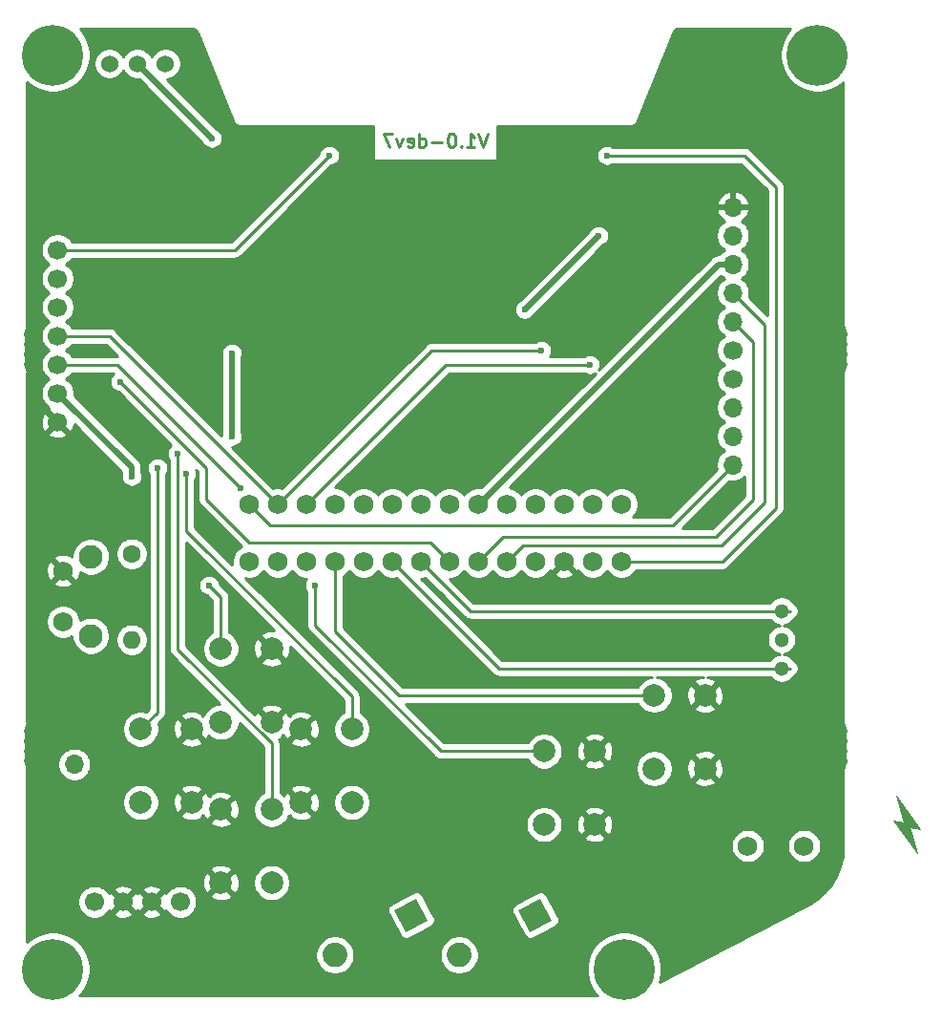
<source format=gbr>
G04 #@! TF.GenerationSoftware,KiCad,Pcbnew,(5.1.9-0-10_14)*
G04 #@! TF.CreationDate,2021-11-21T11:40:05-08:00*
G04 #@! TF.ProjectId,system,73797374-656d-42e6-9b69-6361645f7063,1.0-dev7*
G04 #@! TF.SameCoordinates,Original*
G04 #@! TF.FileFunction,Copper,L2,Bot*
G04 #@! TF.FilePolarity,Positive*
%FSLAX46Y46*%
G04 Gerber Fmt 4.6, Leading zero omitted, Abs format (unit mm)*
G04 Created by KiCad (PCBNEW (5.1.9-0-10_14)) date 2021-11-21 11:40:05*
%MOMM*%
%LPD*%
G01*
G04 APERTURE LIST*
G04 #@! TA.AperFunction,NonConductor*
%ADD10C,0.100000*%
G04 #@! TD*
G04 #@! TA.AperFunction,NonConductor*
%ADD11C,0.250000*%
G04 #@! TD*
G04 #@! TA.AperFunction,ComponentPad*
%ADD12O,1.700000X1.700000*%
G04 #@! TD*
G04 #@! TA.AperFunction,ComponentPad*
%ADD13C,1.700000*%
G04 #@! TD*
G04 #@! TA.AperFunction,ComponentPad*
%ADD14C,0.100000*%
G04 #@! TD*
G04 #@! TA.AperFunction,ComponentPad*
%ADD15C,1.750000*%
G04 #@! TD*
G04 #@! TA.AperFunction,ComponentPad*
%ADD16C,2.000000*%
G04 #@! TD*
G04 #@! TA.AperFunction,ComponentPad*
%ADD17C,1.300000*%
G04 #@! TD*
G04 #@! TA.AperFunction,ComponentPad*
%ADD18C,5.399999*%
G04 #@! TD*
G04 #@! TA.AperFunction,ComponentPad*
%ADD19C,5.400000*%
G04 #@! TD*
G04 #@! TA.AperFunction,ComponentPad*
%ADD20C,1.600000*%
G04 #@! TD*
G04 #@! TA.AperFunction,ComponentPad*
%ADD21O,1.600000X1.600000*%
G04 #@! TD*
G04 #@! TA.AperFunction,ComponentPad*
%ADD22C,1.524000*%
G04 #@! TD*
G04 #@! TA.AperFunction,ComponentPad*
%ADD23C,2.100000*%
G04 #@! TD*
G04 #@! TA.AperFunction,ViaPad*
%ADD24C,0.600000*%
G04 #@! TD*
G04 #@! TA.AperFunction,Conductor*
%ADD25C,0.254000*%
G04 #@! TD*
G04 #@! TA.AperFunction,Conductor*
%ADD26C,0.508000*%
G04 #@! TD*
G04 #@! TA.AperFunction,Conductor*
%ADD27C,0.100000*%
G04 #@! TD*
G04 APERTURE END LIST*
D10*
G36*
X181737000Y-138176000D02*
G01*
X182499000Y-140843000D01*
X180340000Y-137922000D01*
X181737000Y-138176000D01*
G37*
X181737000Y-138176000D02*
X182499000Y-140843000D01*
X180340000Y-137922000D01*
X181737000Y-138176000D01*
G36*
X182753000Y-138684000D02*
G01*
X181356000Y-138430000D01*
X180594000Y-135763000D01*
X182753000Y-138684000D01*
G37*
X182753000Y-138684000D02*
X181356000Y-138430000D01*
X180594000Y-135763000D01*
X182753000Y-138684000D01*
D11*
X144357142Y-77066857D02*
X143957142Y-78266857D01*
X143557142Y-77066857D01*
X142528571Y-78266857D02*
X143214285Y-78266857D01*
X142871428Y-78266857D02*
X142871428Y-77066857D01*
X142985714Y-77238285D01*
X143100000Y-77352571D01*
X143214285Y-77409714D01*
X142014285Y-78152571D02*
X141957142Y-78209714D01*
X142014285Y-78266857D01*
X142071428Y-78209714D01*
X142014285Y-78152571D01*
X142014285Y-78266857D01*
X141214285Y-77066857D02*
X141100000Y-77066857D01*
X140985714Y-77124000D01*
X140928571Y-77181142D01*
X140871428Y-77295428D01*
X140814285Y-77524000D01*
X140814285Y-77809714D01*
X140871428Y-78038285D01*
X140928571Y-78152571D01*
X140985714Y-78209714D01*
X141100000Y-78266857D01*
X141214285Y-78266857D01*
X141328571Y-78209714D01*
X141385714Y-78152571D01*
X141442857Y-78038285D01*
X141500000Y-77809714D01*
X141500000Y-77524000D01*
X141442857Y-77295428D01*
X141385714Y-77181142D01*
X141328571Y-77124000D01*
X141214285Y-77066857D01*
X140300000Y-77809714D02*
X139385714Y-77809714D01*
X138300000Y-78266857D02*
X138300000Y-77066857D01*
X138300000Y-78209714D02*
X138414285Y-78266857D01*
X138642857Y-78266857D01*
X138757142Y-78209714D01*
X138814285Y-78152571D01*
X138871428Y-78038285D01*
X138871428Y-77695428D01*
X138814285Y-77581142D01*
X138757142Y-77524000D01*
X138642857Y-77466857D01*
X138414285Y-77466857D01*
X138300000Y-77524000D01*
X137271428Y-78209714D02*
X137385714Y-78266857D01*
X137614285Y-78266857D01*
X137728571Y-78209714D01*
X137785714Y-78095428D01*
X137785714Y-77638285D01*
X137728571Y-77524000D01*
X137614285Y-77466857D01*
X137385714Y-77466857D01*
X137271428Y-77524000D01*
X137214285Y-77638285D01*
X137214285Y-77752571D01*
X137785714Y-77866857D01*
X136814285Y-77466857D02*
X136528571Y-78266857D01*
X136242857Y-77466857D01*
X135900000Y-77066857D02*
X135100000Y-77066857D01*
X135614285Y-78266857D01*
D12*
X107696000Y-132969000D03*
X166116000Y-86106000D03*
X166116000Y-101346000D03*
X166116000Y-103886000D03*
X166116000Y-106426000D03*
X166116000Y-83566000D03*
D13*
X166116000Y-98806000D03*
D12*
X166116000Y-88646000D03*
X166116000Y-91186000D03*
X166116000Y-93726000D03*
D13*
X166116000Y-96266000D03*
G04 #@! TA.AperFunction,ComponentPad*
G36*
G01*
X142806689Y-149352077D02*
X142806689Y-149352077D01*
G75*
G02*
X142338900Y-150835712I-975712J-507923D01*
G01*
X142338900Y-150835712D01*
G75*
G02*
X140855265Y-150367923I-507923J975712D01*
G01*
X140855265Y-150367923D01*
G75*
G02*
X141323054Y-148884288I975712J507923D01*
G01*
X141323054Y-148884288D01*
G75*
G02*
X142806689Y-149352077I507923J-975712D01*
G01*
G37*
G04 #@! TD.AperFunction*
G04 #@! TA.AperFunction,ComponentPad*
D14*
G36*
X149057788Y-144857841D02*
G01*
X150073635Y-146809264D01*
X148122212Y-147825111D01*
X147106365Y-145873688D01*
X149057788Y-144857841D01*
G37*
G04 #@! TD.AperFunction*
G04 #@! TA.AperFunction,ComponentPad*
G36*
G01*
X131785712Y-149352077D02*
X131785712Y-149352077D01*
G75*
G02*
X131317923Y-150835712I-975712J-507923D01*
G01*
X131317923Y-150835712D01*
G75*
G02*
X129834288Y-150367923I-507923J975712D01*
G01*
X129834288Y-150367923D01*
G75*
G02*
X130302077Y-148884288I975712J507923D01*
G01*
X130302077Y-148884288D01*
G75*
G02*
X131785712Y-149352077I507923J-975712D01*
G01*
G37*
G04 #@! TD.AperFunction*
G04 #@! TA.AperFunction,ComponentPad*
G36*
X138036811Y-144857841D02*
G01*
X139052658Y-146809264D01*
X137101235Y-147825111D01*
X136085388Y-145873688D01*
X138036811Y-144857841D01*
G37*
G04 #@! TD.AperFunction*
D15*
X156210000Y-109920000D03*
X153670000Y-109920000D03*
X151130000Y-109920000D03*
X148590000Y-109920000D03*
X146050000Y-109920000D03*
X143510000Y-109920000D03*
X140970000Y-109920000D03*
X138430000Y-109920000D03*
X135890000Y-109920000D03*
X133350000Y-109920000D03*
X130810000Y-109920000D03*
X128270000Y-109920000D03*
X125730000Y-109920000D03*
X123190000Y-109920000D03*
X123190000Y-115000000D03*
X125730000Y-115000000D03*
X128270000Y-115000000D03*
X130810000Y-115000000D03*
X133350000Y-115000000D03*
X135890000Y-115000000D03*
X156210000Y-115000000D03*
X153670000Y-115000000D03*
X151130000Y-115000000D03*
X148590000Y-115000000D03*
X146050000Y-115000000D03*
X143510000Y-115000000D03*
X138430000Y-115000000D03*
X140970000Y-115000000D03*
D13*
X106200000Y-102616000D03*
X106200000Y-100076000D03*
X106200000Y-97536000D03*
X106200000Y-94996000D03*
X106200000Y-92456000D03*
X106200000Y-89916000D03*
X106200000Y-87376000D03*
D16*
X153852000Y-138303000D03*
X149352000Y-138303000D03*
X153852000Y-131803000D03*
X149352000Y-131803000D03*
X163631000Y-133350000D03*
X159131000Y-133350000D03*
X163631000Y-126850000D03*
X159131000Y-126850000D03*
X125186000Y-129234000D03*
X120686000Y-129234000D03*
X125186000Y-122734000D03*
X120686000Y-122734000D03*
X120686000Y-136958000D03*
X125186000Y-136958000D03*
X120686000Y-143458000D03*
X125186000Y-143458000D03*
X118074000Y-136346000D03*
X113574000Y-136346000D03*
X118074000Y-129846000D03*
X113574000Y-129846000D03*
X127798000Y-129846000D03*
X132298000Y-129846000D03*
X127798000Y-136346000D03*
X132298000Y-136346000D03*
D17*
X170434000Y-121920000D03*
X170434000Y-124460000D03*
X170434000Y-119380000D03*
D18*
X105791000Y-151130000D03*
X105791000Y-70104000D03*
X156464000Y-151130000D03*
D19*
X173609000Y-70104000D03*
D15*
X172426000Y-140208000D03*
X167426000Y-140208000D03*
D20*
X112776000Y-114300000D03*
D21*
X112776000Y-121920000D03*
D22*
X110794800Y-70866000D03*
X113284000Y-70866000D03*
X115773200Y-70866000D03*
D23*
X109170000Y-121584000D03*
D15*
X106680000Y-120324000D03*
X106680000Y-115824000D03*
D23*
X109170000Y-114574000D03*
D13*
X114554000Y-145161000D03*
X112014000Y-145161000D03*
X117094000Y-145161000D03*
X109474000Y-145161000D03*
D24*
X109220000Y-96266000D03*
X164084000Y-121920000D03*
X156464000Y-103251000D03*
X142494000Y-101092000D03*
X118364000Y-115316000D03*
X118872000Y-111506000D03*
X121666000Y-113538000D03*
X165100000Y-110490000D03*
X124460000Y-116840000D03*
X162560000Y-97536000D03*
X137033000Y-121793000D03*
X119887994Y-77470000D03*
X116839984Y-105410000D03*
X115062000Y-106680000D03*
X117602000Y-107188000D03*
X119633994Y-117094000D03*
X129032000Y-117094000D03*
X111760000Y-99060000D03*
X121666000Y-103886000D03*
X121666000Y-96520008D03*
X112776000Y-107442000D03*
X154940000Y-78994000D03*
X130301998Y-78994000D03*
X149098000Y-96265998D03*
X153416000Y-97536000D03*
X122428000Y-108458001D03*
X147637500Y-92646500D03*
X154178000Y-86106000D03*
D25*
X130810000Y-121158000D02*
X130810000Y-115000000D01*
X136502000Y-126850000D02*
X130810000Y-121158000D01*
X159131000Y-126850000D02*
X136502000Y-126850000D01*
D26*
X113284000Y-70866000D02*
X119887994Y-77469994D01*
X119887994Y-77469994D02*
X119887994Y-77470000D01*
D25*
X125186000Y-131127514D02*
X116839984Y-122781498D01*
X116839984Y-122781498D02*
X116839984Y-105410000D01*
X125186000Y-136958000D02*
X125186000Y-131127514D01*
X115062000Y-128358000D02*
X115062000Y-106680000D01*
X113574000Y-129846000D02*
X115062000Y-128358000D01*
X117602000Y-112268000D02*
X117602000Y-107188000D01*
X132298000Y-126964000D02*
X117602000Y-112268000D01*
X132298000Y-129846000D02*
X132298000Y-126964000D01*
X120686000Y-122734000D02*
X120686000Y-118146006D01*
X120686000Y-118146006D02*
X119633994Y-117094000D01*
X129032000Y-120650000D02*
X129032000Y-117094000D01*
X140185000Y-131803000D02*
X129032000Y-120650000D01*
X149352000Y-131803000D02*
X140185000Y-131803000D01*
X140778000Y-117348000D02*
X138430000Y-115000000D01*
X142810000Y-119380000D02*
X140778000Y-117348000D01*
X171196000Y-119380000D02*
X142810000Y-119380000D01*
X119380000Y-109474000D02*
X119380000Y-106680000D01*
X140970000Y-115000000D02*
X139254000Y-113284000D01*
X139254000Y-113284000D02*
X123190000Y-113284000D01*
X123190000Y-113284000D02*
X119380000Y-109474000D01*
X119380000Y-106680000D02*
X111760000Y-99060000D01*
X139152409Y-118262409D02*
X135890000Y-115000000D01*
X145350000Y-124460000D02*
X139152409Y-118262409D01*
X171196000Y-124460000D02*
X145350000Y-124460000D01*
D26*
X121666000Y-103886000D02*
X121666000Y-96520008D01*
X143572000Y-109920000D02*
X143510000Y-109920000D01*
X164846000Y-88646000D02*
X143572000Y-109920000D01*
X166116000Y-88646000D02*
X164846000Y-88646000D01*
X112776000Y-106652000D02*
X106200000Y-100076000D01*
X112776000Y-107442000D02*
X112776000Y-106652000D01*
D25*
X145734000Y-112776000D02*
X143510000Y-115000000D01*
X167894000Y-109474000D02*
X164592000Y-112776000D01*
X164592000Y-112776000D02*
X145734000Y-112776000D01*
X167894000Y-95504000D02*
X167894000Y-109474000D01*
X166116000Y-93726000D02*
X167894000Y-95504000D01*
X168910000Y-109728000D02*
X165100000Y-113538000D01*
X168910000Y-93980000D02*
X168910000Y-109728000D01*
X147512000Y-113538000D02*
X146050000Y-115000000D01*
X165100000Y-113538000D02*
X147512000Y-113538000D01*
X166116000Y-91186000D02*
X168910000Y-93980000D01*
X167132000Y-78994000D02*
X154940000Y-78994000D01*
X169926000Y-81788000D02*
X167132000Y-78994000D01*
X169926000Y-110236000D02*
X169926000Y-81788000D01*
X165162000Y-115000000D02*
X169926000Y-110236000D01*
X156210000Y-115000000D02*
X165162000Y-115000000D01*
X121919998Y-87376000D02*
X130301998Y-78994000D01*
X106200000Y-87376000D02*
X121919998Y-87376000D01*
X160782000Y-111760000D02*
X166116000Y-106426000D01*
X125030000Y-111760000D02*
X160782000Y-111760000D01*
X123190000Y-109920000D02*
X125030000Y-111760000D01*
X110806000Y-94996000D02*
X106200000Y-94996000D01*
X125730000Y-109920000D02*
X110806000Y-94996000D01*
X139384002Y-96265998D02*
X149098000Y-96265998D01*
X125730000Y-109920000D02*
X139384002Y-96265998D01*
X140654000Y-97536000D02*
X153416000Y-97536000D01*
X128270000Y-109920000D02*
X140654000Y-97536000D01*
X106200000Y-97536000D02*
X111505999Y-97536000D01*
X111505999Y-97536000D02*
X122428000Y-108458001D01*
D26*
X147637500Y-92646500D02*
X154178000Y-86106000D01*
D25*
X118213231Y-67804646D02*
X118312528Y-67834626D01*
X118404114Y-67883323D01*
X118484497Y-67948882D01*
X118550613Y-68028803D01*
X118612228Y-68142756D01*
X121733885Y-75935803D01*
X121745664Y-75974633D01*
X121777718Y-76034602D01*
X121809153Y-76095106D01*
X121811871Y-76098499D01*
X121813914Y-76102320D01*
X121857045Y-76154875D01*
X121899686Y-76208091D01*
X121903013Y-76210887D01*
X121905763Y-76214238D01*
X121958327Y-76257376D01*
X122010522Y-76301244D01*
X122014331Y-76303337D01*
X122017681Y-76306087D01*
X122077680Y-76338157D01*
X122137402Y-76370983D01*
X122141542Y-76372292D01*
X122145368Y-76374337D01*
X122210512Y-76394098D01*
X122275448Y-76414629D01*
X122279762Y-76415105D01*
X122283916Y-76416365D01*
X122351703Y-76423041D01*
X122419358Y-76430505D01*
X122459790Y-76427000D01*
X134168572Y-76426999D01*
X134168572Y-79482500D01*
X145231429Y-79482500D01*
X145231429Y-76426999D01*
X156940198Y-76426998D01*
X156980641Y-76430504D01*
X157048364Y-76423033D01*
X157116085Y-76416363D01*
X157120235Y-76415104D01*
X157124551Y-76414628D01*
X157189493Y-76394095D01*
X157254633Y-76374335D01*
X157258460Y-76372289D01*
X157262598Y-76370981D01*
X157322268Y-76338183D01*
X157382320Y-76306085D01*
X157385674Y-76303332D01*
X157389477Y-76301242D01*
X157441613Y-76257424D01*
X157494238Y-76214236D01*
X157496990Y-76210883D01*
X157500313Y-76208090D01*
X157542889Y-76154954D01*
X157586087Y-76102318D01*
X157588134Y-76098489D01*
X157590846Y-76095104D01*
X157622223Y-76034712D01*
X157654337Y-75974631D01*
X157666121Y-75935784D01*
X160769885Y-68187410D01*
X160835394Y-68050682D01*
X160897530Y-67967623D01*
X160974611Y-67898219D01*
X161063711Y-67845105D01*
X161161424Y-67810311D01*
X161290853Y-67791199D01*
X161298994Y-67791000D01*
X171205597Y-67791000D01*
X171018536Y-67978061D01*
X170653561Y-68524285D01*
X170402162Y-69131216D01*
X170274000Y-69775531D01*
X170274000Y-70432469D01*
X170402162Y-71076784D01*
X170653561Y-71683715D01*
X171018536Y-72229939D01*
X171483061Y-72694464D01*
X172029285Y-73059439D01*
X172636216Y-73310838D01*
X173280531Y-73439000D01*
X173937469Y-73439000D01*
X174581784Y-73310838D01*
X175188715Y-73059439D01*
X175734939Y-72694464D01*
X175890000Y-72539403D01*
X175890001Y-94070885D01*
X175886444Y-94107000D01*
X175900635Y-94251085D01*
X175942663Y-94389633D01*
X175999389Y-94495760D01*
X176024164Y-94620312D01*
X176091179Y-94782099D01*
X176106815Y-94805500D01*
X176091179Y-94828901D01*
X176024164Y-94990688D01*
X175990000Y-95162441D01*
X175990000Y-95337559D01*
X176024164Y-95509312D01*
X176091179Y-95671099D01*
X176106815Y-95694500D01*
X176091179Y-95717901D01*
X176024164Y-95879688D01*
X175990000Y-96051441D01*
X175990000Y-96226559D01*
X176024164Y-96398312D01*
X176091179Y-96560099D01*
X176106815Y-96583500D01*
X176091179Y-96606901D01*
X176024164Y-96768688D01*
X175990000Y-96940441D01*
X175990000Y-97115559D01*
X176024164Y-97287312D01*
X176091179Y-97449099D01*
X176106815Y-97472500D01*
X176091179Y-97495901D01*
X176024164Y-97657688D01*
X175999389Y-97782240D01*
X175942663Y-97888367D01*
X175900635Y-98026915D01*
X175886444Y-98171000D01*
X175890000Y-98207105D01*
X175890001Y-129249885D01*
X175886444Y-129286000D01*
X175900635Y-129430085D01*
X175942663Y-129568633D01*
X175999389Y-129674760D01*
X176024164Y-129799312D01*
X176091179Y-129961099D01*
X176106815Y-129984500D01*
X176091179Y-130007901D01*
X176024164Y-130169688D01*
X175990000Y-130341441D01*
X175990000Y-130516559D01*
X176024164Y-130688312D01*
X176091179Y-130850099D01*
X176106815Y-130873500D01*
X176091179Y-130896901D01*
X176024164Y-131058688D01*
X175990000Y-131230441D01*
X175990000Y-131405559D01*
X176024164Y-131577312D01*
X176091179Y-131739099D01*
X176106815Y-131762500D01*
X176091179Y-131785901D01*
X176024164Y-131947688D01*
X175990000Y-132119441D01*
X175990000Y-132294559D01*
X176024164Y-132466312D01*
X176091179Y-132628099D01*
X176106815Y-132651500D01*
X176091179Y-132674901D01*
X176024164Y-132836688D01*
X175999389Y-132961240D01*
X175942663Y-133067367D01*
X175900635Y-133205915D01*
X175886444Y-133350000D01*
X175890000Y-133386105D01*
X175890001Y-140180069D01*
X175819278Y-141109801D01*
X175615064Y-141990843D01*
X175279930Y-142830861D01*
X174821590Y-143610524D01*
X174250591Y-144311886D01*
X173576942Y-144921643D01*
X172940009Y-145352970D01*
X159587013Y-152305152D01*
X159670837Y-152102783D01*
X159798999Y-151458469D01*
X159798999Y-150801531D01*
X159670837Y-150157217D01*
X159419438Y-149550285D01*
X159054463Y-149004062D01*
X158589938Y-148539537D01*
X158043715Y-148174562D01*
X157436783Y-147923163D01*
X156792469Y-147795001D01*
X156135531Y-147795001D01*
X155491217Y-147923163D01*
X154884285Y-148174562D01*
X154338062Y-148539537D01*
X153873537Y-149004062D01*
X153508562Y-149550285D01*
X153257163Y-150157217D01*
X153129001Y-150801531D01*
X153129001Y-151458469D01*
X153257163Y-152102783D01*
X153508562Y-152709715D01*
X153873537Y-153255938D01*
X154108499Y-153490900D01*
X108146501Y-153490900D01*
X108381463Y-153255938D01*
X108746438Y-152709715D01*
X108997837Y-152102783D01*
X109125999Y-151458469D01*
X109125999Y-150801531D01*
X108997837Y-150157217D01*
X108803944Y-149689117D01*
X129075000Y-149689117D01*
X129075000Y-150030883D01*
X129141675Y-150366081D01*
X129272463Y-150681831D01*
X129462337Y-150965998D01*
X129704002Y-151207663D01*
X129988169Y-151397537D01*
X130303919Y-151528325D01*
X130639117Y-151595000D01*
X130980883Y-151595000D01*
X131316081Y-151528325D01*
X131631831Y-151397537D01*
X131915998Y-151207663D01*
X132157663Y-150965998D01*
X132347537Y-150681831D01*
X132478325Y-150366081D01*
X132545000Y-150030883D01*
X132545000Y-149689117D01*
X140095977Y-149689117D01*
X140095977Y-150030883D01*
X140162652Y-150366081D01*
X140293440Y-150681831D01*
X140483314Y-150965998D01*
X140724979Y-151207663D01*
X141009146Y-151397537D01*
X141324896Y-151528325D01*
X141660094Y-151595000D01*
X142001860Y-151595000D01*
X142337058Y-151528325D01*
X142652808Y-151397537D01*
X142936975Y-151207663D01*
X143178640Y-150965998D01*
X143368514Y-150681831D01*
X143499302Y-150366081D01*
X143565977Y-150030883D01*
X143565977Y-149689117D01*
X143499302Y-149353919D01*
X143368514Y-149038169D01*
X143178640Y-148754002D01*
X142936975Y-148512337D01*
X142652808Y-148322463D01*
X142337058Y-148191675D01*
X142001860Y-148125000D01*
X141660094Y-148125000D01*
X141324896Y-148191675D01*
X141009146Y-148322463D01*
X140724979Y-148512337D01*
X140483314Y-148754002D01*
X140293440Y-149038169D01*
X140162652Y-149353919D01*
X140095977Y-149689117D01*
X132545000Y-149689117D01*
X132478325Y-149353919D01*
X132347537Y-149038169D01*
X132157663Y-148754002D01*
X131915998Y-148512337D01*
X131631831Y-148322463D01*
X131316081Y-148191675D01*
X130980883Y-148125000D01*
X130639117Y-148125000D01*
X130303919Y-148191675D01*
X129988169Y-148322463D01*
X129704002Y-148512337D01*
X129462337Y-148754002D01*
X129272463Y-149038169D01*
X129141675Y-149353919D01*
X129075000Y-149689117D01*
X108803944Y-149689117D01*
X108746438Y-149550285D01*
X108381463Y-149004062D01*
X107916938Y-148539537D01*
X107370715Y-148174562D01*
X106763783Y-147923163D01*
X106119469Y-147795001D01*
X105462531Y-147795001D01*
X104818217Y-147923163D01*
X104211285Y-148174562D01*
X103665062Y-148539537D01*
X103510000Y-148694599D01*
X103510000Y-145014740D01*
X107989000Y-145014740D01*
X107989000Y-145307260D01*
X108046068Y-145594158D01*
X108158010Y-145864411D01*
X108320525Y-146107632D01*
X108527368Y-146314475D01*
X108770589Y-146476990D01*
X109040842Y-146588932D01*
X109327740Y-146646000D01*
X109620260Y-146646000D01*
X109907158Y-146588932D01*
X110177411Y-146476990D01*
X110420632Y-146314475D01*
X110545710Y-146189397D01*
X111165208Y-146189397D01*
X111242843Y-146438472D01*
X111506883Y-146564371D01*
X111790411Y-146636339D01*
X112082531Y-146651611D01*
X112372019Y-146609599D01*
X112647747Y-146511919D01*
X112785157Y-146438472D01*
X112862792Y-146189397D01*
X113705208Y-146189397D01*
X113782843Y-146438472D01*
X114046883Y-146564371D01*
X114330411Y-146636339D01*
X114622531Y-146651611D01*
X114912019Y-146609599D01*
X115187747Y-146511919D01*
X115325157Y-146438472D01*
X115402792Y-146189397D01*
X114554000Y-145340605D01*
X113705208Y-146189397D01*
X112862792Y-146189397D01*
X112014000Y-145340605D01*
X111165208Y-146189397D01*
X110545710Y-146189397D01*
X110627475Y-146107632D01*
X110743311Y-145934271D01*
X110985603Y-146009792D01*
X111834395Y-145161000D01*
X112193605Y-145161000D01*
X113042397Y-146009792D01*
X113284000Y-145934486D01*
X113525603Y-146009792D01*
X114374395Y-145161000D01*
X114733605Y-145161000D01*
X115582397Y-146009792D01*
X115824689Y-145934271D01*
X115940525Y-146107632D01*
X116147368Y-146314475D01*
X116390589Y-146476990D01*
X116660842Y-146588932D01*
X116947740Y-146646000D01*
X117240260Y-146646000D01*
X117527158Y-146588932D01*
X117797411Y-146476990D01*
X118040632Y-146314475D01*
X118247475Y-146107632D01*
X118366632Y-145929300D01*
X135449744Y-145929300D01*
X135472807Y-146052239D01*
X135519411Y-146168317D01*
X136535258Y-148119740D01*
X136603613Y-148224495D01*
X136691090Y-148313903D01*
X136794330Y-148384526D01*
X136909363Y-148433651D01*
X137031770Y-148459391D01*
X137156847Y-148460755D01*
X137279786Y-148437692D01*
X137395864Y-148391088D01*
X139347287Y-147375241D01*
X139452042Y-147306886D01*
X139541450Y-147219409D01*
X139612073Y-147116169D01*
X139661198Y-147001136D01*
X139686938Y-146878729D01*
X139688302Y-146753652D01*
X139665239Y-146630713D01*
X139618635Y-146514635D01*
X139313929Y-145929300D01*
X146470721Y-145929300D01*
X146493784Y-146052239D01*
X146540388Y-146168317D01*
X147556235Y-148119740D01*
X147624590Y-148224495D01*
X147712067Y-148313903D01*
X147815307Y-148384526D01*
X147930340Y-148433651D01*
X148052747Y-148459391D01*
X148177824Y-148460755D01*
X148300763Y-148437692D01*
X148416841Y-148391088D01*
X150368264Y-147375241D01*
X150473019Y-147306886D01*
X150562427Y-147219409D01*
X150633050Y-147116169D01*
X150682175Y-147001136D01*
X150707915Y-146878729D01*
X150709279Y-146753652D01*
X150686216Y-146630713D01*
X150639612Y-146514635D01*
X149623765Y-144563212D01*
X149555410Y-144458457D01*
X149467933Y-144369049D01*
X149364693Y-144298426D01*
X149249660Y-144249301D01*
X149127253Y-144223561D01*
X149002176Y-144222197D01*
X148879237Y-144245260D01*
X148763159Y-144291864D01*
X146811736Y-145307711D01*
X146706981Y-145376066D01*
X146617573Y-145463543D01*
X146546950Y-145566783D01*
X146497825Y-145681816D01*
X146472085Y-145804223D01*
X146470721Y-145929300D01*
X139313929Y-145929300D01*
X138602788Y-144563212D01*
X138534433Y-144458457D01*
X138446956Y-144369049D01*
X138343716Y-144298426D01*
X138228683Y-144249301D01*
X138106276Y-144223561D01*
X137981199Y-144222197D01*
X137858260Y-144245260D01*
X137742182Y-144291864D01*
X135790759Y-145307711D01*
X135686004Y-145376066D01*
X135596596Y-145463543D01*
X135525973Y-145566783D01*
X135476848Y-145681816D01*
X135451108Y-145804223D01*
X135449744Y-145929300D01*
X118366632Y-145929300D01*
X118409990Y-145864411D01*
X118521932Y-145594158D01*
X118579000Y-145307260D01*
X118579000Y-145014740D01*
X118521932Y-144727842D01*
X118466250Y-144593413D01*
X119730192Y-144593413D01*
X119825956Y-144857814D01*
X120115571Y-144998704D01*
X120427108Y-145080384D01*
X120748595Y-145099718D01*
X121067675Y-145055961D01*
X121372088Y-144950795D01*
X121546044Y-144857814D01*
X121641808Y-144593413D01*
X120686000Y-143637605D01*
X119730192Y-144593413D01*
X118466250Y-144593413D01*
X118409990Y-144457589D01*
X118247475Y-144214368D01*
X118040632Y-144007525D01*
X117797411Y-143845010D01*
X117527158Y-143733068D01*
X117240260Y-143676000D01*
X116947740Y-143676000D01*
X116660842Y-143733068D01*
X116390589Y-143845010D01*
X116147368Y-144007525D01*
X115940525Y-144214368D01*
X115824689Y-144387729D01*
X115582397Y-144312208D01*
X114733605Y-145161000D01*
X114374395Y-145161000D01*
X113525603Y-144312208D01*
X113284000Y-144387514D01*
X113042397Y-144312208D01*
X112193605Y-145161000D01*
X111834395Y-145161000D01*
X110985603Y-144312208D01*
X110743311Y-144387729D01*
X110627475Y-144214368D01*
X110545710Y-144132603D01*
X111165208Y-144132603D01*
X112014000Y-144981395D01*
X112862792Y-144132603D01*
X113705208Y-144132603D01*
X114554000Y-144981395D01*
X115402792Y-144132603D01*
X115325157Y-143883528D01*
X115061117Y-143757629D01*
X114777589Y-143685661D01*
X114485469Y-143670389D01*
X114195981Y-143712401D01*
X113920253Y-143810081D01*
X113782843Y-143883528D01*
X113705208Y-144132603D01*
X112862792Y-144132603D01*
X112785157Y-143883528D01*
X112521117Y-143757629D01*
X112237589Y-143685661D01*
X111945469Y-143670389D01*
X111655981Y-143712401D01*
X111380253Y-143810081D01*
X111242843Y-143883528D01*
X111165208Y-144132603D01*
X110545710Y-144132603D01*
X110420632Y-144007525D01*
X110177411Y-143845010D01*
X109907158Y-143733068D01*
X109620260Y-143676000D01*
X109327740Y-143676000D01*
X109040842Y-143733068D01*
X108770589Y-143845010D01*
X108527368Y-144007525D01*
X108320525Y-144214368D01*
X108158010Y-144457589D01*
X108046068Y-144727842D01*
X107989000Y-145014740D01*
X103510000Y-145014740D01*
X103510000Y-143520595D01*
X119044282Y-143520595D01*
X119088039Y-143839675D01*
X119193205Y-144144088D01*
X119286186Y-144318044D01*
X119550587Y-144413808D01*
X120506395Y-143458000D01*
X120865605Y-143458000D01*
X121821413Y-144413808D01*
X122085814Y-144318044D01*
X122226704Y-144028429D01*
X122308384Y-143716892D01*
X122327718Y-143395405D01*
X122314219Y-143296967D01*
X123551000Y-143296967D01*
X123551000Y-143619033D01*
X123613832Y-143934912D01*
X123737082Y-144232463D01*
X123916013Y-144500252D01*
X124143748Y-144727987D01*
X124411537Y-144906918D01*
X124709088Y-145030168D01*
X125024967Y-145093000D01*
X125347033Y-145093000D01*
X125662912Y-145030168D01*
X125960463Y-144906918D01*
X126228252Y-144727987D01*
X126455987Y-144500252D01*
X126634918Y-144232463D01*
X126758168Y-143934912D01*
X126821000Y-143619033D01*
X126821000Y-143296967D01*
X126758168Y-142981088D01*
X126634918Y-142683537D01*
X126455987Y-142415748D01*
X126228252Y-142188013D01*
X125960463Y-142009082D01*
X125662912Y-141885832D01*
X125347033Y-141823000D01*
X125024967Y-141823000D01*
X124709088Y-141885832D01*
X124411537Y-142009082D01*
X124143748Y-142188013D01*
X123916013Y-142415748D01*
X123737082Y-142683537D01*
X123613832Y-142981088D01*
X123551000Y-143296967D01*
X122314219Y-143296967D01*
X122283961Y-143076325D01*
X122178795Y-142771912D01*
X122085814Y-142597956D01*
X121821413Y-142502192D01*
X120865605Y-143458000D01*
X120506395Y-143458000D01*
X119550587Y-142502192D01*
X119286186Y-142597956D01*
X119145296Y-142887571D01*
X119063616Y-143199108D01*
X119044282Y-143520595D01*
X103510000Y-143520595D01*
X103510000Y-142322587D01*
X119730192Y-142322587D01*
X120686000Y-143278395D01*
X121641808Y-142322587D01*
X121546044Y-142058186D01*
X121256429Y-141917296D01*
X120944892Y-141835616D01*
X120623405Y-141816282D01*
X120304325Y-141860039D01*
X119999912Y-141965205D01*
X119825956Y-142058186D01*
X119730192Y-142322587D01*
X103510000Y-142322587D01*
X103510000Y-140059278D01*
X165916000Y-140059278D01*
X165916000Y-140356722D01*
X165974029Y-140648451D01*
X166087856Y-140923253D01*
X166253107Y-141170569D01*
X166463431Y-141380893D01*
X166710747Y-141546144D01*
X166985549Y-141659971D01*
X167277278Y-141718000D01*
X167574722Y-141718000D01*
X167866451Y-141659971D01*
X168141253Y-141546144D01*
X168388569Y-141380893D01*
X168598893Y-141170569D01*
X168764144Y-140923253D01*
X168877971Y-140648451D01*
X168936000Y-140356722D01*
X168936000Y-140059278D01*
X170916000Y-140059278D01*
X170916000Y-140356722D01*
X170974029Y-140648451D01*
X171087856Y-140923253D01*
X171253107Y-141170569D01*
X171463431Y-141380893D01*
X171710747Y-141546144D01*
X171985549Y-141659971D01*
X172277278Y-141718000D01*
X172574722Y-141718000D01*
X172866451Y-141659971D01*
X173141253Y-141546144D01*
X173388569Y-141380893D01*
X173598893Y-141170569D01*
X173764144Y-140923253D01*
X173877971Y-140648451D01*
X173936000Y-140356722D01*
X173936000Y-140059278D01*
X173877971Y-139767549D01*
X173764144Y-139492747D01*
X173598893Y-139245431D01*
X173388569Y-139035107D01*
X173141253Y-138869856D01*
X172866451Y-138756029D01*
X172574722Y-138698000D01*
X172277278Y-138698000D01*
X171985549Y-138756029D01*
X171710747Y-138869856D01*
X171463431Y-139035107D01*
X171253107Y-139245431D01*
X171087856Y-139492747D01*
X170974029Y-139767549D01*
X170916000Y-140059278D01*
X168936000Y-140059278D01*
X168877971Y-139767549D01*
X168764144Y-139492747D01*
X168598893Y-139245431D01*
X168388569Y-139035107D01*
X168141253Y-138869856D01*
X167866451Y-138756029D01*
X167574722Y-138698000D01*
X167277278Y-138698000D01*
X166985549Y-138756029D01*
X166710747Y-138869856D01*
X166463431Y-139035107D01*
X166253107Y-139245431D01*
X166087856Y-139492747D01*
X165974029Y-139767549D01*
X165916000Y-140059278D01*
X103510000Y-140059278D01*
X103510000Y-138093413D01*
X119730192Y-138093413D01*
X119825956Y-138357814D01*
X120115571Y-138498704D01*
X120427108Y-138580384D01*
X120748595Y-138599718D01*
X121067675Y-138555961D01*
X121372088Y-138450795D01*
X121546044Y-138357814D01*
X121641808Y-138093413D01*
X120686000Y-137137605D01*
X119730192Y-138093413D01*
X103510000Y-138093413D01*
X103510000Y-136184967D01*
X111939000Y-136184967D01*
X111939000Y-136507033D01*
X112001832Y-136822912D01*
X112125082Y-137120463D01*
X112304013Y-137388252D01*
X112531748Y-137615987D01*
X112799537Y-137794918D01*
X113097088Y-137918168D01*
X113412967Y-137981000D01*
X113735033Y-137981000D01*
X114050912Y-137918168D01*
X114348463Y-137794918D01*
X114616252Y-137615987D01*
X114750826Y-137481413D01*
X117118192Y-137481413D01*
X117213956Y-137745814D01*
X117503571Y-137886704D01*
X117815108Y-137968384D01*
X118136595Y-137987718D01*
X118455675Y-137943961D01*
X118760088Y-137838795D01*
X118934044Y-137745814D01*
X119029807Y-137481415D01*
X119145475Y-137597083D01*
X119168880Y-137573678D01*
X119193205Y-137644088D01*
X119286186Y-137818044D01*
X119550587Y-137913808D01*
X120506395Y-136958000D01*
X120865605Y-136958000D01*
X121821413Y-137913808D01*
X122085814Y-137818044D01*
X122226704Y-137528429D01*
X122308384Y-137216892D01*
X122327718Y-136895405D01*
X122283961Y-136576325D01*
X122178795Y-136271912D01*
X122085814Y-136097956D01*
X121821413Y-136002192D01*
X120865605Y-136958000D01*
X120506395Y-136958000D01*
X120492253Y-136943858D01*
X120671858Y-136764253D01*
X120686000Y-136778395D01*
X121641808Y-135822587D01*
X121546044Y-135558186D01*
X121256429Y-135417296D01*
X120944892Y-135335616D01*
X120623405Y-135316282D01*
X120304325Y-135360039D01*
X119999912Y-135465205D01*
X119825956Y-135558186D01*
X119730193Y-135822585D01*
X119614525Y-135706917D01*
X119591120Y-135730322D01*
X119566795Y-135659912D01*
X119473814Y-135485956D01*
X119209413Y-135390192D01*
X118253605Y-136346000D01*
X118267748Y-136360143D01*
X118088143Y-136539748D01*
X118074000Y-136525605D01*
X117118192Y-137481413D01*
X114750826Y-137481413D01*
X114843987Y-137388252D01*
X115022918Y-137120463D01*
X115146168Y-136822912D01*
X115209000Y-136507033D01*
X115209000Y-136408595D01*
X116432282Y-136408595D01*
X116476039Y-136727675D01*
X116581205Y-137032088D01*
X116674186Y-137206044D01*
X116938587Y-137301808D01*
X117894395Y-136346000D01*
X116938587Y-135390192D01*
X116674186Y-135485956D01*
X116533296Y-135775571D01*
X116451616Y-136087108D01*
X116432282Y-136408595D01*
X115209000Y-136408595D01*
X115209000Y-136184967D01*
X115146168Y-135869088D01*
X115022918Y-135571537D01*
X114843987Y-135303748D01*
X114750826Y-135210587D01*
X117118192Y-135210587D01*
X118074000Y-136166395D01*
X119029808Y-135210587D01*
X118934044Y-134946186D01*
X118644429Y-134805296D01*
X118332892Y-134723616D01*
X118011405Y-134704282D01*
X117692325Y-134748039D01*
X117387912Y-134853205D01*
X117213956Y-134946186D01*
X117118192Y-135210587D01*
X114750826Y-135210587D01*
X114616252Y-135076013D01*
X114348463Y-134897082D01*
X114050912Y-134773832D01*
X113735033Y-134711000D01*
X113412967Y-134711000D01*
X113097088Y-134773832D01*
X112799537Y-134897082D01*
X112531748Y-135076013D01*
X112304013Y-135303748D01*
X112125082Y-135571537D01*
X112001832Y-135869088D01*
X111939000Y-136184967D01*
X103510000Y-136184967D01*
X103510000Y-133386105D01*
X103513556Y-133350000D01*
X103499365Y-133205915D01*
X103457337Y-133067367D01*
X103400611Y-132961240D01*
X103375836Y-132836688D01*
X103370059Y-132822740D01*
X106211000Y-132822740D01*
X106211000Y-133115260D01*
X106268068Y-133402158D01*
X106380010Y-133672411D01*
X106542525Y-133915632D01*
X106749368Y-134122475D01*
X106992589Y-134284990D01*
X107262842Y-134396932D01*
X107549740Y-134454000D01*
X107842260Y-134454000D01*
X108129158Y-134396932D01*
X108399411Y-134284990D01*
X108642632Y-134122475D01*
X108849475Y-133915632D01*
X109011990Y-133672411D01*
X109123932Y-133402158D01*
X109181000Y-133115260D01*
X109181000Y-132822740D01*
X109123932Y-132535842D01*
X109011990Y-132265589D01*
X108849475Y-132022368D01*
X108642632Y-131815525D01*
X108399411Y-131653010D01*
X108129158Y-131541068D01*
X107842260Y-131484000D01*
X107549740Y-131484000D01*
X107262842Y-131541068D01*
X106992589Y-131653010D01*
X106749368Y-131815525D01*
X106542525Y-132022368D01*
X106380010Y-132265589D01*
X106268068Y-132535842D01*
X106211000Y-132822740D01*
X103370059Y-132822740D01*
X103308821Y-132674901D01*
X103293185Y-132651500D01*
X103308821Y-132628099D01*
X103375836Y-132466312D01*
X103410000Y-132294559D01*
X103410000Y-132119441D01*
X103375836Y-131947688D01*
X103308821Y-131785901D01*
X103293185Y-131762500D01*
X103308821Y-131739099D01*
X103375836Y-131577312D01*
X103410000Y-131405559D01*
X103410000Y-131230441D01*
X103375836Y-131058688D01*
X103308821Y-130896901D01*
X103293185Y-130873500D01*
X103308821Y-130850099D01*
X103375836Y-130688312D01*
X103410000Y-130516559D01*
X103410000Y-130341441D01*
X103375836Y-130169688D01*
X103308821Y-130007901D01*
X103293185Y-129984500D01*
X103308821Y-129961099D01*
X103375836Y-129799312D01*
X103398580Y-129684967D01*
X111939000Y-129684967D01*
X111939000Y-130007033D01*
X112001832Y-130322912D01*
X112125082Y-130620463D01*
X112304013Y-130888252D01*
X112531748Y-131115987D01*
X112799537Y-131294918D01*
X113097088Y-131418168D01*
X113412967Y-131481000D01*
X113735033Y-131481000D01*
X114050912Y-131418168D01*
X114348463Y-131294918D01*
X114616252Y-131115987D01*
X114750826Y-130981413D01*
X117118192Y-130981413D01*
X117213956Y-131245814D01*
X117503571Y-131386704D01*
X117815108Y-131468384D01*
X118136595Y-131487718D01*
X118455675Y-131443961D01*
X118760088Y-131338795D01*
X118934044Y-131245814D01*
X119029808Y-130981413D01*
X118074000Y-130025605D01*
X117118192Y-130981413D01*
X114750826Y-130981413D01*
X114843987Y-130888252D01*
X115022918Y-130620463D01*
X115146168Y-130322912D01*
X115209000Y-130007033D01*
X115209000Y-129908595D01*
X116432282Y-129908595D01*
X116476039Y-130227675D01*
X116581205Y-130532088D01*
X116674186Y-130706044D01*
X116938587Y-130801808D01*
X117894395Y-129846000D01*
X116938587Y-128890192D01*
X116674186Y-128985956D01*
X116533296Y-129275571D01*
X116451616Y-129587108D01*
X116432282Y-129908595D01*
X115209000Y-129908595D01*
X115209000Y-129684967D01*
X115146168Y-129369088D01*
X115141006Y-129356625D01*
X115574353Y-128923278D01*
X115603422Y-128899422D01*
X115644417Y-128849469D01*
X115698645Y-128783393D01*
X115751149Y-128685164D01*
X115769402Y-128651015D01*
X115812974Y-128507378D01*
X115824000Y-128395426D01*
X115824000Y-128395423D01*
X115827686Y-128358000D01*
X115824000Y-128320577D01*
X115824000Y-107222542D01*
X115890586Y-107122889D01*
X115961068Y-106952729D01*
X115997000Y-106772089D01*
X115997000Y-106587911D01*
X115961068Y-106407271D01*
X115890586Y-106237111D01*
X115788262Y-106083972D01*
X115658028Y-105953738D01*
X115504889Y-105851414D01*
X115334729Y-105780932D01*
X115154089Y-105745000D01*
X114969911Y-105745000D01*
X114789271Y-105780932D01*
X114619111Y-105851414D01*
X114465972Y-105953738D01*
X114335738Y-106083972D01*
X114233414Y-106237111D01*
X114162932Y-106407271D01*
X114127000Y-106587911D01*
X114127000Y-106772089D01*
X114162932Y-106952729D01*
X114233414Y-107122889D01*
X114300001Y-107222544D01*
X114300000Y-128042369D01*
X114063375Y-128278994D01*
X114050912Y-128273832D01*
X113735033Y-128211000D01*
X113412967Y-128211000D01*
X113097088Y-128273832D01*
X112799537Y-128397082D01*
X112531748Y-128576013D01*
X112304013Y-128803748D01*
X112125082Y-129071537D01*
X112001832Y-129369088D01*
X111939000Y-129684967D01*
X103398580Y-129684967D01*
X103400611Y-129674760D01*
X103457337Y-129568633D01*
X103499365Y-129430085D01*
X103513556Y-129286000D01*
X103510000Y-129249895D01*
X103510000Y-120175278D01*
X105170000Y-120175278D01*
X105170000Y-120472722D01*
X105228029Y-120764451D01*
X105341856Y-121039253D01*
X105507107Y-121286569D01*
X105717431Y-121496893D01*
X105964747Y-121662144D01*
X106239549Y-121775971D01*
X106531278Y-121834000D01*
X106828722Y-121834000D01*
X107120451Y-121775971D01*
X107395253Y-121662144D01*
X107485000Y-121602177D01*
X107485000Y-121749958D01*
X107549754Y-122075496D01*
X107676772Y-122382147D01*
X107861175Y-122658125D01*
X108095875Y-122892825D01*
X108371853Y-123077228D01*
X108678504Y-123204246D01*
X109004042Y-123269000D01*
X109335958Y-123269000D01*
X109661496Y-123204246D01*
X109968147Y-123077228D01*
X110244125Y-122892825D01*
X110478825Y-122658125D01*
X110663228Y-122382147D01*
X110790246Y-122075496D01*
X110849289Y-121778665D01*
X111341000Y-121778665D01*
X111341000Y-122061335D01*
X111396147Y-122338574D01*
X111504320Y-122599727D01*
X111661363Y-122834759D01*
X111861241Y-123034637D01*
X112096273Y-123191680D01*
X112357426Y-123299853D01*
X112634665Y-123355000D01*
X112917335Y-123355000D01*
X113194574Y-123299853D01*
X113455727Y-123191680D01*
X113690759Y-123034637D01*
X113890637Y-122834759D01*
X114047680Y-122599727D01*
X114155853Y-122338574D01*
X114211000Y-122061335D01*
X114211000Y-121778665D01*
X114155853Y-121501426D01*
X114047680Y-121240273D01*
X113890637Y-121005241D01*
X113690759Y-120805363D01*
X113455727Y-120648320D01*
X113194574Y-120540147D01*
X112917335Y-120485000D01*
X112634665Y-120485000D01*
X112357426Y-120540147D01*
X112096273Y-120648320D01*
X111861241Y-120805363D01*
X111661363Y-121005241D01*
X111504320Y-121240273D01*
X111396147Y-121501426D01*
X111341000Y-121778665D01*
X110849289Y-121778665D01*
X110855000Y-121749958D01*
X110855000Y-121418042D01*
X110790246Y-121092504D01*
X110663228Y-120785853D01*
X110478825Y-120509875D01*
X110244125Y-120275175D01*
X109968147Y-120090772D01*
X109661496Y-119963754D01*
X109335958Y-119899000D01*
X109004042Y-119899000D01*
X108678504Y-119963754D01*
X108371853Y-120090772D01*
X108190000Y-120212283D01*
X108190000Y-120175278D01*
X108131971Y-119883549D01*
X108018144Y-119608747D01*
X107852893Y-119361431D01*
X107642569Y-119151107D01*
X107395253Y-118985856D01*
X107120451Y-118872029D01*
X106828722Y-118814000D01*
X106531278Y-118814000D01*
X106239549Y-118872029D01*
X105964747Y-118985856D01*
X105717431Y-119151107D01*
X105507107Y-119361431D01*
X105341856Y-119608747D01*
X105228029Y-119883549D01*
X105170000Y-120175278D01*
X103510000Y-120175278D01*
X103510000Y-116870240D01*
X105813365Y-116870240D01*
X105894025Y-117121868D01*
X106162329Y-117250267D01*
X106450526Y-117323855D01*
X106747543Y-117339804D01*
X107041963Y-117297501D01*
X107322474Y-117198572D01*
X107465975Y-117121868D01*
X107546635Y-116870240D01*
X106680000Y-116003605D01*
X105813365Y-116870240D01*
X103510000Y-116870240D01*
X103510000Y-115891543D01*
X105164196Y-115891543D01*
X105206499Y-116185963D01*
X105305428Y-116466474D01*
X105382132Y-116609975D01*
X105633760Y-116690635D01*
X106500395Y-115824000D01*
X105633760Y-114957365D01*
X105382132Y-115038025D01*
X105253733Y-115306329D01*
X105180145Y-115594526D01*
X105164196Y-115891543D01*
X103510000Y-115891543D01*
X103510000Y-114777760D01*
X105813365Y-114777760D01*
X106680000Y-115644395D01*
X106694143Y-115630253D01*
X106873748Y-115809858D01*
X106859605Y-115824000D01*
X107726240Y-116690635D01*
X107977868Y-116609975D01*
X108106267Y-116341671D01*
X108179855Y-116053474D01*
X108185792Y-115942906D01*
X108371853Y-116067228D01*
X108678504Y-116194246D01*
X109004042Y-116259000D01*
X109335958Y-116259000D01*
X109661496Y-116194246D01*
X109968147Y-116067228D01*
X110244125Y-115882825D01*
X110478825Y-115648125D01*
X110663228Y-115372147D01*
X110790246Y-115065496D01*
X110855000Y-114739958D01*
X110855000Y-114408042D01*
X110805396Y-114158665D01*
X111341000Y-114158665D01*
X111341000Y-114441335D01*
X111396147Y-114718574D01*
X111504320Y-114979727D01*
X111661363Y-115214759D01*
X111861241Y-115414637D01*
X112096273Y-115571680D01*
X112357426Y-115679853D01*
X112634665Y-115735000D01*
X112917335Y-115735000D01*
X113194574Y-115679853D01*
X113455727Y-115571680D01*
X113690759Y-115414637D01*
X113890637Y-115214759D01*
X114047680Y-114979727D01*
X114155853Y-114718574D01*
X114211000Y-114441335D01*
X114211000Y-114158665D01*
X114155853Y-113881426D01*
X114047680Y-113620273D01*
X113890637Y-113385241D01*
X113690759Y-113185363D01*
X113455727Y-113028320D01*
X113194574Y-112920147D01*
X112917335Y-112865000D01*
X112634665Y-112865000D01*
X112357426Y-112920147D01*
X112096273Y-113028320D01*
X111861241Y-113185363D01*
X111661363Y-113385241D01*
X111504320Y-113620273D01*
X111396147Y-113881426D01*
X111341000Y-114158665D01*
X110805396Y-114158665D01*
X110790246Y-114082504D01*
X110663228Y-113775853D01*
X110478825Y-113499875D01*
X110244125Y-113265175D01*
X109968147Y-113080772D01*
X109661496Y-112953754D01*
X109335958Y-112889000D01*
X109004042Y-112889000D01*
X108678504Y-112953754D01*
X108371853Y-113080772D01*
X108095875Y-113265175D01*
X107861175Y-113499875D01*
X107676772Y-113775853D01*
X107549754Y-114082504D01*
X107485000Y-114408042D01*
X107485000Y-114585483D01*
X107465975Y-114526132D01*
X107197671Y-114397733D01*
X106909474Y-114324145D01*
X106612457Y-114308196D01*
X106318037Y-114350499D01*
X106037526Y-114449428D01*
X105894025Y-114526132D01*
X105813365Y-114777760D01*
X103510000Y-114777760D01*
X103510000Y-103644397D01*
X105351208Y-103644397D01*
X105428843Y-103893472D01*
X105692883Y-104019371D01*
X105976411Y-104091339D01*
X106268531Y-104106611D01*
X106558019Y-104064599D01*
X106833747Y-103966919D01*
X106971157Y-103893472D01*
X107048792Y-103644397D01*
X106200000Y-102795605D01*
X105351208Y-103644397D01*
X103510000Y-103644397D01*
X103510000Y-102684531D01*
X104709389Y-102684531D01*
X104751401Y-102974019D01*
X104849081Y-103249747D01*
X104922528Y-103387157D01*
X105171603Y-103464792D01*
X106020395Y-102616000D01*
X105171603Y-101767208D01*
X104922528Y-101844843D01*
X104796629Y-102108883D01*
X104724661Y-102392411D01*
X104709389Y-102684531D01*
X103510000Y-102684531D01*
X103510000Y-98207105D01*
X103513556Y-98171000D01*
X103499365Y-98026915D01*
X103457337Y-97888367D01*
X103400611Y-97782240D01*
X103375836Y-97657688D01*
X103308821Y-97495901D01*
X103293185Y-97472500D01*
X103308821Y-97449099D01*
X103375836Y-97287312D01*
X103410000Y-97115559D01*
X103410000Y-96940441D01*
X103375836Y-96768688D01*
X103308821Y-96606901D01*
X103293185Y-96583500D01*
X103308821Y-96560099D01*
X103375836Y-96398312D01*
X103410000Y-96226559D01*
X103410000Y-96051441D01*
X103375836Y-95879688D01*
X103308821Y-95717901D01*
X103293185Y-95694500D01*
X103308821Y-95671099D01*
X103375836Y-95509312D01*
X103410000Y-95337559D01*
X103410000Y-95162441D01*
X103375836Y-94990688D01*
X103308821Y-94828901D01*
X103293185Y-94805500D01*
X103308821Y-94782099D01*
X103375836Y-94620312D01*
X103400611Y-94495760D01*
X103457337Y-94389633D01*
X103499365Y-94251085D01*
X103513556Y-94107000D01*
X103510000Y-94070895D01*
X103510000Y-87229740D01*
X104715000Y-87229740D01*
X104715000Y-87522260D01*
X104772068Y-87809158D01*
X104884010Y-88079411D01*
X105046525Y-88322632D01*
X105253368Y-88529475D01*
X105427760Y-88646000D01*
X105253368Y-88762525D01*
X105046525Y-88969368D01*
X104884010Y-89212589D01*
X104772068Y-89482842D01*
X104715000Y-89769740D01*
X104715000Y-90062260D01*
X104772068Y-90349158D01*
X104884010Y-90619411D01*
X105046525Y-90862632D01*
X105253368Y-91069475D01*
X105427760Y-91186000D01*
X105253368Y-91302525D01*
X105046525Y-91509368D01*
X104884010Y-91752589D01*
X104772068Y-92022842D01*
X104715000Y-92309740D01*
X104715000Y-92602260D01*
X104772068Y-92889158D01*
X104884010Y-93159411D01*
X105046525Y-93402632D01*
X105253368Y-93609475D01*
X105427760Y-93726000D01*
X105253368Y-93842525D01*
X105046525Y-94049368D01*
X104884010Y-94292589D01*
X104772068Y-94562842D01*
X104715000Y-94849740D01*
X104715000Y-95142260D01*
X104772068Y-95429158D01*
X104884010Y-95699411D01*
X105046525Y-95942632D01*
X105253368Y-96149475D01*
X105427760Y-96266000D01*
X105253368Y-96382525D01*
X105046525Y-96589368D01*
X104884010Y-96832589D01*
X104772068Y-97102842D01*
X104715000Y-97389740D01*
X104715000Y-97682260D01*
X104772068Y-97969158D01*
X104884010Y-98239411D01*
X105046525Y-98482632D01*
X105253368Y-98689475D01*
X105427760Y-98806000D01*
X105253368Y-98922525D01*
X105046525Y-99129368D01*
X104884010Y-99372589D01*
X104772068Y-99642842D01*
X104715000Y-99929740D01*
X104715000Y-100222260D01*
X104772068Y-100509158D01*
X104884010Y-100779411D01*
X105046525Y-101022632D01*
X105253368Y-101229475D01*
X105426729Y-101345311D01*
X105351208Y-101587603D01*
X106200000Y-102436395D01*
X106214143Y-102422253D01*
X106393748Y-102601858D01*
X106379605Y-102616000D01*
X107228397Y-103464792D01*
X107477472Y-103387157D01*
X107603371Y-103123117D01*
X107675339Y-102839589D01*
X107676880Y-102810115D01*
X111887000Y-107020235D01*
X111887000Y-107144964D01*
X111876932Y-107169271D01*
X111841000Y-107349911D01*
X111841000Y-107534089D01*
X111876932Y-107714729D01*
X111947414Y-107884889D01*
X112049738Y-108038028D01*
X112179972Y-108168262D01*
X112333111Y-108270586D01*
X112503271Y-108341068D01*
X112683911Y-108377000D01*
X112868089Y-108377000D01*
X113048729Y-108341068D01*
X113218889Y-108270586D01*
X113372028Y-108168262D01*
X113502262Y-108038028D01*
X113604586Y-107884889D01*
X113675068Y-107714729D01*
X113711000Y-107534089D01*
X113711000Y-107349911D01*
X113675068Y-107169271D01*
X113665000Y-107144964D01*
X113665000Y-106695659D01*
X113669300Y-106651999D01*
X113665000Y-106608339D01*
X113665000Y-106608333D01*
X113652136Y-106477726D01*
X113652136Y-106477724D01*
X113601302Y-106310147D01*
X113583382Y-106276622D01*
X113518753Y-106155709D01*
X113407659Y-106020341D01*
X113373736Y-105992501D01*
X107671477Y-100290242D01*
X107685000Y-100222260D01*
X107685000Y-99929740D01*
X107627932Y-99642842D01*
X107515990Y-99372589D01*
X107353475Y-99129368D01*
X107146632Y-98922525D01*
X106972240Y-98806000D01*
X107146632Y-98689475D01*
X107353475Y-98482632D01*
X107476842Y-98298000D01*
X111190369Y-98298000D01*
X111201219Y-98308850D01*
X111163972Y-98333738D01*
X111033738Y-98463972D01*
X110931414Y-98617111D01*
X110860932Y-98787271D01*
X110825000Y-98967911D01*
X110825000Y-99152089D01*
X110860932Y-99332729D01*
X110931414Y-99502889D01*
X111033738Y-99656028D01*
X111163972Y-99786262D01*
X111317111Y-99888586D01*
X111487271Y-99959068D01*
X111604820Y-99982450D01*
X116281213Y-104658844D01*
X116243956Y-104683738D01*
X116113722Y-104813972D01*
X116011398Y-104967111D01*
X115940916Y-105137271D01*
X115904984Y-105317911D01*
X115904984Y-105502089D01*
X115940916Y-105682729D01*
X116011398Y-105852889D01*
X116077985Y-105952544D01*
X116077984Y-122744075D01*
X116074298Y-122781498D01*
X116077984Y-122818921D01*
X116077984Y-122818923D01*
X116089010Y-122930875D01*
X116132582Y-123074512D01*
X116132583Y-123074513D01*
X116203339Y-123206890D01*
X116217694Y-123224381D01*
X116298562Y-123322920D01*
X116327638Y-123346782D01*
X120579855Y-127599000D01*
X120524967Y-127599000D01*
X120209088Y-127661832D01*
X119911537Y-127785082D01*
X119643748Y-127964013D01*
X119416013Y-128191748D01*
X119237082Y-128459537D01*
X119170599Y-128620041D01*
X119145475Y-128594917D01*
X119029807Y-128710585D01*
X118934044Y-128446186D01*
X118644429Y-128305296D01*
X118332892Y-128223616D01*
X118011405Y-128204282D01*
X117692325Y-128248039D01*
X117387912Y-128353205D01*
X117213956Y-128446186D01*
X117118192Y-128710587D01*
X118074000Y-129666395D01*
X118088143Y-129652253D01*
X118267748Y-129831858D01*
X118253605Y-129846000D01*
X119209413Y-130801808D01*
X119473814Y-130706044D01*
X119595554Y-130455793D01*
X119643748Y-130503987D01*
X119911537Y-130682918D01*
X120209088Y-130806168D01*
X120524967Y-130869000D01*
X120847033Y-130869000D01*
X121162912Y-130806168D01*
X121460463Y-130682918D01*
X121728252Y-130503987D01*
X121955987Y-130276252D01*
X122134918Y-130008463D01*
X122258168Y-129710912D01*
X122321000Y-129395033D01*
X122321000Y-129340145D01*
X124424001Y-131443146D01*
X124424000Y-135503920D01*
X124411537Y-135509082D01*
X124143748Y-135688013D01*
X123916013Y-135915748D01*
X123737082Y-136183537D01*
X123613832Y-136481088D01*
X123551000Y-136796967D01*
X123551000Y-137119033D01*
X123613832Y-137434912D01*
X123737082Y-137732463D01*
X123916013Y-138000252D01*
X124143748Y-138227987D01*
X124411537Y-138406918D01*
X124709088Y-138530168D01*
X125024967Y-138593000D01*
X125347033Y-138593000D01*
X125662912Y-138530168D01*
X125960463Y-138406918D01*
X126228252Y-138227987D01*
X126314272Y-138141967D01*
X147717000Y-138141967D01*
X147717000Y-138464033D01*
X147779832Y-138779912D01*
X147903082Y-139077463D01*
X148082013Y-139345252D01*
X148309748Y-139572987D01*
X148577537Y-139751918D01*
X148875088Y-139875168D01*
X149190967Y-139938000D01*
X149513033Y-139938000D01*
X149828912Y-139875168D01*
X150126463Y-139751918D01*
X150394252Y-139572987D01*
X150528826Y-139438413D01*
X152896192Y-139438413D01*
X152991956Y-139702814D01*
X153281571Y-139843704D01*
X153593108Y-139925384D01*
X153914595Y-139944718D01*
X154233675Y-139900961D01*
X154538088Y-139795795D01*
X154712044Y-139702814D01*
X154807808Y-139438413D01*
X153852000Y-138482605D01*
X152896192Y-139438413D01*
X150528826Y-139438413D01*
X150621987Y-139345252D01*
X150800918Y-139077463D01*
X150924168Y-138779912D01*
X150987000Y-138464033D01*
X150987000Y-138365595D01*
X152210282Y-138365595D01*
X152254039Y-138684675D01*
X152359205Y-138989088D01*
X152452186Y-139163044D01*
X152716587Y-139258808D01*
X153672395Y-138303000D01*
X154031605Y-138303000D01*
X154987413Y-139258808D01*
X155251814Y-139163044D01*
X155392704Y-138873429D01*
X155474384Y-138561892D01*
X155493718Y-138240405D01*
X155449961Y-137921325D01*
X155344795Y-137616912D01*
X155251814Y-137442956D01*
X154987413Y-137347192D01*
X154031605Y-138303000D01*
X153672395Y-138303000D01*
X152716587Y-137347192D01*
X152452186Y-137442956D01*
X152311296Y-137732571D01*
X152229616Y-138044108D01*
X152210282Y-138365595D01*
X150987000Y-138365595D01*
X150987000Y-138141967D01*
X150924168Y-137826088D01*
X150800918Y-137528537D01*
X150621987Y-137260748D01*
X150528826Y-137167587D01*
X152896192Y-137167587D01*
X153852000Y-138123395D01*
X154807808Y-137167587D01*
X154712044Y-136903186D01*
X154422429Y-136762296D01*
X154110892Y-136680616D01*
X153789405Y-136661282D01*
X153470325Y-136705039D01*
X153165912Y-136810205D01*
X152991956Y-136903186D01*
X152896192Y-137167587D01*
X150528826Y-137167587D01*
X150394252Y-137033013D01*
X150126463Y-136854082D01*
X149828912Y-136730832D01*
X149513033Y-136668000D01*
X149190967Y-136668000D01*
X148875088Y-136730832D01*
X148577537Y-136854082D01*
X148309748Y-137033013D01*
X148082013Y-137260748D01*
X147903082Y-137528537D01*
X147779832Y-137826088D01*
X147717000Y-138141967D01*
X126314272Y-138141967D01*
X126455987Y-138000252D01*
X126634918Y-137732463D01*
X126701401Y-137571959D01*
X126726525Y-137597083D01*
X126842193Y-137481415D01*
X126937956Y-137745814D01*
X127227571Y-137886704D01*
X127539108Y-137968384D01*
X127860595Y-137987718D01*
X128179675Y-137943961D01*
X128484088Y-137838795D01*
X128658044Y-137745814D01*
X128753808Y-137481413D01*
X127798000Y-136525605D01*
X127783858Y-136539748D01*
X127604253Y-136360143D01*
X127618395Y-136346000D01*
X127977605Y-136346000D01*
X128933413Y-137301808D01*
X129197814Y-137206044D01*
X129338704Y-136916429D01*
X129420384Y-136604892D01*
X129439718Y-136283405D01*
X129426219Y-136184967D01*
X130663000Y-136184967D01*
X130663000Y-136507033D01*
X130725832Y-136822912D01*
X130849082Y-137120463D01*
X131028013Y-137388252D01*
X131255748Y-137615987D01*
X131523537Y-137794918D01*
X131821088Y-137918168D01*
X132136967Y-137981000D01*
X132459033Y-137981000D01*
X132774912Y-137918168D01*
X133072463Y-137794918D01*
X133340252Y-137615987D01*
X133567987Y-137388252D01*
X133746918Y-137120463D01*
X133870168Y-136822912D01*
X133933000Y-136507033D01*
X133933000Y-136184967D01*
X133870168Y-135869088D01*
X133746918Y-135571537D01*
X133567987Y-135303748D01*
X133340252Y-135076013D01*
X133072463Y-134897082D01*
X132774912Y-134773832D01*
X132459033Y-134711000D01*
X132136967Y-134711000D01*
X131821088Y-134773832D01*
X131523537Y-134897082D01*
X131255748Y-135076013D01*
X131028013Y-135303748D01*
X130849082Y-135571537D01*
X130725832Y-135869088D01*
X130663000Y-136184967D01*
X129426219Y-136184967D01*
X129395961Y-135964325D01*
X129290795Y-135659912D01*
X129197814Y-135485956D01*
X128933413Y-135390192D01*
X127977605Y-136346000D01*
X127618395Y-136346000D01*
X126662587Y-135390192D01*
X126398186Y-135485956D01*
X126276446Y-135736207D01*
X126228252Y-135688013D01*
X125960463Y-135509082D01*
X125948000Y-135503920D01*
X125948000Y-135210587D01*
X126842192Y-135210587D01*
X127798000Y-136166395D01*
X128753808Y-135210587D01*
X128658044Y-134946186D01*
X128368429Y-134805296D01*
X128056892Y-134723616D01*
X127735405Y-134704282D01*
X127416325Y-134748039D01*
X127111912Y-134853205D01*
X126937956Y-134946186D01*
X126842192Y-135210587D01*
X125948000Y-135210587D01*
X125948000Y-131164936D01*
X125951686Y-131127513D01*
X125943165Y-131041000D01*
X125937297Y-130981413D01*
X126842192Y-130981413D01*
X126937956Y-131245814D01*
X127227571Y-131386704D01*
X127539108Y-131468384D01*
X127860595Y-131487718D01*
X128179675Y-131443961D01*
X128484088Y-131338795D01*
X128658044Y-131245814D01*
X128753808Y-130981413D01*
X127798000Y-130025605D01*
X126842192Y-130981413D01*
X125937297Y-130981413D01*
X125936974Y-130978136D01*
X125893402Y-130834499D01*
X125841484Y-130737368D01*
X125872088Y-130726795D01*
X126046044Y-130633814D01*
X126141807Y-130369415D01*
X126257475Y-130485083D01*
X126280880Y-130461678D01*
X126305205Y-130532088D01*
X126398186Y-130706044D01*
X126662587Y-130801808D01*
X127618395Y-129846000D01*
X127977605Y-129846000D01*
X128933413Y-130801808D01*
X129197814Y-130706044D01*
X129338704Y-130416429D01*
X129420384Y-130104892D01*
X129439718Y-129783405D01*
X129395961Y-129464325D01*
X129290795Y-129159912D01*
X129197814Y-128985956D01*
X128933413Y-128890192D01*
X127977605Y-129846000D01*
X127618395Y-129846000D01*
X127604253Y-129831858D01*
X127783858Y-129652253D01*
X127798000Y-129666395D01*
X128753808Y-128710587D01*
X128658044Y-128446186D01*
X128368429Y-128305296D01*
X128056892Y-128223616D01*
X127735405Y-128204282D01*
X127416325Y-128248039D01*
X127111912Y-128353205D01*
X126937956Y-128446186D01*
X126842193Y-128710585D01*
X126726525Y-128594917D01*
X126703120Y-128618322D01*
X126678795Y-128547912D01*
X126585814Y-128373956D01*
X126321413Y-128278192D01*
X125365605Y-129234000D01*
X125379748Y-129248143D01*
X125200143Y-129427748D01*
X125186000Y-129413605D01*
X125171858Y-129427748D01*
X124992253Y-129248143D01*
X125006395Y-129234000D01*
X124050587Y-128278192D01*
X123786186Y-128373956D01*
X123695823Y-128559707D01*
X123234703Y-128098587D01*
X124230192Y-128098587D01*
X125186000Y-129054395D01*
X126141808Y-128098587D01*
X126046044Y-127834186D01*
X125756429Y-127693296D01*
X125444892Y-127611616D01*
X125123405Y-127592282D01*
X124804325Y-127636039D01*
X124499912Y-127741205D01*
X124325956Y-127834186D01*
X124230192Y-128098587D01*
X123234703Y-128098587D01*
X117601984Y-122465868D01*
X117601984Y-117001911D01*
X118698994Y-117001911D01*
X118698994Y-117186089D01*
X118734926Y-117366729D01*
X118805408Y-117536889D01*
X118907732Y-117690028D01*
X119037966Y-117820262D01*
X119191105Y-117922586D01*
X119361265Y-117993068D01*
X119478814Y-118016450D01*
X119924001Y-118461638D01*
X119924000Y-121279920D01*
X119911537Y-121285082D01*
X119643748Y-121464013D01*
X119416013Y-121691748D01*
X119237082Y-121959537D01*
X119113832Y-122257088D01*
X119051000Y-122572967D01*
X119051000Y-122895033D01*
X119113832Y-123210912D01*
X119237082Y-123508463D01*
X119416013Y-123776252D01*
X119643748Y-124003987D01*
X119911537Y-124182918D01*
X120209088Y-124306168D01*
X120524967Y-124369000D01*
X120847033Y-124369000D01*
X121162912Y-124306168D01*
X121460463Y-124182918D01*
X121728252Y-124003987D01*
X121862826Y-123869413D01*
X124230192Y-123869413D01*
X124325956Y-124133814D01*
X124615571Y-124274704D01*
X124927108Y-124356384D01*
X125248595Y-124375718D01*
X125567675Y-124331961D01*
X125872088Y-124226795D01*
X126046044Y-124133814D01*
X126141808Y-123869413D01*
X125186000Y-122913605D01*
X124230192Y-123869413D01*
X121862826Y-123869413D01*
X121955987Y-123776252D01*
X122134918Y-123508463D01*
X122258168Y-123210912D01*
X122321000Y-122895033D01*
X122321000Y-122796595D01*
X123544282Y-122796595D01*
X123588039Y-123115675D01*
X123693205Y-123420088D01*
X123786186Y-123594044D01*
X124050587Y-123689808D01*
X125006395Y-122734000D01*
X124050587Y-121778192D01*
X123786186Y-121873956D01*
X123645296Y-122163571D01*
X123563616Y-122475108D01*
X123544282Y-122796595D01*
X122321000Y-122796595D01*
X122321000Y-122572967D01*
X122258168Y-122257088D01*
X122134918Y-121959537D01*
X121955987Y-121691748D01*
X121728252Y-121464013D01*
X121460463Y-121285082D01*
X121448000Y-121279920D01*
X121448000Y-118183428D01*
X121451686Y-118146005D01*
X121447054Y-118098973D01*
X121436974Y-117996628D01*
X121393402Y-117852991D01*
X121322645Y-117720614D01*
X121227422Y-117604584D01*
X121198351Y-117580727D01*
X120556444Y-116938820D01*
X120533062Y-116821271D01*
X120462580Y-116651111D01*
X120360256Y-116497972D01*
X120230022Y-116367738D01*
X120076883Y-116265414D01*
X119906723Y-116194932D01*
X119726083Y-116159000D01*
X119541905Y-116159000D01*
X119361265Y-116194932D01*
X119191105Y-116265414D01*
X119037966Y-116367738D01*
X118907732Y-116497972D01*
X118805408Y-116651111D01*
X118734926Y-116821271D01*
X118698994Y-117001911D01*
X117601984Y-117001911D01*
X117601984Y-113345614D01*
X125363065Y-121106695D01*
X125123405Y-121092282D01*
X124804325Y-121136039D01*
X124499912Y-121241205D01*
X124325956Y-121334186D01*
X124230192Y-121598587D01*
X125186000Y-122554395D01*
X125200143Y-122540253D01*
X125379748Y-122719858D01*
X125365605Y-122734000D01*
X126321413Y-123689808D01*
X126585814Y-123594044D01*
X126726704Y-123304429D01*
X126808384Y-122992892D01*
X126827718Y-122671405D01*
X126811816Y-122555446D01*
X131536001Y-127279631D01*
X131536001Y-128391919D01*
X131523537Y-128397082D01*
X131255748Y-128576013D01*
X131028013Y-128803748D01*
X130849082Y-129071537D01*
X130725832Y-129369088D01*
X130663000Y-129684967D01*
X130663000Y-130007033D01*
X130725832Y-130322912D01*
X130849082Y-130620463D01*
X131028013Y-130888252D01*
X131255748Y-131115987D01*
X131523537Y-131294918D01*
X131821088Y-131418168D01*
X132136967Y-131481000D01*
X132459033Y-131481000D01*
X132774912Y-131418168D01*
X133072463Y-131294918D01*
X133340252Y-131115987D01*
X133567987Y-130888252D01*
X133746918Y-130620463D01*
X133870168Y-130322912D01*
X133933000Y-130007033D01*
X133933000Y-129684967D01*
X133870168Y-129369088D01*
X133746918Y-129071537D01*
X133567987Y-128803748D01*
X133340252Y-128576013D01*
X133072463Y-128397082D01*
X133060000Y-128391920D01*
X133060000Y-127001423D01*
X133063686Y-126964000D01*
X133052458Y-126850000D01*
X133048974Y-126814622D01*
X133005402Y-126670985D01*
X132944468Y-126556985D01*
X132934645Y-126538607D01*
X132876965Y-126468325D01*
X132839422Y-126422578D01*
X132810346Y-126398716D01*
X122891921Y-116480291D01*
X123041278Y-116510000D01*
X123338722Y-116510000D01*
X123630451Y-116451971D01*
X123905253Y-116338144D01*
X124152569Y-116172893D01*
X124362893Y-115962569D01*
X124460000Y-115817238D01*
X124557107Y-115962569D01*
X124767431Y-116172893D01*
X125014747Y-116338144D01*
X125289549Y-116451971D01*
X125581278Y-116510000D01*
X125878722Y-116510000D01*
X126170451Y-116451971D01*
X126445253Y-116338144D01*
X126692569Y-116172893D01*
X126902893Y-115962569D01*
X127000000Y-115817238D01*
X127097107Y-115962569D01*
X127307431Y-116172893D01*
X127554747Y-116338144D01*
X127829549Y-116451971D01*
X128121278Y-116510000D01*
X128297701Y-116510000D01*
X128203414Y-116651111D01*
X128132932Y-116821271D01*
X128097000Y-117001911D01*
X128097000Y-117186089D01*
X128132932Y-117366729D01*
X128203414Y-117536889D01*
X128270001Y-117636543D01*
X128270000Y-120612577D01*
X128266314Y-120650000D01*
X128270000Y-120687423D01*
X128270000Y-120687425D01*
X128281026Y-120799377D01*
X128324598Y-120943014D01*
X128324599Y-120943015D01*
X128395355Y-121075392D01*
X128425084Y-121111616D01*
X128490578Y-121191422D01*
X128519654Y-121215284D01*
X139619721Y-132315352D01*
X139643578Y-132344422D01*
X139672648Y-132368279D01*
X139759607Y-132439645D01*
X139809498Y-132466312D01*
X139891985Y-132510402D01*
X140035622Y-132553974D01*
X140147574Y-132565000D01*
X140147577Y-132565000D01*
X140185000Y-132568686D01*
X140222423Y-132565000D01*
X147897920Y-132565000D01*
X147903082Y-132577463D01*
X148082013Y-132845252D01*
X148309748Y-133072987D01*
X148577537Y-133251918D01*
X148875088Y-133375168D01*
X149190967Y-133438000D01*
X149513033Y-133438000D01*
X149828912Y-133375168D01*
X150126463Y-133251918D01*
X150394252Y-133072987D01*
X150528826Y-132938413D01*
X152896192Y-132938413D01*
X152991956Y-133202814D01*
X153281571Y-133343704D01*
X153593108Y-133425384D01*
X153914595Y-133444718D01*
X154233675Y-133400961D01*
X154538088Y-133295795D01*
X154712044Y-133202814D01*
X154717059Y-133188967D01*
X157496000Y-133188967D01*
X157496000Y-133511033D01*
X157558832Y-133826912D01*
X157682082Y-134124463D01*
X157861013Y-134392252D01*
X158088748Y-134619987D01*
X158356537Y-134798918D01*
X158654088Y-134922168D01*
X158969967Y-134985000D01*
X159292033Y-134985000D01*
X159607912Y-134922168D01*
X159905463Y-134798918D01*
X160173252Y-134619987D01*
X160307826Y-134485413D01*
X162675192Y-134485413D01*
X162770956Y-134749814D01*
X163060571Y-134890704D01*
X163372108Y-134972384D01*
X163693595Y-134991718D01*
X164012675Y-134947961D01*
X164317088Y-134842795D01*
X164491044Y-134749814D01*
X164586808Y-134485413D01*
X163631000Y-133529605D01*
X162675192Y-134485413D01*
X160307826Y-134485413D01*
X160400987Y-134392252D01*
X160579918Y-134124463D01*
X160703168Y-133826912D01*
X160766000Y-133511033D01*
X160766000Y-133412595D01*
X161989282Y-133412595D01*
X162033039Y-133731675D01*
X162138205Y-134036088D01*
X162231186Y-134210044D01*
X162495587Y-134305808D01*
X163451395Y-133350000D01*
X163810605Y-133350000D01*
X164766413Y-134305808D01*
X165030814Y-134210044D01*
X165171704Y-133920429D01*
X165253384Y-133608892D01*
X165272718Y-133287405D01*
X165228961Y-132968325D01*
X165123795Y-132663912D01*
X165030814Y-132489956D01*
X164766413Y-132394192D01*
X163810605Y-133350000D01*
X163451395Y-133350000D01*
X162495587Y-132394192D01*
X162231186Y-132489956D01*
X162090296Y-132779571D01*
X162008616Y-133091108D01*
X161989282Y-133412595D01*
X160766000Y-133412595D01*
X160766000Y-133188967D01*
X160703168Y-132873088D01*
X160579918Y-132575537D01*
X160400987Y-132307748D01*
X160307826Y-132214587D01*
X162675192Y-132214587D01*
X163631000Y-133170395D01*
X164586808Y-132214587D01*
X164491044Y-131950186D01*
X164201429Y-131809296D01*
X163889892Y-131727616D01*
X163568405Y-131708282D01*
X163249325Y-131752039D01*
X162944912Y-131857205D01*
X162770956Y-131950186D01*
X162675192Y-132214587D01*
X160307826Y-132214587D01*
X160173252Y-132080013D01*
X159905463Y-131901082D01*
X159607912Y-131777832D01*
X159292033Y-131715000D01*
X158969967Y-131715000D01*
X158654088Y-131777832D01*
X158356537Y-131901082D01*
X158088748Y-132080013D01*
X157861013Y-132307748D01*
X157682082Y-132575537D01*
X157558832Y-132873088D01*
X157496000Y-133188967D01*
X154717059Y-133188967D01*
X154807808Y-132938413D01*
X153852000Y-131982605D01*
X152896192Y-132938413D01*
X150528826Y-132938413D01*
X150621987Y-132845252D01*
X150800918Y-132577463D01*
X150924168Y-132279912D01*
X150987000Y-131964033D01*
X150987000Y-131865595D01*
X152210282Y-131865595D01*
X152254039Y-132184675D01*
X152359205Y-132489088D01*
X152452186Y-132663044D01*
X152716587Y-132758808D01*
X153672395Y-131803000D01*
X154031605Y-131803000D01*
X154987413Y-132758808D01*
X155251814Y-132663044D01*
X155392704Y-132373429D01*
X155474384Y-132061892D01*
X155493718Y-131740405D01*
X155449961Y-131421325D01*
X155344795Y-131116912D01*
X155251814Y-130942956D01*
X154987413Y-130847192D01*
X154031605Y-131803000D01*
X153672395Y-131803000D01*
X152716587Y-130847192D01*
X152452186Y-130942956D01*
X152311296Y-131232571D01*
X152229616Y-131544108D01*
X152210282Y-131865595D01*
X150987000Y-131865595D01*
X150987000Y-131641967D01*
X150924168Y-131326088D01*
X150800918Y-131028537D01*
X150621987Y-130760748D01*
X150528826Y-130667587D01*
X152896192Y-130667587D01*
X153852000Y-131623395D01*
X154807808Y-130667587D01*
X154712044Y-130403186D01*
X154422429Y-130262296D01*
X154110892Y-130180616D01*
X153789405Y-130161282D01*
X153470325Y-130205039D01*
X153165912Y-130310205D01*
X152991956Y-130403186D01*
X152896192Y-130667587D01*
X150528826Y-130667587D01*
X150394252Y-130533013D01*
X150126463Y-130354082D01*
X149828912Y-130230832D01*
X149513033Y-130168000D01*
X149190967Y-130168000D01*
X148875088Y-130230832D01*
X148577537Y-130354082D01*
X148309748Y-130533013D01*
X148082013Y-130760748D01*
X147903082Y-131028537D01*
X147897920Y-131041000D01*
X140500631Y-131041000D01*
X137071631Y-127612000D01*
X157676920Y-127612000D01*
X157682082Y-127624463D01*
X157861013Y-127892252D01*
X158088748Y-128119987D01*
X158356537Y-128298918D01*
X158654088Y-128422168D01*
X158969967Y-128485000D01*
X159292033Y-128485000D01*
X159607912Y-128422168D01*
X159905463Y-128298918D01*
X160173252Y-128119987D01*
X160307826Y-127985413D01*
X162675192Y-127985413D01*
X162770956Y-128249814D01*
X163060571Y-128390704D01*
X163372108Y-128472384D01*
X163693595Y-128491718D01*
X164012675Y-128447961D01*
X164317088Y-128342795D01*
X164491044Y-128249814D01*
X164586808Y-127985413D01*
X163631000Y-127029605D01*
X162675192Y-127985413D01*
X160307826Y-127985413D01*
X160400987Y-127892252D01*
X160579918Y-127624463D01*
X160703168Y-127326912D01*
X160766000Y-127011033D01*
X160766000Y-126912595D01*
X161989282Y-126912595D01*
X162033039Y-127231675D01*
X162138205Y-127536088D01*
X162231186Y-127710044D01*
X162495587Y-127805808D01*
X163451395Y-126850000D01*
X163810605Y-126850000D01*
X164766413Y-127805808D01*
X165030814Y-127710044D01*
X165171704Y-127420429D01*
X165253384Y-127108892D01*
X165272718Y-126787405D01*
X165228961Y-126468325D01*
X165123795Y-126163912D01*
X165030814Y-125989956D01*
X164766413Y-125894192D01*
X163810605Y-126850000D01*
X163451395Y-126850000D01*
X162495587Y-125894192D01*
X162231186Y-125989956D01*
X162090296Y-126279571D01*
X162008616Y-126591108D01*
X161989282Y-126912595D01*
X160766000Y-126912595D01*
X160766000Y-126688967D01*
X160703168Y-126373088D01*
X160579918Y-126075537D01*
X160400987Y-125807748D01*
X160173252Y-125580013D01*
X159905463Y-125401082D01*
X159607912Y-125277832D01*
X159327225Y-125222000D01*
X163468372Y-125222000D01*
X163249325Y-125252039D01*
X162944912Y-125357205D01*
X162770956Y-125450186D01*
X162675192Y-125714587D01*
X163631000Y-126670395D01*
X164586808Y-125714587D01*
X164491044Y-125450186D01*
X164201429Y-125309296D01*
X163889892Y-125227616D01*
X163796509Y-125222000D01*
X169397695Y-125222000D01*
X169435875Y-125279140D01*
X169614860Y-125458125D01*
X169825324Y-125598753D01*
X170059179Y-125695619D01*
X170307439Y-125745000D01*
X170560561Y-125745000D01*
X170808821Y-125695619D01*
X171042676Y-125598753D01*
X171253140Y-125458125D01*
X171432125Y-125279140D01*
X171516659Y-125152626D01*
X171621392Y-125096645D01*
X171737422Y-125001422D01*
X171832645Y-124885392D01*
X171903402Y-124753015D01*
X171946974Y-124609378D01*
X171961686Y-124460000D01*
X171946974Y-124310622D01*
X171903402Y-124166985D01*
X171832645Y-124034608D01*
X171737422Y-123918578D01*
X171621392Y-123823355D01*
X171516659Y-123767374D01*
X171432125Y-123640860D01*
X171253140Y-123461875D01*
X171042676Y-123321247D01*
X170808821Y-123224381D01*
X170635973Y-123190000D01*
X170808821Y-123155619D01*
X171042676Y-123058753D01*
X171253140Y-122918125D01*
X171432125Y-122739140D01*
X171572753Y-122528676D01*
X171669619Y-122294821D01*
X171719000Y-122046561D01*
X171719000Y-121793439D01*
X171669619Y-121545179D01*
X171572753Y-121311324D01*
X171432125Y-121100860D01*
X171253140Y-120921875D01*
X171042676Y-120781247D01*
X170808821Y-120684381D01*
X170635973Y-120650000D01*
X170808821Y-120615619D01*
X171042676Y-120518753D01*
X171253140Y-120378125D01*
X171432125Y-120199140D01*
X171516659Y-120072626D01*
X171621392Y-120016645D01*
X171737422Y-119921422D01*
X171832645Y-119805392D01*
X171903402Y-119673015D01*
X171946974Y-119529378D01*
X171961686Y-119380000D01*
X171946974Y-119230622D01*
X171903402Y-119086985D01*
X171832645Y-118954608D01*
X171737422Y-118838578D01*
X171621392Y-118743355D01*
X171516659Y-118687374D01*
X171432125Y-118560860D01*
X171253140Y-118381875D01*
X171042676Y-118241247D01*
X170808821Y-118144381D01*
X170560561Y-118095000D01*
X170307439Y-118095000D01*
X170059179Y-118144381D01*
X169825324Y-118241247D01*
X169614860Y-118381875D01*
X169435875Y-118560860D01*
X169397695Y-118618000D01*
X143125631Y-118618000D01*
X141343283Y-116835653D01*
X141343279Y-116835648D01*
X141017631Y-116510000D01*
X141118722Y-116510000D01*
X141410451Y-116451971D01*
X141685253Y-116338144D01*
X141932569Y-116172893D01*
X142142893Y-115962569D01*
X142240000Y-115817238D01*
X142337107Y-115962569D01*
X142547431Y-116172893D01*
X142794747Y-116338144D01*
X143069549Y-116451971D01*
X143361278Y-116510000D01*
X143658722Y-116510000D01*
X143950451Y-116451971D01*
X144225253Y-116338144D01*
X144472569Y-116172893D01*
X144682893Y-115962569D01*
X144780000Y-115817238D01*
X144877107Y-115962569D01*
X145087431Y-116172893D01*
X145334747Y-116338144D01*
X145609549Y-116451971D01*
X145901278Y-116510000D01*
X146198722Y-116510000D01*
X146490451Y-116451971D01*
X146765253Y-116338144D01*
X147012569Y-116172893D01*
X147222893Y-115962569D01*
X147320000Y-115817238D01*
X147417107Y-115962569D01*
X147627431Y-116172893D01*
X147874747Y-116338144D01*
X148149549Y-116451971D01*
X148441278Y-116510000D01*
X148738722Y-116510000D01*
X149030451Y-116451971D01*
X149305253Y-116338144D01*
X149552569Y-116172893D01*
X149679222Y-116046240D01*
X150263365Y-116046240D01*
X150344025Y-116297868D01*
X150612329Y-116426267D01*
X150900526Y-116499855D01*
X151197543Y-116515804D01*
X151491963Y-116473501D01*
X151772474Y-116374572D01*
X151915975Y-116297868D01*
X151996635Y-116046240D01*
X151130000Y-115179605D01*
X150263365Y-116046240D01*
X149679222Y-116046240D01*
X149762893Y-115962569D01*
X149872288Y-115798847D01*
X150083760Y-115866635D01*
X150950395Y-115000000D01*
X150936253Y-114985858D01*
X151115858Y-114806253D01*
X151130000Y-114820395D01*
X151144143Y-114806253D01*
X151323748Y-114985858D01*
X151309605Y-115000000D01*
X152176240Y-115866635D01*
X152387712Y-115798847D01*
X152497107Y-115962569D01*
X152707431Y-116172893D01*
X152954747Y-116338144D01*
X153229549Y-116451971D01*
X153521278Y-116510000D01*
X153818722Y-116510000D01*
X154110451Y-116451971D01*
X154385253Y-116338144D01*
X154632569Y-116172893D01*
X154842893Y-115962569D01*
X154940000Y-115817238D01*
X155037107Y-115962569D01*
X155247431Y-116172893D01*
X155494747Y-116338144D01*
X155769549Y-116451971D01*
X156061278Y-116510000D01*
X156358722Y-116510000D01*
X156650451Y-116451971D01*
X156925253Y-116338144D01*
X157172569Y-116172893D01*
X157382893Y-115962569D01*
X157516909Y-115762000D01*
X165124577Y-115762000D01*
X165162000Y-115765686D01*
X165199423Y-115762000D01*
X165199426Y-115762000D01*
X165311378Y-115750974D01*
X165455015Y-115707402D01*
X165587392Y-115636645D01*
X165703422Y-115541422D01*
X165727284Y-115512346D01*
X170438353Y-110801278D01*
X170467422Y-110777422D01*
X170562645Y-110661392D01*
X170633402Y-110529015D01*
X170676974Y-110385378D01*
X170688000Y-110273426D01*
X170688000Y-110273424D01*
X170691686Y-110236001D01*
X170688000Y-110198578D01*
X170688000Y-81825423D01*
X170691686Y-81788000D01*
X170688000Y-81750574D01*
X170676974Y-81638622D01*
X170633402Y-81494985D01*
X170600465Y-81433364D01*
X170562645Y-81362607D01*
X170527857Y-81320219D01*
X170467422Y-81246578D01*
X170438346Y-81222716D01*
X167697284Y-78481654D01*
X167673422Y-78452578D01*
X167557392Y-78357355D01*
X167425015Y-78286598D01*
X167281378Y-78243026D01*
X167169426Y-78232000D01*
X167169423Y-78232000D01*
X167132000Y-78228314D01*
X167094577Y-78232000D01*
X155482542Y-78232000D01*
X155382889Y-78165414D01*
X155212729Y-78094932D01*
X155032089Y-78059000D01*
X154847911Y-78059000D01*
X154667271Y-78094932D01*
X154497111Y-78165414D01*
X154343972Y-78267738D01*
X154213738Y-78397972D01*
X154111414Y-78551111D01*
X154040932Y-78721271D01*
X154005000Y-78901911D01*
X154005000Y-79086089D01*
X154040932Y-79266729D01*
X154111414Y-79436889D01*
X154213738Y-79590028D01*
X154343972Y-79720262D01*
X154497111Y-79822586D01*
X154667271Y-79893068D01*
X154847911Y-79929000D01*
X155032089Y-79929000D01*
X155212729Y-79893068D01*
X155382889Y-79822586D01*
X155482542Y-79756000D01*
X166816370Y-79756000D01*
X169164001Y-82103631D01*
X169164001Y-93156371D01*
X167557679Y-91550049D01*
X167601000Y-91332260D01*
X167601000Y-91039740D01*
X167543932Y-90752842D01*
X167431990Y-90482589D01*
X167269475Y-90239368D01*
X167062632Y-90032525D01*
X166888240Y-89916000D01*
X167062632Y-89799475D01*
X167269475Y-89592632D01*
X167431990Y-89349411D01*
X167543932Y-89079158D01*
X167601000Y-88792260D01*
X167601000Y-88499740D01*
X167543932Y-88212842D01*
X167431990Y-87942589D01*
X167269475Y-87699368D01*
X167062632Y-87492525D01*
X166888240Y-87376000D01*
X167062632Y-87259475D01*
X167269475Y-87052632D01*
X167431990Y-86809411D01*
X167543932Y-86539158D01*
X167601000Y-86252260D01*
X167601000Y-85959740D01*
X167543932Y-85672842D01*
X167431990Y-85402589D01*
X167269475Y-85159368D01*
X167062632Y-84952525D01*
X166880466Y-84830805D01*
X166997355Y-84761178D01*
X167213588Y-84566269D01*
X167387641Y-84332920D01*
X167512825Y-84070099D01*
X167557476Y-83922890D01*
X167436155Y-83693000D01*
X166243000Y-83693000D01*
X166243000Y-83713000D01*
X165989000Y-83713000D01*
X165989000Y-83693000D01*
X164795845Y-83693000D01*
X164674524Y-83922890D01*
X164719175Y-84070099D01*
X164844359Y-84332920D01*
X165018412Y-84566269D01*
X165234645Y-84761178D01*
X165351534Y-84830805D01*
X165169368Y-84952525D01*
X164962525Y-85159368D01*
X164800010Y-85402589D01*
X164688068Y-85672842D01*
X164631000Y-85959740D01*
X164631000Y-86252260D01*
X164688068Y-86539158D01*
X164800010Y-86809411D01*
X164962525Y-87052632D01*
X165169368Y-87259475D01*
X165343760Y-87376000D01*
X165169368Y-87492525D01*
X164962525Y-87699368D01*
X164924017Y-87757000D01*
X164889659Y-87757000D01*
X164845999Y-87752700D01*
X164802339Y-87757000D01*
X164802333Y-87757000D01*
X164704924Y-87766594D01*
X164671724Y-87769864D01*
X164570058Y-87800704D01*
X164504149Y-87820697D01*
X164349709Y-87903247D01*
X164214341Y-88014341D01*
X164186501Y-88048264D01*
X154221852Y-98012913D01*
X154244586Y-97978889D01*
X154315068Y-97808729D01*
X154351000Y-97628089D01*
X154351000Y-97443911D01*
X154315068Y-97263271D01*
X154244586Y-97093111D01*
X154142262Y-96939972D01*
X154012028Y-96809738D01*
X153858889Y-96707414D01*
X153688729Y-96636932D01*
X153508089Y-96601000D01*
X153323911Y-96601000D01*
X153143271Y-96636932D01*
X152973111Y-96707414D01*
X152873458Y-96774000D01*
X149883079Y-96774000D01*
X149926586Y-96708887D01*
X149997068Y-96538727D01*
X150033000Y-96358087D01*
X150033000Y-96173909D01*
X149997068Y-95993269D01*
X149926586Y-95823109D01*
X149824262Y-95669970D01*
X149694028Y-95539736D01*
X149540889Y-95437412D01*
X149370729Y-95366930D01*
X149190089Y-95330998D01*
X149005911Y-95330998D01*
X148825271Y-95366930D01*
X148655111Y-95437412D01*
X148555458Y-95503998D01*
X139421425Y-95503998D01*
X139384002Y-95500312D01*
X139346579Y-95503998D01*
X139346576Y-95503998D01*
X139234624Y-95515024D01*
X139090987Y-95558596D01*
X139041574Y-95585008D01*
X138958609Y-95629353D01*
X138907742Y-95671099D01*
X138842580Y-95724576D01*
X138818723Y-95753646D01*
X126115309Y-108457061D01*
X125878722Y-108410000D01*
X125581278Y-108410000D01*
X125344691Y-108457060D01*
X121708631Y-104821000D01*
X121758089Y-104821000D01*
X121938729Y-104785068D01*
X122108889Y-104714586D01*
X122262028Y-104612262D01*
X122392262Y-104482028D01*
X122494586Y-104328889D01*
X122565068Y-104158729D01*
X122601000Y-103978089D01*
X122601000Y-103793911D01*
X122565068Y-103613271D01*
X122555000Y-103588964D01*
X122555000Y-96817044D01*
X122565068Y-96792737D01*
X122601000Y-96612097D01*
X122601000Y-96427919D01*
X122565068Y-96247279D01*
X122494586Y-96077119D01*
X122392262Y-95923980D01*
X122262028Y-95793746D01*
X122108889Y-95691422D01*
X121938729Y-95620940D01*
X121758089Y-95585008D01*
X121573911Y-95585008D01*
X121393271Y-95620940D01*
X121223111Y-95691422D01*
X121069972Y-95793746D01*
X120939738Y-95923980D01*
X120837414Y-96077119D01*
X120766932Y-96247279D01*
X120731000Y-96427919D01*
X120731000Y-96612097D01*
X120766932Y-96792737D01*
X120777001Y-96817046D01*
X120777000Y-103588964D01*
X120766932Y-103613271D01*
X120731000Y-103793911D01*
X120731000Y-103843369D01*
X111371284Y-94483654D01*
X111347422Y-94454578D01*
X111231392Y-94359355D01*
X111099015Y-94288598D01*
X110955378Y-94245026D01*
X110843426Y-94234000D01*
X110843423Y-94234000D01*
X110806000Y-94230314D01*
X110768577Y-94234000D01*
X107476842Y-94234000D01*
X107353475Y-94049368D01*
X107146632Y-93842525D01*
X106972240Y-93726000D01*
X107146632Y-93609475D01*
X107353475Y-93402632D01*
X107515990Y-93159411D01*
X107627932Y-92889158D01*
X107685000Y-92602260D01*
X107685000Y-92554411D01*
X146702500Y-92554411D01*
X146702500Y-92738589D01*
X146738432Y-92919229D01*
X146808914Y-93089389D01*
X146911238Y-93242528D01*
X147041472Y-93372762D01*
X147194611Y-93475086D01*
X147364771Y-93545568D01*
X147545411Y-93581500D01*
X147729589Y-93581500D01*
X147910229Y-93545568D01*
X148080389Y-93475086D01*
X148233528Y-93372762D01*
X148363762Y-93242528D01*
X148466086Y-93089389D01*
X148476155Y-93065080D01*
X154596582Y-86944654D01*
X154620889Y-86934586D01*
X154774028Y-86832262D01*
X154904262Y-86702028D01*
X155006586Y-86548889D01*
X155077068Y-86378729D01*
X155113000Y-86198089D01*
X155113000Y-86013911D01*
X155077068Y-85833271D01*
X155006586Y-85663111D01*
X154904262Y-85509972D01*
X154774028Y-85379738D01*
X154620889Y-85277414D01*
X154450729Y-85206932D01*
X154270089Y-85171000D01*
X154085911Y-85171000D01*
X153905271Y-85206932D01*
X153735111Y-85277414D01*
X153581972Y-85379738D01*
X153451738Y-85509972D01*
X153349414Y-85663111D01*
X153339346Y-85687418D01*
X147218920Y-91807845D01*
X147194611Y-91817914D01*
X147041472Y-91920238D01*
X146911238Y-92050472D01*
X146808914Y-92203611D01*
X146738432Y-92373771D01*
X146702500Y-92554411D01*
X107685000Y-92554411D01*
X107685000Y-92309740D01*
X107627932Y-92022842D01*
X107515990Y-91752589D01*
X107353475Y-91509368D01*
X107146632Y-91302525D01*
X106972240Y-91186000D01*
X107146632Y-91069475D01*
X107353475Y-90862632D01*
X107515990Y-90619411D01*
X107627932Y-90349158D01*
X107685000Y-90062260D01*
X107685000Y-89769740D01*
X107627932Y-89482842D01*
X107515990Y-89212589D01*
X107353475Y-88969368D01*
X107146632Y-88762525D01*
X106972240Y-88646000D01*
X107146632Y-88529475D01*
X107353475Y-88322632D01*
X107476842Y-88138000D01*
X121882575Y-88138000D01*
X121919998Y-88141686D01*
X121957421Y-88138000D01*
X121957424Y-88138000D01*
X122069376Y-88126974D01*
X122213013Y-88083402D01*
X122345390Y-88012645D01*
X122461420Y-87917422D01*
X122485282Y-87888346D01*
X127164518Y-83209110D01*
X164674524Y-83209110D01*
X164795845Y-83439000D01*
X165989000Y-83439000D01*
X165989000Y-82245186D01*
X166243000Y-82245186D01*
X166243000Y-83439000D01*
X167436155Y-83439000D01*
X167557476Y-83209110D01*
X167512825Y-83061901D01*
X167387641Y-82799080D01*
X167213588Y-82565731D01*
X166997355Y-82370822D01*
X166747252Y-82221843D01*
X166472891Y-82124519D01*
X166243000Y-82245186D01*
X165989000Y-82245186D01*
X165759109Y-82124519D01*
X165484748Y-82221843D01*
X165234645Y-82370822D01*
X165018412Y-82565731D01*
X164844359Y-82799080D01*
X164719175Y-83061901D01*
X164674524Y-83209110D01*
X127164518Y-83209110D01*
X130457179Y-79916450D01*
X130574727Y-79893068D01*
X130744887Y-79822586D01*
X130898026Y-79720262D01*
X131028260Y-79590028D01*
X131130584Y-79436889D01*
X131201066Y-79266729D01*
X131236998Y-79086089D01*
X131236998Y-78901911D01*
X131201066Y-78721271D01*
X131130584Y-78551111D01*
X131028260Y-78397972D01*
X130898026Y-78267738D01*
X130744887Y-78165414D01*
X130574727Y-78094932D01*
X130394087Y-78059000D01*
X130209909Y-78059000D01*
X130029269Y-78094932D01*
X129859109Y-78165414D01*
X129705970Y-78267738D01*
X129575736Y-78397972D01*
X129473412Y-78551111D01*
X129402930Y-78721271D01*
X129379548Y-78838819D01*
X121604368Y-86614000D01*
X107476842Y-86614000D01*
X107353475Y-86429368D01*
X107146632Y-86222525D01*
X106903411Y-86060010D01*
X106633158Y-85948068D01*
X106346260Y-85891000D01*
X106053740Y-85891000D01*
X105766842Y-85948068D01*
X105496589Y-86060010D01*
X105253368Y-86222525D01*
X105046525Y-86429368D01*
X104884010Y-86672589D01*
X104772068Y-86942842D01*
X104715000Y-87229740D01*
X103510000Y-87229740D01*
X103510000Y-72539401D01*
X103665062Y-72694463D01*
X104211285Y-73059438D01*
X104818217Y-73310837D01*
X105462531Y-73438999D01*
X106119469Y-73438999D01*
X106763783Y-73310837D01*
X107370715Y-73059438D01*
X107916938Y-72694463D01*
X108381463Y-72229938D01*
X108746438Y-71683715D01*
X108997837Y-71076783D01*
X109067133Y-70728408D01*
X109397800Y-70728408D01*
X109397800Y-71003592D01*
X109451486Y-71273490D01*
X109556795Y-71527727D01*
X109709680Y-71756535D01*
X109904265Y-71951120D01*
X110133073Y-72104005D01*
X110387310Y-72209314D01*
X110657208Y-72263000D01*
X110932392Y-72263000D01*
X111202290Y-72209314D01*
X111456527Y-72104005D01*
X111685335Y-71951120D01*
X111879920Y-71756535D01*
X112032805Y-71527727D01*
X112039400Y-71511805D01*
X112045995Y-71527727D01*
X112198880Y-71756535D01*
X112393465Y-71951120D01*
X112622273Y-72104005D01*
X112876510Y-72209314D01*
X113146408Y-72263000D01*
X113421592Y-72263000D01*
X113423404Y-72262639D01*
X119049335Y-77888571D01*
X119059408Y-77912889D01*
X119161732Y-78066028D01*
X119291966Y-78196262D01*
X119445105Y-78298586D01*
X119615265Y-78369068D01*
X119795905Y-78405000D01*
X119980083Y-78405000D01*
X120160723Y-78369068D01*
X120330883Y-78298586D01*
X120484022Y-78196262D01*
X120614256Y-78066028D01*
X120716580Y-77912889D01*
X120787062Y-77742729D01*
X120822994Y-77562089D01*
X120822994Y-77377911D01*
X120787062Y-77197271D01*
X120716580Y-77027111D01*
X120614256Y-76873972D01*
X120484022Y-76743738D01*
X120330883Y-76641414D01*
X120306586Y-76631350D01*
X115933682Y-72258447D01*
X116180690Y-72209314D01*
X116434927Y-72104005D01*
X116663735Y-71951120D01*
X116858320Y-71756535D01*
X117011205Y-71527727D01*
X117116514Y-71273490D01*
X117170200Y-71003592D01*
X117170200Y-70728408D01*
X117116514Y-70458510D01*
X117011205Y-70204273D01*
X116858320Y-69975465D01*
X116663735Y-69780880D01*
X116434927Y-69627995D01*
X116180690Y-69522686D01*
X115910792Y-69469000D01*
X115635608Y-69469000D01*
X115365710Y-69522686D01*
X115111473Y-69627995D01*
X114882665Y-69780880D01*
X114688080Y-69975465D01*
X114535195Y-70204273D01*
X114528600Y-70220195D01*
X114522005Y-70204273D01*
X114369120Y-69975465D01*
X114174535Y-69780880D01*
X113945727Y-69627995D01*
X113691490Y-69522686D01*
X113421592Y-69469000D01*
X113146408Y-69469000D01*
X112876510Y-69522686D01*
X112622273Y-69627995D01*
X112393465Y-69780880D01*
X112198880Y-69975465D01*
X112045995Y-70204273D01*
X112039400Y-70220195D01*
X112032805Y-70204273D01*
X111879920Y-69975465D01*
X111685335Y-69780880D01*
X111456527Y-69627995D01*
X111202290Y-69522686D01*
X110932392Y-69469000D01*
X110657208Y-69469000D01*
X110387310Y-69522686D01*
X110133073Y-69627995D01*
X109904265Y-69780880D01*
X109709680Y-69975465D01*
X109556795Y-70204273D01*
X109451486Y-70458510D01*
X109397800Y-70728408D01*
X109067133Y-70728408D01*
X109125999Y-70432469D01*
X109125999Y-69775531D01*
X108997837Y-69131217D01*
X108746438Y-68524285D01*
X108381463Y-67978062D01*
X108194401Y-67791000D01*
X118074054Y-67791000D01*
X118213231Y-67804646D01*
G04 #@! TA.AperFunction,Conductor*
D27*
G36*
X118213231Y-67804646D02*
G01*
X118312528Y-67834626D01*
X118404114Y-67883323D01*
X118484497Y-67948882D01*
X118550613Y-68028803D01*
X118612228Y-68142756D01*
X121733885Y-75935803D01*
X121745664Y-75974633D01*
X121777718Y-76034602D01*
X121809153Y-76095106D01*
X121811871Y-76098499D01*
X121813914Y-76102320D01*
X121857045Y-76154875D01*
X121899686Y-76208091D01*
X121903013Y-76210887D01*
X121905763Y-76214238D01*
X121958327Y-76257376D01*
X122010522Y-76301244D01*
X122014331Y-76303337D01*
X122017681Y-76306087D01*
X122077680Y-76338157D01*
X122137402Y-76370983D01*
X122141542Y-76372292D01*
X122145368Y-76374337D01*
X122210512Y-76394098D01*
X122275448Y-76414629D01*
X122279762Y-76415105D01*
X122283916Y-76416365D01*
X122351703Y-76423041D01*
X122419358Y-76430505D01*
X122459790Y-76427000D01*
X134168572Y-76426999D01*
X134168572Y-79482500D01*
X145231429Y-79482500D01*
X145231429Y-76426999D01*
X156940198Y-76426998D01*
X156980641Y-76430504D01*
X157048364Y-76423033D01*
X157116085Y-76416363D01*
X157120235Y-76415104D01*
X157124551Y-76414628D01*
X157189493Y-76394095D01*
X157254633Y-76374335D01*
X157258460Y-76372289D01*
X157262598Y-76370981D01*
X157322268Y-76338183D01*
X157382320Y-76306085D01*
X157385674Y-76303332D01*
X157389477Y-76301242D01*
X157441613Y-76257424D01*
X157494238Y-76214236D01*
X157496990Y-76210883D01*
X157500313Y-76208090D01*
X157542889Y-76154954D01*
X157586087Y-76102318D01*
X157588134Y-76098489D01*
X157590846Y-76095104D01*
X157622223Y-76034712D01*
X157654337Y-75974631D01*
X157666121Y-75935784D01*
X160769885Y-68187410D01*
X160835394Y-68050682D01*
X160897530Y-67967623D01*
X160974611Y-67898219D01*
X161063711Y-67845105D01*
X161161424Y-67810311D01*
X161290853Y-67791199D01*
X161298994Y-67791000D01*
X171205597Y-67791000D01*
X171018536Y-67978061D01*
X170653561Y-68524285D01*
X170402162Y-69131216D01*
X170274000Y-69775531D01*
X170274000Y-70432469D01*
X170402162Y-71076784D01*
X170653561Y-71683715D01*
X171018536Y-72229939D01*
X171483061Y-72694464D01*
X172029285Y-73059439D01*
X172636216Y-73310838D01*
X173280531Y-73439000D01*
X173937469Y-73439000D01*
X174581784Y-73310838D01*
X175188715Y-73059439D01*
X175734939Y-72694464D01*
X175890000Y-72539403D01*
X175890001Y-94070885D01*
X175886444Y-94107000D01*
X175900635Y-94251085D01*
X175942663Y-94389633D01*
X175999389Y-94495760D01*
X176024164Y-94620312D01*
X176091179Y-94782099D01*
X176106815Y-94805500D01*
X176091179Y-94828901D01*
X176024164Y-94990688D01*
X175990000Y-95162441D01*
X175990000Y-95337559D01*
X176024164Y-95509312D01*
X176091179Y-95671099D01*
X176106815Y-95694500D01*
X176091179Y-95717901D01*
X176024164Y-95879688D01*
X175990000Y-96051441D01*
X175990000Y-96226559D01*
X176024164Y-96398312D01*
X176091179Y-96560099D01*
X176106815Y-96583500D01*
X176091179Y-96606901D01*
X176024164Y-96768688D01*
X175990000Y-96940441D01*
X175990000Y-97115559D01*
X176024164Y-97287312D01*
X176091179Y-97449099D01*
X176106815Y-97472500D01*
X176091179Y-97495901D01*
X176024164Y-97657688D01*
X175999389Y-97782240D01*
X175942663Y-97888367D01*
X175900635Y-98026915D01*
X175886444Y-98171000D01*
X175890000Y-98207105D01*
X175890001Y-129249885D01*
X175886444Y-129286000D01*
X175900635Y-129430085D01*
X175942663Y-129568633D01*
X175999389Y-129674760D01*
X176024164Y-129799312D01*
X176091179Y-129961099D01*
X176106815Y-129984500D01*
X176091179Y-130007901D01*
X176024164Y-130169688D01*
X175990000Y-130341441D01*
X175990000Y-130516559D01*
X176024164Y-130688312D01*
X176091179Y-130850099D01*
X176106815Y-130873500D01*
X176091179Y-130896901D01*
X176024164Y-131058688D01*
X175990000Y-131230441D01*
X175990000Y-131405559D01*
X176024164Y-131577312D01*
X176091179Y-131739099D01*
X176106815Y-131762500D01*
X176091179Y-131785901D01*
X176024164Y-131947688D01*
X175990000Y-132119441D01*
X175990000Y-132294559D01*
X176024164Y-132466312D01*
X176091179Y-132628099D01*
X176106815Y-132651500D01*
X176091179Y-132674901D01*
X176024164Y-132836688D01*
X175999389Y-132961240D01*
X175942663Y-133067367D01*
X175900635Y-133205915D01*
X175886444Y-133350000D01*
X175890000Y-133386105D01*
X175890001Y-140180069D01*
X175819278Y-141109801D01*
X175615064Y-141990843D01*
X175279930Y-142830861D01*
X174821590Y-143610524D01*
X174250591Y-144311886D01*
X173576942Y-144921643D01*
X172940009Y-145352970D01*
X159587013Y-152305152D01*
X159670837Y-152102783D01*
X159798999Y-151458469D01*
X159798999Y-150801531D01*
X159670837Y-150157217D01*
X159419438Y-149550285D01*
X159054463Y-149004062D01*
X158589938Y-148539537D01*
X158043715Y-148174562D01*
X157436783Y-147923163D01*
X156792469Y-147795001D01*
X156135531Y-147795001D01*
X155491217Y-147923163D01*
X154884285Y-148174562D01*
X154338062Y-148539537D01*
X153873537Y-149004062D01*
X153508562Y-149550285D01*
X153257163Y-150157217D01*
X153129001Y-150801531D01*
X153129001Y-151458469D01*
X153257163Y-152102783D01*
X153508562Y-152709715D01*
X153873537Y-153255938D01*
X154108499Y-153490900D01*
X108146501Y-153490900D01*
X108381463Y-153255938D01*
X108746438Y-152709715D01*
X108997837Y-152102783D01*
X109125999Y-151458469D01*
X109125999Y-150801531D01*
X108997837Y-150157217D01*
X108803944Y-149689117D01*
X129075000Y-149689117D01*
X129075000Y-150030883D01*
X129141675Y-150366081D01*
X129272463Y-150681831D01*
X129462337Y-150965998D01*
X129704002Y-151207663D01*
X129988169Y-151397537D01*
X130303919Y-151528325D01*
X130639117Y-151595000D01*
X130980883Y-151595000D01*
X131316081Y-151528325D01*
X131631831Y-151397537D01*
X131915998Y-151207663D01*
X132157663Y-150965998D01*
X132347537Y-150681831D01*
X132478325Y-150366081D01*
X132545000Y-150030883D01*
X132545000Y-149689117D01*
X140095977Y-149689117D01*
X140095977Y-150030883D01*
X140162652Y-150366081D01*
X140293440Y-150681831D01*
X140483314Y-150965998D01*
X140724979Y-151207663D01*
X141009146Y-151397537D01*
X141324896Y-151528325D01*
X141660094Y-151595000D01*
X142001860Y-151595000D01*
X142337058Y-151528325D01*
X142652808Y-151397537D01*
X142936975Y-151207663D01*
X143178640Y-150965998D01*
X143368514Y-150681831D01*
X143499302Y-150366081D01*
X143565977Y-150030883D01*
X143565977Y-149689117D01*
X143499302Y-149353919D01*
X143368514Y-149038169D01*
X143178640Y-148754002D01*
X142936975Y-148512337D01*
X142652808Y-148322463D01*
X142337058Y-148191675D01*
X142001860Y-148125000D01*
X141660094Y-148125000D01*
X141324896Y-148191675D01*
X141009146Y-148322463D01*
X140724979Y-148512337D01*
X140483314Y-148754002D01*
X140293440Y-149038169D01*
X140162652Y-149353919D01*
X140095977Y-149689117D01*
X132545000Y-149689117D01*
X132478325Y-149353919D01*
X132347537Y-149038169D01*
X132157663Y-148754002D01*
X131915998Y-148512337D01*
X131631831Y-148322463D01*
X131316081Y-148191675D01*
X130980883Y-148125000D01*
X130639117Y-148125000D01*
X130303919Y-148191675D01*
X129988169Y-148322463D01*
X129704002Y-148512337D01*
X129462337Y-148754002D01*
X129272463Y-149038169D01*
X129141675Y-149353919D01*
X129075000Y-149689117D01*
X108803944Y-149689117D01*
X108746438Y-149550285D01*
X108381463Y-149004062D01*
X107916938Y-148539537D01*
X107370715Y-148174562D01*
X106763783Y-147923163D01*
X106119469Y-147795001D01*
X105462531Y-147795001D01*
X104818217Y-147923163D01*
X104211285Y-148174562D01*
X103665062Y-148539537D01*
X103510000Y-148694599D01*
X103510000Y-145014740D01*
X107989000Y-145014740D01*
X107989000Y-145307260D01*
X108046068Y-145594158D01*
X108158010Y-145864411D01*
X108320525Y-146107632D01*
X108527368Y-146314475D01*
X108770589Y-146476990D01*
X109040842Y-146588932D01*
X109327740Y-146646000D01*
X109620260Y-146646000D01*
X109907158Y-146588932D01*
X110177411Y-146476990D01*
X110420632Y-146314475D01*
X110545710Y-146189397D01*
X111165208Y-146189397D01*
X111242843Y-146438472D01*
X111506883Y-146564371D01*
X111790411Y-146636339D01*
X112082531Y-146651611D01*
X112372019Y-146609599D01*
X112647747Y-146511919D01*
X112785157Y-146438472D01*
X112862792Y-146189397D01*
X113705208Y-146189397D01*
X113782843Y-146438472D01*
X114046883Y-146564371D01*
X114330411Y-146636339D01*
X114622531Y-146651611D01*
X114912019Y-146609599D01*
X115187747Y-146511919D01*
X115325157Y-146438472D01*
X115402792Y-146189397D01*
X114554000Y-145340605D01*
X113705208Y-146189397D01*
X112862792Y-146189397D01*
X112014000Y-145340605D01*
X111165208Y-146189397D01*
X110545710Y-146189397D01*
X110627475Y-146107632D01*
X110743311Y-145934271D01*
X110985603Y-146009792D01*
X111834395Y-145161000D01*
X112193605Y-145161000D01*
X113042397Y-146009792D01*
X113284000Y-145934486D01*
X113525603Y-146009792D01*
X114374395Y-145161000D01*
X114733605Y-145161000D01*
X115582397Y-146009792D01*
X115824689Y-145934271D01*
X115940525Y-146107632D01*
X116147368Y-146314475D01*
X116390589Y-146476990D01*
X116660842Y-146588932D01*
X116947740Y-146646000D01*
X117240260Y-146646000D01*
X117527158Y-146588932D01*
X117797411Y-146476990D01*
X118040632Y-146314475D01*
X118247475Y-146107632D01*
X118366632Y-145929300D01*
X135449744Y-145929300D01*
X135472807Y-146052239D01*
X135519411Y-146168317D01*
X136535258Y-148119740D01*
X136603613Y-148224495D01*
X136691090Y-148313903D01*
X136794330Y-148384526D01*
X136909363Y-148433651D01*
X137031770Y-148459391D01*
X137156847Y-148460755D01*
X137279786Y-148437692D01*
X137395864Y-148391088D01*
X139347287Y-147375241D01*
X139452042Y-147306886D01*
X139541450Y-147219409D01*
X139612073Y-147116169D01*
X139661198Y-147001136D01*
X139686938Y-146878729D01*
X139688302Y-146753652D01*
X139665239Y-146630713D01*
X139618635Y-146514635D01*
X139313929Y-145929300D01*
X146470721Y-145929300D01*
X146493784Y-146052239D01*
X146540388Y-146168317D01*
X147556235Y-148119740D01*
X147624590Y-148224495D01*
X147712067Y-148313903D01*
X147815307Y-148384526D01*
X147930340Y-148433651D01*
X148052747Y-148459391D01*
X148177824Y-148460755D01*
X148300763Y-148437692D01*
X148416841Y-148391088D01*
X150368264Y-147375241D01*
X150473019Y-147306886D01*
X150562427Y-147219409D01*
X150633050Y-147116169D01*
X150682175Y-147001136D01*
X150707915Y-146878729D01*
X150709279Y-146753652D01*
X150686216Y-146630713D01*
X150639612Y-146514635D01*
X149623765Y-144563212D01*
X149555410Y-144458457D01*
X149467933Y-144369049D01*
X149364693Y-144298426D01*
X149249660Y-144249301D01*
X149127253Y-144223561D01*
X149002176Y-144222197D01*
X148879237Y-144245260D01*
X148763159Y-144291864D01*
X146811736Y-145307711D01*
X146706981Y-145376066D01*
X146617573Y-145463543D01*
X146546950Y-145566783D01*
X146497825Y-145681816D01*
X146472085Y-145804223D01*
X146470721Y-145929300D01*
X139313929Y-145929300D01*
X138602788Y-144563212D01*
X138534433Y-144458457D01*
X138446956Y-144369049D01*
X138343716Y-144298426D01*
X138228683Y-144249301D01*
X138106276Y-144223561D01*
X137981199Y-144222197D01*
X137858260Y-144245260D01*
X137742182Y-144291864D01*
X135790759Y-145307711D01*
X135686004Y-145376066D01*
X135596596Y-145463543D01*
X135525973Y-145566783D01*
X135476848Y-145681816D01*
X135451108Y-145804223D01*
X135449744Y-145929300D01*
X118366632Y-145929300D01*
X118409990Y-145864411D01*
X118521932Y-145594158D01*
X118579000Y-145307260D01*
X118579000Y-145014740D01*
X118521932Y-144727842D01*
X118466250Y-144593413D01*
X119730192Y-144593413D01*
X119825956Y-144857814D01*
X120115571Y-144998704D01*
X120427108Y-145080384D01*
X120748595Y-145099718D01*
X121067675Y-145055961D01*
X121372088Y-144950795D01*
X121546044Y-144857814D01*
X121641808Y-144593413D01*
X120686000Y-143637605D01*
X119730192Y-144593413D01*
X118466250Y-144593413D01*
X118409990Y-144457589D01*
X118247475Y-144214368D01*
X118040632Y-144007525D01*
X117797411Y-143845010D01*
X117527158Y-143733068D01*
X117240260Y-143676000D01*
X116947740Y-143676000D01*
X116660842Y-143733068D01*
X116390589Y-143845010D01*
X116147368Y-144007525D01*
X115940525Y-144214368D01*
X115824689Y-144387729D01*
X115582397Y-144312208D01*
X114733605Y-145161000D01*
X114374395Y-145161000D01*
X113525603Y-144312208D01*
X113284000Y-144387514D01*
X113042397Y-144312208D01*
X112193605Y-145161000D01*
X111834395Y-145161000D01*
X110985603Y-144312208D01*
X110743311Y-144387729D01*
X110627475Y-144214368D01*
X110545710Y-144132603D01*
X111165208Y-144132603D01*
X112014000Y-144981395D01*
X112862792Y-144132603D01*
X113705208Y-144132603D01*
X114554000Y-144981395D01*
X115402792Y-144132603D01*
X115325157Y-143883528D01*
X115061117Y-143757629D01*
X114777589Y-143685661D01*
X114485469Y-143670389D01*
X114195981Y-143712401D01*
X113920253Y-143810081D01*
X113782843Y-143883528D01*
X113705208Y-144132603D01*
X112862792Y-144132603D01*
X112785157Y-143883528D01*
X112521117Y-143757629D01*
X112237589Y-143685661D01*
X111945469Y-143670389D01*
X111655981Y-143712401D01*
X111380253Y-143810081D01*
X111242843Y-143883528D01*
X111165208Y-144132603D01*
X110545710Y-144132603D01*
X110420632Y-144007525D01*
X110177411Y-143845010D01*
X109907158Y-143733068D01*
X109620260Y-143676000D01*
X109327740Y-143676000D01*
X109040842Y-143733068D01*
X108770589Y-143845010D01*
X108527368Y-144007525D01*
X108320525Y-144214368D01*
X108158010Y-144457589D01*
X108046068Y-144727842D01*
X107989000Y-145014740D01*
X103510000Y-145014740D01*
X103510000Y-143520595D01*
X119044282Y-143520595D01*
X119088039Y-143839675D01*
X119193205Y-144144088D01*
X119286186Y-144318044D01*
X119550587Y-144413808D01*
X120506395Y-143458000D01*
X120865605Y-143458000D01*
X121821413Y-144413808D01*
X122085814Y-144318044D01*
X122226704Y-144028429D01*
X122308384Y-143716892D01*
X122327718Y-143395405D01*
X122314219Y-143296967D01*
X123551000Y-143296967D01*
X123551000Y-143619033D01*
X123613832Y-143934912D01*
X123737082Y-144232463D01*
X123916013Y-144500252D01*
X124143748Y-144727987D01*
X124411537Y-144906918D01*
X124709088Y-145030168D01*
X125024967Y-145093000D01*
X125347033Y-145093000D01*
X125662912Y-145030168D01*
X125960463Y-144906918D01*
X126228252Y-144727987D01*
X126455987Y-144500252D01*
X126634918Y-144232463D01*
X126758168Y-143934912D01*
X126821000Y-143619033D01*
X126821000Y-143296967D01*
X126758168Y-142981088D01*
X126634918Y-142683537D01*
X126455987Y-142415748D01*
X126228252Y-142188013D01*
X125960463Y-142009082D01*
X125662912Y-141885832D01*
X125347033Y-141823000D01*
X125024967Y-141823000D01*
X124709088Y-141885832D01*
X124411537Y-142009082D01*
X124143748Y-142188013D01*
X123916013Y-142415748D01*
X123737082Y-142683537D01*
X123613832Y-142981088D01*
X123551000Y-143296967D01*
X122314219Y-143296967D01*
X122283961Y-143076325D01*
X122178795Y-142771912D01*
X122085814Y-142597956D01*
X121821413Y-142502192D01*
X120865605Y-143458000D01*
X120506395Y-143458000D01*
X119550587Y-142502192D01*
X119286186Y-142597956D01*
X119145296Y-142887571D01*
X119063616Y-143199108D01*
X119044282Y-143520595D01*
X103510000Y-143520595D01*
X103510000Y-142322587D01*
X119730192Y-142322587D01*
X120686000Y-143278395D01*
X121641808Y-142322587D01*
X121546044Y-142058186D01*
X121256429Y-141917296D01*
X120944892Y-141835616D01*
X120623405Y-141816282D01*
X120304325Y-141860039D01*
X119999912Y-141965205D01*
X119825956Y-142058186D01*
X119730192Y-142322587D01*
X103510000Y-142322587D01*
X103510000Y-140059278D01*
X165916000Y-140059278D01*
X165916000Y-140356722D01*
X165974029Y-140648451D01*
X166087856Y-140923253D01*
X166253107Y-141170569D01*
X166463431Y-141380893D01*
X166710747Y-141546144D01*
X166985549Y-141659971D01*
X167277278Y-141718000D01*
X167574722Y-141718000D01*
X167866451Y-141659971D01*
X168141253Y-141546144D01*
X168388569Y-141380893D01*
X168598893Y-141170569D01*
X168764144Y-140923253D01*
X168877971Y-140648451D01*
X168936000Y-140356722D01*
X168936000Y-140059278D01*
X170916000Y-140059278D01*
X170916000Y-140356722D01*
X170974029Y-140648451D01*
X171087856Y-140923253D01*
X171253107Y-141170569D01*
X171463431Y-141380893D01*
X171710747Y-141546144D01*
X171985549Y-141659971D01*
X172277278Y-141718000D01*
X172574722Y-141718000D01*
X172866451Y-141659971D01*
X173141253Y-141546144D01*
X173388569Y-141380893D01*
X173598893Y-141170569D01*
X173764144Y-140923253D01*
X173877971Y-140648451D01*
X173936000Y-140356722D01*
X173936000Y-140059278D01*
X173877971Y-139767549D01*
X173764144Y-139492747D01*
X173598893Y-139245431D01*
X173388569Y-139035107D01*
X173141253Y-138869856D01*
X172866451Y-138756029D01*
X172574722Y-138698000D01*
X172277278Y-138698000D01*
X171985549Y-138756029D01*
X171710747Y-138869856D01*
X171463431Y-139035107D01*
X171253107Y-139245431D01*
X171087856Y-139492747D01*
X170974029Y-139767549D01*
X170916000Y-140059278D01*
X168936000Y-140059278D01*
X168877971Y-139767549D01*
X168764144Y-139492747D01*
X168598893Y-139245431D01*
X168388569Y-139035107D01*
X168141253Y-138869856D01*
X167866451Y-138756029D01*
X167574722Y-138698000D01*
X167277278Y-138698000D01*
X166985549Y-138756029D01*
X166710747Y-138869856D01*
X166463431Y-139035107D01*
X166253107Y-139245431D01*
X166087856Y-139492747D01*
X165974029Y-139767549D01*
X165916000Y-140059278D01*
X103510000Y-140059278D01*
X103510000Y-138093413D01*
X119730192Y-138093413D01*
X119825956Y-138357814D01*
X120115571Y-138498704D01*
X120427108Y-138580384D01*
X120748595Y-138599718D01*
X121067675Y-138555961D01*
X121372088Y-138450795D01*
X121546044Y-138357814D01*
X121641808Y-138093413D01*
X120686000Y-137137605D01*
X119730192Y-138093413D01*
X103510000Y-138093413D01*
X103510000Y-136184967D01*
X111939000Y-136184967D01*
X111939000Y-136507033D01*
X112001832Y-136822912D01*
X112125082Y-137120463D01*
X112304013Y-137388252D01*
X112531748Y-137615987D01*
X112799537Y-137794918D01*
X113097088Y-137918168D01*
X113412967Y-137981000D01*
X113735033Y-137981000D01*
X114050912Y-137918168D01*
X114348463Y-137794918D01*
X114616252Y-137615987D01*
X114750826Y-137481413D01*
X117118192Y-137481413D01*
X117213956Y-137745814D01*
X117503571Y-137886704D01*
X117815108Y-137968384D01*
X118136595Y-137987718D01*
X118455675Y-137943961D01*
X118760088Y-137838795D01*
X118934044Y-137745814D01*
X119029807Y-137481415D01*
X119145475Y-137597083D01*
X119168880Y-137573678D01*
X119193205Y-137644088D01*
X119286186Y-137818044D01*
X119550587Y-137913808D01*
X120506395Y-136958000D01*
X120865605Y-136958000D01*
X121821413Y-137913808D01*
X122085814Y-137818044D01*
X122226704Y-137528429D01*
X122308384Y-137216892D01*
X122327718Y-136895405D01*
X122283961Y-136576325D01*
X122178795Y-136271912D01*
X122085814Y-136097956D01*
X121821413Y-136002192D01*
X120865605Y-136958000D01*
X120506395Y-136958000D01*
X120492253Y-136943858D01*
X120671858Y-136764253D01*
X120686000Y-136778395D01*
X121641808Y-135822587D01*
X121546044Y-135558186D01*
X121256429Y-135417296D01*
X120944892Y-135335616D01*
X120623405Y-135316282D01*
X120304325Y-135360039D01*
X119999912Y-135465205D01*
X119825956Y-135558186D01*
X119730193Y-135822585D01*
X119614525Y-135706917D01*
X119591120Y-135730322D01*
X119566795Y-135659912D01*
X119473814Y-135485956D01*
X119209413Y-135390192D01*
X118253605Y-136346000D01*
X118267748Y-136360143D01*
X118088143Y-136539748D01*
X118074000Y-136525605D01*
X117118192Y-137481413D01*
X114750826Y-137481413D01*
X114843987Y-137388252D01*
X115022918Y-137120463D01*
X115146168Y-136822912D01*
X115209000Y-136507033D01*
X115209000Y-136408595D01*
X116432282Y-136408595D01*
X116476039Y-136727675D01*
X116581205Y-137032088D01*
X116674186Y-137206044D01*
X116938587Y-137301808D01*
X117894395Y-136346000D01*
X116938587Y-135390192D01*
X116674186Y-135485956D01*
X116533296Y-135775571D01*
X116451616Y-136087108D01*
X116432282Y-136408595D01*
X115209000Y-136408595D01*
X115209000Y-136184967D01*
X115146168Y-135869088D01*
X115022918Y-135571537D01*
X114843987Y-135303748D01*
X114750826Y-135210587D01*
X117118192Y-135210587D01*
X118074000Y-136166395D01*
X119029808Y-135210587D01*
X118934044Y-134946186D01*
X118644429Y-134805296D01*
X118332892Y-134723616D01*
X118011405Y-134704282D01*
X117692325Y-134748039D01*
X117387912Y-134853205D01*
X117213956Y-134946186D01*
X117118192Y-135210587D01*
X114750826Y-135210587D01*
X114616252Y-135076013D01*
X114348463Y-134897082D01*
X114050912Y-134773832D01*
X113735033Y-134711000D01*
X113412967Y-134711000D01*
X113097088Y-134773832D01*
X112799537Y-134897082D01*
X112531748Y-135076013D01*
X112304013Y-135303748D01*
X112125082Y-135571537D01*
X112001832Y-135869088D01*
X111939000Y-136184967D01*
X103510000Y-136184967D01*
X103510000Y-133386105D01*
X103513556Y-133350000D01*
X103499365Y-133205915D01*
X103457337Y-133067367D01*
X103400611Y-132961240D01*
X103375836Y-132836688D01*
X103370059Y-132822740D01*
X106211000Y-132822740D01*
X106211000Y-133115260D01*
X106268068Y-133402158D01*
X106380010Y-133672411D01*
X106542525Y-133915632D01*
X106749368Y-134122475D01*
X106992589Y-134284990D01*
X107262842Y-134396932D01*
X107549740Y-134454000D01*
X107842260Y-134454000D01*
X108129158Y-134396932D01*
X108399411Y-134284990D01*
X108642632Y-134122475D01*
X108849475Y-133915632D01*
X109011990Y-133672411D01*
X109123932Y-133402158D01*
X109181000Y-133115260D01*
X109181000Y-132822740D01*
X109123932Y-132535842D01*
X109011990Y-132265589D01*
X108849475Y-132022368D01*
X108642632Y-131815525D01*
X108399411Y-131653010D01*
X108129158Y-131541068D01*
X107842260Y-131484000D01*
X107549740Y-131484000D01*
X107262842Y-131541068D01*
X106992589Y-131653010D01*
X106749368Y-131815525D01*
X106542525Y-132022368D01*
X106380010Y-132265589D01*
X106268068Y-132535842D01*
X106211000Y-132822740D01*
X103370059Y-132822740D01*
X103308821Y-132674901D01*
X103293185Y-132651500D01*
X103308821Y-132628099D01*
X103375836Y-132466312D01*
X103410000Y-132294559D01*
X103410000Y-132119441D01*
X103375836Y-131947688D01*
X103308821Y-131785901D01*
X103293185Y-131762500D01*
X103308821Y-131739099D01*
X103375836Y-131577312D01*
X103410000Y-131405559D01*
X103410000Y-131230441D01*
X103375836Y-131058688D01*
X103308821Y-130896901D01*
X103293185Y-130873500D01*
X103308821Y-130850099D01*
X103375836Y-130688312D01*
X103410000Y-130516559D01*
X103410000Y-130341441D01*
X103375836Y-130169688D01*
X103308821Y-130007901D01*
X103293185Y-129984500D01*
X103308821Y-129961099D01*
X103375836Y-129799312D01*
X103398580Y-129684967D01*
X111939000Y-129684967D01*
X111939000Y-130007033D01*
X112001832Y-130322912D01*
X112125082Y-130620463D01*
X112304013Y-130888252D01*
X112531748Y-131115987D01*
X112799537Y-131294918D01*
X113097088Y-131418168D01*
X113412967Y-131481000D01*
X113735033Y-131481000D01*
X114050912Y-131418168D01*
X114348463Y-131294918D01*
X114616252Y-131115987D01*
X114750826Y-130981413D01*
X117118192Y-130981413D01*
X117213956Y-131245814D01*
X117503571Y-131386704D01*
X117815108Y-131468384D01*
X118136595Y-131487718D01*
X118455675Y-131443961D01*
X118760088Y-131338795D01*
X118934044Y-131245814D01*
X119029808Y-130981413D01*
X118074000Y-130025605D01*
X117118192Y-130981413D01*
X114750826Y-130981413D01*
X114843987Y-130888252D01*
X115022918Y-130620463D01*
X115146168Y-130322912D01*
X115209000Y-130007033D01*
X115209000Y-129908595D01*
X116432282Y-129908595D01*
X116476039Y-130227675D01*
X116581205Y-130532088D01*
X116674186Y-130706044D01*
X116938587Y-130801808D01*
X117894395Y-129846000D01*
X116938587Y-128890192D01*
X116674186Y-128985956D01*
X116533296Y-129275571D01*
X116451616Y-129587108D01*
X116432282Y-129908595D01*
X115209000Y-129908595D01*
X115209000Y-129684967D01*
X115146168Y-129369088D01*
X115141006Y-129356625D01*
X115574353Y-128923278D01*
X115603422Y-128899422D01*
X115644417Y-128849469D01*
X115698645Y-128783393D01*
X115751149Y-128685164D01*
X115769402Y-128651015D01*
X115812974Y-128507378D01*
X115824000Y-128395426D01*
X115824000Y-128395423D01*
X115827686Y-128358000D01*
X115824000Y-128320577D01*
X115824000Y-107222542D01*
X115890586Y-107122889D01*
X115961068Y-106952729D01*
X115997000Y-106772089D01*
X115997000Y-106587911D01*
X115961068Y-106407271D01*
X115890586Y-106237111D01*
X115788262Y-106083972D01*
X115658028Y-105953738D01*
X115504889Y-105851414D01*
X115334729Y-105780932D01*
X115154089Y-105745000D01*
X114969911Y-105745000D01*
X114789271Y-105780932D01*
X114619111Y-105851414D01*
X114465972Y-105953738D01*
X114335738Y-106083972D01*
X114233414Y-106237111D01*
X114162932Y-106407271D01*
X114127000Y-106587911D01*
X114127000Y-106772089D01*
X114162932Y-106952729D01*
X114233414Y-107122889D01*
X114300001Y-107222544D01*
X114300000Y-128042369D01*
X114063375Y-128278994D01*
X114050912Y-128273832D01*
X113735033Y-128211000D01*
X113412967Y-128211000D01*
X113097088Y-128273832D01*
X112799537Y-128397082D01*
X112531748Y-128576013D01*
X112304013Y-128803748D01*
X112125082Y-129071537D01*
X112001832Y-129369088D01*
X111939000Y-129684967D01*
X103398580Y-129684967D01*
X103400611Y-129674760D01*
X103457337Y-129568633D01*
X103499365Y-129430085D01*
X103513556Y-129286000D01*
X103510000Y-129249895D01*
X103510000Y-120175278D01*
X105170000Y-120175278D01*
X105170000Y-120472722D01*
X105228029Y-120764451D01*
X105341856Y-121039253D01*
X105507107Y-121286569D01*
X105717431Y-121496893D01*
X105964747Y-121662144D01*
X106239549Y-121775971D01*
X106531278Y-121834000D01*
X106828722Y-121834000D01*
X107120451Y-121775971D01*
X107395253Y-121662144D01*
X107485000Y-121602177D01*
X107485000Y-121749958D01*
X107549754Y-122075496D01*
X107676772Y-122382147D01*
X107861175Y-122658125D01*
X108095875Y-122892825D01*
X108371853Y-123077228D01*
X108678504Y-123204246D01*
X109004042Y-123269000D01*
X109335958Y-123269000D01*
X109661496Y-123204246D01*
X109968147Y-123077228D01*
X110244125Y-122892825D01*
X110478825Y-122658125D01*
X110663228Y-122382147D01*
X110790246Y-122075496D01*
X110849289Y-121778665D01*
X111341000Y-121778665D01*
X111341000Y-122061335D01*
X111396147Y-122338574D01*
X111504320Y-122599727D01*
X111661363Y-122834759D01*
X111861241Y-123034637D01*
X112096273Y-123191680D01*
X112357426Y-123299853D01*
X112634665Y-123355000D01*
X112917335Y-123355000D01*
X113194574Y-123299853D01*
X113455727Y-123191680D01*
X113690759Y-123034637D01*
X113890637Y-122834759D01*
X114047680Y-122599727D01*
X114155853Y-122338574D01*
X114211000Y-122061335D01*
X114211000Y-121778665D01*
X114155853Y-121501426D01*
X114047680Y-121240273D01*
X113890637Y-121005241D01*
X113690759Y-120805363D01*
X113455727Y-120648320D01*
X113194574Y-120540147D01*
X112917335Y-120485000D01*
X112634665Y-120485000D01*
X112357426Y-120540147D01*
X112096273Y-120648320D01*
X111861241Y-120805363D01*
X111661363Y-121005241D01*
X111504320Y-121240273D01*
X111396147Y-121501426D01*
X111341000Y-121778665D01*
X110849289Y-121778665D01*
X110855000Y-121749958D01*
X110855000Y-121418042D01*
X110790246Y-121092504D01*
X110663228Y-120785853D01*
X110478825Y-120509875D01*
X110244125Y-120275175D01*
X109968147Y-120090772D01*
X109661496Y-119963754D01*
X109335958Y-119899000D01*
X109004042Y-119899000D01*
X108678504Y-119963754D01*
X108371853Y-120090772D01*
X108190000Y-120212283D01*
X108190000Y-120175278D01*
X108131971Y-119883549D01*
X108018144Y-119608747D01*
X107852893Y-119361431D01*
X107642569Y-119151107D01*
X107395253Y-118985856D01*
X107120451Y-118872029D01*
X106828722Y-118814000D01*
X106531278Y-118814000D01*
X106239549Y-118872029D01*
X105964747Y-118985856D01*
X105717431Y-119151107D01*
X105507107Y-119361431D01*
X105341856Y-119608747D01*
X105228029Y-119883549D01*
X105170000Y-120175278D01*
X103510000Y-120175278D01*
X103510000Y-116870240D01*
X105813365Y-116870240D01*
X105894025Y-117121868D01*
X106162329Y-117250267D01*
X106450526Y-117323855D01*
X106747543Y-117339804D01*
X107041963Y-117297501D01*
X107322474Y-117198572D01*
X107465975Y-117121868D01*
X107546635Y-116870240D01*
X106680000Y-116003605D01*
X105813365Y-116870240D01*
X103510000Y-116870240D01*
X103510000Y-115891543D01*
X105164196Y-115891543D01*
X105206499Y-116185963D01*
X105305428Y-116466474D01*
X105382132Y-116609975D01*
X105633760Y-116690635D01*
X106500395Y-115824000D01*
X105633760Y-114957365D01*
X105382132Y-115038025D01*
X105253733Y-115306329D01*
X105180145Y-115594526D01*
X105164196Y-115891543D01*
X103510000Y-115891543D01*
X103510000Y-114777760D01*
X105813365Y-114777760D01*
X106680000Y-115644395D01*
X106694143Y-115630253D01*
X106873748Y-115809858D01*
X106859605Y-115824000D01*
X107726240Y-116690635D01*
X107977868Y-116609975D01*
X108106267Y-116341671D01*
X108179855Y-116053474D01*
X108185792Y-115942906D01*
X108371853Y-116067228D01*
X108678504Y-116194246D01*
X109004042Y-116259000D01*
X109335958Y-116259000D01*
X109661496Y-116194246D01*
X109968147Y-116067228D01*
X110244125Y-115882825D01*
X110478825Y-115648125D01*
X110663228Y-115372147D01*
X110790246Y-115065496D01*
X110855000Y-114739958D01*
X110855000Y-114408042D01*
X110805396Y-114158665D01*
X111341000Y-114158665D01*
X111341000Y-114441335D01*
X111396147Y-114718574D01*
X111504320Y-114979727D01*
X111661363Y-115214759D01*
X111861241Y-115414637D01*
X112096273Y-115571680D01*
X112357426Y-115679853D01*
X112634665Y-115735000D01*
X112917335Y-115735000D01*
X113194574Y-115679853D01*
X113455727Y-115571680D01*
X113690759Y-115414637D01*
X113890637Y-115214759D01*
X114047680Y-114979727D01*
X114155853Y-114718574D01*
X114211000Y-114441335D01*
X114211000Y-114158665D01*
X114155853Y-113881426D01*
X114047680Y-113620273D01*
X113890637Y-113385241D01*
X113690759Y-113185363D01*
X113455727Y-113028320D01*
X113194574Y-112920147D01*
X112917335Y-112865000D01*
X112634665Y-112865000D01*
X112357426Y-112920147D01*
X112096273Y-113028320D01*
X111861241Y-113185363D01*
X111661363Y-113385241D01*
X111504320Y-113620273D01*
X111396147Y-113881426D01*
X111341000Y-114158665D01*
X110805396Y-114158665D01*
X110790246Y-114082504D01*
X110663228Y-113775853D01*
X110478825Y-113499875D01*
X110244125Y-113265175D01*
X109968147Y-113080772D01*
X109661496Y-112953754D01*
X109335958Y-112889000D01*
X109004042Y-112889000D01*
X108678504Y-112953754D01*
X108371853Y-113080772D01*
X108095875Y-113265175D01*
X107861175Y-113499875D01*
X107676772Y-113775853D01*
X107549754Y-114082504D01*
X107485000Y-114408042D01*
X107485000Y-114585483D01*
X107465975Y-114526132D01*
X107197671Y-114397733D01*
X106909474Y-114324145D01*
X106612457Y-114308196D01*
X106318037Y-114350499D01*
X106037526Y-114449428D01*
X105894025Y-114526132D01*
X105813365Y-114777760D01*
X103510000Y-114777760D01*
X103510000Y-103644397D01*
X105351208Y-103644397D01*
X105428843Y-103893472D01*
X105692883Y-104019371D01*
X105976411Y-104091339D01*
X106268531Y-104106611D01*
X106558019Y-104064599D01*
X106833747Y-103966919D01*
X106971157Y-103893472D01*
X107048792Y-103644397D01*
X106200000Y-102795605D01*
X105351208Y-103644397D01*
X103510000Y-103644397D01*
X103510000Y-102684531D01*
X104709389Y-102684531D01*
X104751401Y-102974019D01*
X104849081Y-103249747D01*
X104922528Y-103387157D01*
X105171603Y-103464792D01*
X106020395Y-102616000D01*
X105171603Y-101767208D01*
X104922528Y-101844843D01*
X104796629Y-102108883D01*
X104724661Y-102392411D01*
X104709389Y-102684531D01*
X103510000Y-102684531D01*
X103510000Y-98207105D01*
X103513556Y-98171000D01*
X103499365Y-98026915D01*
X103457337Y-97888367D01*
X103400611Y-97782240D01*
X103375836Y-97657688D01*
X103308821Y-97495901D01*
X103293185Y-97472500D01*
X103308821Y-97449099D01*
X103375836Y-97287312D01*
X103410000Y-97115559D01*
X103410000Y-96940441D01*
X103375836Y-96768688D01*
X103308821Y-96606901D01*
X103293185Y-96583500D01*
X103308821Y-96560099D01*
X103375836Y-96398312D01*
X103410000Y-96226559D01*
X103410000Y-96051441D01*
X103375836Y-95879688D01*
X103308821Y-95717901D01*
X103293185Y-95694500D01*
X103308821Y-95671099D01*
X103375836Y-95509312D01*
X103410000Y-95337559D01*
X103410000Y-95162441D01*
X103375836Y-94990688D01*
X103308821Y-94828901D01*
X103293185Y-94805500D01*
X103308821Y-94782099D01*
X103375836Y-94620312D01*
X103400611Y-94495760D01*
X103457337Y-94389633D01*
X103499365Y-94251085D01*
X103513556Y-94107000D01*
X103510000Y-94070895D01*
X103510000Y-87229740D01*
X104715000Y-87229740D01*
X104715000Y-87522260D01*
X104772068Y-87809158D01*
X104884010Y-88079411D01*
X105046525Y-88322632D01*
X105253368Y-88529475D01*
X105427760Y-88646000D01*
X105253368Y-88762525D01*
X105046525Y-88969368D01*
X104884010Y-89212589D01*
X104772068Y-89482842D01*
X104715000Y-89769740D01*
X104715000Y-90062260D01*
X104772068Y-90349158D01*
X104884010Y-90619411D01*
X105046525Y-90862632D01*
X105253368Y-91069475D01*
X105427760Y-91186000D01*
X105253368Y-91302525D01*
X105046525Y-91509368D01*
X104884010Y-91752589D01*
X104772068Y-92022842D01*
X104715000Y-92309740D01*
X104715000Y-92602260D01*
X104772068Y-92889158D01*
X104884010Y-93159411D01*
X105046525Y-93402632D01*
X105253368Y-93609475D01*
X105427760Y-93726000D01*
X105253368Y-93842525D01*
X105046525Y-94049368D01*
X104884010Y-94292589D01*
X104772068Y-94562842D01*
X104715000Y-94849740D01*
X104715000Y-95142260D01*
X104772068Y-95429158D01*
X104884010Y-95699411D01*
X105046525Y-95942632D01*
X105253368Y-96149475D01*
X105427760Y-96266000D01*
X105253368Y-96382525D01*
X105046525Y-96589368D01*
X104884010Y-96832589D01*
X104772068Y-97102842D01*
X104715000Y-97389740D01*
X104715000Y-97682260D01*
X104772068Y-97969158D01*
X104884010Y-98239411D01*
X105046525Y-98482632D01*
X105253368Y-98689475D01*
X105427760Y-98806000D01*
X105253368Y-98922525D01*
X105046525Y-99129368D01*
X104884010Y-99372589D01*
X104772068Y-99642842D01*
X104715000Y-99929740D01*
X104715000Y-100222260D01*
X104772068Y-100509158D01*
X104884010Y-100779411D01*
X105046525Y-101022632D01*
X105253368Y-101229475D01*
X105426729Y-101345311D01*
X105351208Y-101587603D01*
X106200000Y-102436395D01*
X106214143Y-102422253D01*
X106393748Y-102601858D01*
X106379605Y-102616000D01*
X107228397Y-103464792D01*
X107477472Y-103387157D01*
X107603371Y-103123117D01*
X107675339Y-102839589D01*
X107676880Y-102810115D01*
X111887000Y-107020235D01*
X111887000Y-107144964D01*
X111876932Y-107169271D01*
X111841000Y-107349911D01*
X111841000Y-107534089D01*
X111876932Y-107714729D01*
X111947414Y-107884889D01*
X112049738Y-108038028D01*
X112179972Y-108168262D01*
X112333111Y-108270586D01*
X112503271Y-108341068D01*
X112683911Y-108377000D01*
X112868089Y-108377000D01*
X113048729Y-108341068D01*
X113218889Y-108270586D01*
X113372028Y-108168262D01*
X113502262Y-108038028D01*
X113604586Y-107884889D01*
X113675068Y-107714729D01*
X113711000Y-107534089D01*
X113711000Y-107349911D01*
X113675068Y-107169271D01*
X113665000Y-107144964D01*
X113665000Y-106695659D01*
X113669300Y-106651999D01*
X113665000Y-106608339D01*
X113665000Y-106608333D01*
X113652136Y-106477726D01*
X113652136Y-106477724D01*
X113601302Y-106310147D01*
X113583382Y-106276622D01*
X113518753Y-106155709D01*
X113407659Y-106020341D01*
X113373736Y-105992501D01*
X107671477Y-100290242D01*
X107685000Y-100222260D01*
X107685000Y-99929740D01*
X107627932Y-99642842D01*
X107515990Y-99372589D01*
X107353475Y-99129368D01*
X107146632Y-98922525D01*
X106972240Y-98806000D01*
X107146632Y-98689475D01*
X107353475Y-98482632D01*
X107476842Y-98298000D01*
X111190369Y-98298000D01*
X111201219Y-98308850D01*
X111163972Y-98333738D01*
X111033738Y-98463972D01*
X110931414Y-98617111D01*
X110860932Y-98787271D01*
X110825000Y-98967911D01*
X110825000Y-99152089D01*
X110860932Y-99332729D01*
X110931414Y-99502889D01*
X111033738Y-99656028D01*
X111163972Y-99786262D01*
X111317111Y-99888586D01*
X111487271Y-99959068D01*
X111604820Y-99982450D01*
X116281213Y-104658844D01*
X116243956Y-104683738D01*
X116113722Y-104813972D01*
X116011398Y-104967111D01*
X115940916Y-105137271D01*
X115904984Y-105317911D01*
X115904984Y-105502089D01*
X115940916Y-105682729D01*
X116011398Y-105852889D01*
X116077985Y-105952544D01*
X116077984Y-122744075D01*
X116074298Y-122781498D01*
X116077984Y-122818921D01*
X116077984Y-122818923D01*
X116089010Y-122930875D01*
X116132582Y-123074512D01*
X116132583Y-123074513D01*
X116203339Y-123206890D01*
X116217694Y-123224381D01*
X116298562Y-123322920D01*
X116327638Y-123346782D01*
X120579855Y-127599000D01*
X120524967Y-127599000D01*
X120209088Y-127661832D01*
X119911537Y-127785082D01*
X119643748Y-127964013D01*
X119416013Y-128191748D01*
X119237082Y-128459537D01*
X119170599Y-128620041D01*
X119145475Y-128594917D01*
X119029807Y-128710585D01*
X118934044Y-128446186D01*
X118644429Y-128305296D01*
X118332892Y-128223616D01*
X118011405Y-128204282D01*
X117692325Y-128248039D01*
X117387912Y-128353205D01*
X117213956Y-128446186D01*
X117118192Y-128710587D01*
X118074000Y-129666395D01*
X118088143Y-129652253D01*
X118267748Y-129831858D01*
X118253605Y-129846000D01*
X119209413Y-130801808D01*
X119473814Y-130706044D01*
X119595554Y-130455793D01*
X119643748Y-130503987D01*
X119911537Y-130682918D01*
X120209088Y-130806168D01*
X120524967Y-130869000D01*
X120847033Y-130869000D01*
X121162912Y-130806168D01*
X121460463Y-130682918D01*
X121728252Y-130503987D01*
X121955987Y-130276252D01*
X122134918Y-130008463D01*
X122258168Y-129710912D01*
X122321000Y-129395033D01*
X122321000Y-129340145D01*
X124424001Y-131443146D01*
X124424000Y-135503920D01*
X124411537Y-135509082D01*
X124143748Y-135688013D01*
X123916013Y-135915748D01*
X123737082Y-136183537D01*
X123613832Y-136481088D01*
X123551000Y-136796967D01*
X123551000Y-137119033D01*
X123613832Y-137434912D01*
X123737082Y-137732463D01*
X123916013Y-138000252D01*
X124143748Y-138227987D01*
X124411537Y-138406918D01*
X124709088Y-138530168D01*
X125024967Y-138593000D01*
X125347033Y-138593000D01*
X125662912Y-138530168D01*
X125960463Y-138406918D01*
X126228252Y-138227987D01*
X126314272Y-138141967D01*
X147717000Y-138141967D01*
X147717000Y-138464033D01*
X147779832Y-138779912D01*
X147903082Y-139077463D01*
X148082013Y-139345252D01*
X148309748Y-139572987D01*
X148577537Y-139751918D01*
X148875088Y-139875168D01*
X149190967Y-139938000D01*
X149513033Y-139938000D01*
X149828912Y-139875168D01*
X150126463Y-139751918D01*
X150394252Y-139572987D01*
X150528826Y-139438413D01*
X152896192Y-139438413D01*
X152991956Y-139702814D01*
X153281571Y-139843704D01*
X153593108Y-139925384D01*
X153914595Y-139944718D01*
X154233675Y-139900961D01*
X154538088Y-139795795D01*
X154712044Y-139702814D01*
X154807808Y-139438413D01*
X153852000Y-138482605D01*
X152896192Y-139438413D01*
X150528826Y-139438413D01*
X150621987Y-139345252D01*
X150800918Y-139077463D01*
X150924168Y-138779912D01*
X150987000Y-138464033D01*
X150987000Y-138365595D01*
X152210282Y-138365595D01*
X152254039Y-138684675D01*
X152359205Y-138989088D01*
X152452186Y-139163044D01*
X152716587Y-139258808D01*
X153672395Y-138303000D01*
X154031605Y-138303000D01*
X154987413Y-139258808D01*
X155251814Y-139163044D01*
X155392704Y-138873429D01*
X155474384Y-138561892D01*
X155493718Y-138240405D01*
X155449961Y-137921325D01*
X155344795Y-137616912D01*
X155251814Y-137442956D01*
X154987413Y-137347192D01*
X154031605Y-138303000D01*
X153672395Y-138303000D01*
X152716587Y-137347192D01*
X152452186Y-137442956D01*
X152311296Y-137732571D01*
X152229616Y-138044108D01*
X152210282Y-138365595D01*
X150987000Y-138365595D01*
X150987000Y-138141967D01*
X150924168Y-137826088D01*
X150800918Y-137528537D01*
X150621987Y-137260748D01*
X150528826Y-137167587D01*
X152896192Y-137167587D01*
X153852000Y-138123395D01*
X154807808Y-137167587D01*
X154712044Y-136903186D01*
X154422429Y-136762296D01*
X154110892Y-136680616D01*
X153789405Y-136661282D01*
X153470325Y-136705039D01*
X153165912Y-136810205D01*
X152991956Y-136903186D01*
X152896192Y-137167587D01*
X150528826Y-137167587D01*
X150394252Y-137033013D01*
X150126463Y-136854082D01*
X149828912Y-136730832D01*
X149513033Y-136668000D01*
X149190967Y-136668000D01*
X148875088Y-136730832D01*
X148577537Y-136854082D01*
X148309748Y-137033013D01*
X148082013Y-137260748D01*
X147903082Y-137528537D01*
X147779832Y-137826088D01*
X147717000Y-138141967D01*
X126314272Y-138141967D01*
X126455987Y-138000252D01*
X126634918Y-137732463D01*
X126701401Y-137571959D01*
X126726525Y-137597083D01*
X126842193Y-137481415D01*
X126937956Y-137745814D01*
X127227571Y-137886704D01*
X127539108Y-137968384D01*
X127860595Y-137987718D01*
X128179675Y-137943961D01*
X128484088Y-137838795D01*
X128658044Y-137745814D01*
X128753808Y-137481413D01*
X127798000Y-136525605D01*
X127783858Y-136539748D01*
X127604253Y-136360143D01*
X127618395Y-136346000D01*
X127977605Y-136346000D01*
X128933413Y-137301808D01*
X129197814Y-137206044D01*
X129338704Y-136916429D01*
X129420384Y-136604892D01*
X129439718Y-136283405D01*
X129426219Y-136184967D01*
X130663000Y-136184967D01*
X130663000Y-136507033D01*
X130725832Y-136822912D01*
X130849082Y-137120463D01*
X131028013Y-137388252D01*
X131255748Y-137615987D01*
X131523537Y-137794918D01*
X131821088Y-137918168D01*
X132136967Y-137981000D01*
X132459033Y-137981000D01*
X132774912Y-137918168D01*
X133072463Y-137794918D01*
X133340252Y-137615987D01*
X133567987Y-137388252D01*
X133746918Y-137120463D01*
X133870168Y-136822912D01*
X133933000Y-136507033D01*
X133933000Y-136184967D01*
X133870168Y-135869088D01*
X133746918Y-135571537D01*
X133567987Y-135303748D01*
X133340252Y-135076013D01*
X133072463Y-134897082D01*
X132774912Y-134773832D01*
X132459033Y-134711000D01*
X132136967Y-134711000D01*
X131821088Y-134773832D01*
X131523537Y-134897082D01*
X131255748Y-135076013D01*
X131028013Y-135303748D01*
X130849082Y-135571537D01*
X130725832Y-135869088D01*
X130663000Y-136184967D01*
X129426219Y-136184967D01*
X129395961Y-135964325D01*
X129290795Y-135659912D01*
X129197814Y-135485956D01*
X128933413Y-135390192D01*
X127977605Y-136346000D01*
X127618395Y-136346000D01*
X126662587Y-135390192D01*
X126398186Y-135485956D01*
X126276446Y-135736207D01*
X126228252Y-135688013D01*
X125960463Y-135509082D01*
X125948000Y-135503920D01*
X125948000Y-135210587D01*
X126842192Y-135210587D01*
X127798000Y-136166395D01*
X128753808Y-135210587D01*
X128658044Y-134946186D01*
X128368429Y-134805296D01*
X128056892Y-134723616D01*
X127735405Y-134704282D01*
X127416325Y-134748039D01*
X127111912Y-134853205D01*
X126937956Y-134946186D01*
X126842192Y-135210587D01*
X125948000Y-135210587D01*
X125948000Y-131164936D01*
X125951686Y-131127513D01*
X125943165Y-131041000D01*
X125937297Y-130981413D01*
X126842192Y-130981413D01*
X126937956Y-131245814D01*
X127227571Y-131386704D01*
X127539108Y-131468384D01*
X127860595Y-131487718D01*
X128179675Y-131443961D01*
X128484088Y-131338795D01*
X128658044Y-131245814D01*
X128753808Y-130981413D01*
X127798000Y-130025605D01*
X126842192Y-130981413D01*
X125937297Y-130981413D01*
X125936974Y-130978136D01*
X125893402Y-130834499D01*
X125841484Y-130737368D01*
X125872088Y-130726795D01*
X126046044Y-130633814D01*
X126141807Y-130369415D01*
X126257475Y-130485083D01*
X126280880Y-130461678D01*
X126305205Y-130532088D01*
X126398186Y-130706044D01*
X126662587Y-130801808D01*
X127618395Y-129846000D01*
X127977605Y-129846000D01*
X128933413Y-130801808D01*
X129197814Y-130706044D01*
X129338704Y-130416429D01*
X129420384Y-130104892D01*
X129439718Y-129783405D01*
X129395961Y-129464325D01*
X129290795Y-129159912D01*
X129197814Y-128985956D01*
X128933413Y-128890192D01*
X127977605Y-129846000D01*
X127618395Y-129846000D01*
X127604253Y-129831858D01*
X127783858Y-129652253D01*
X127798000Y-129666395D01*
X128753808Y-128710587D01*
X128658044Y-128446186D01*
X128368429Y-128305296D01*
X128056892Y-128223616D01*
X127735405Y-128204282D01*
X127416325Y-128248039D01*
X127111912Y-128353205D01*
X126937956Y-128446186D01*
X126842193Y-128710585D01*
X126726525Y-128594917D01*
X126703120Y-128618322D01*
X126678795Y-128547912D01*
X126585814Y-128373956D01*
X126321413Y-128278192D01*
X125365605Y-129234000D01*
X125379748Y-129248143D01*
X125200143Y-129427748D01*
X125186000Y-129413605D01*
X125171858Y-129427748D01*
X124992253Y-129248143D01*
X125006395Y-129234000D01*
X124050587Y-128278192D01*
X123786186Y-128373956D01*
X123695823Y-128559707D01*
X123234703Y-128098587D01*
X124230192Y-128098587D01*
X125186000Y-129054395D01*
X126141808Y-128098587D01*
X126046044Y-127834186D01*
X125756429Y-127693296D01*
X125444892Y-127611616D01*
X125123405Y-127592282D01*
X124804325Y-127636039D01*
X124499912Y-127741205D01*
X124325956Y-127834186D01*
X124230192Y-128098587D01*
X123234703Y-128098587D01*
X117601984Y-122465868D01*
X117601984Y-117001911D01*
X118698994Y-117001911D01*
X118698994Y-117186089D01*
X118734926Y-117366729D01*
X118805408Y-117536889D01*
X118907732Y-117690028D01*
X119037966Y-117820262D01*
X119191105Y-117922586D01*
X119361265Y-117993068D01*
X119478814Y-118016450D01*
X119924001Y-118461638D01*
X119924000Y-121279920D01*
X119911537Y-121285082D01*
X119643748Y-121464013D01*
X119416013Y-121691748D01*
X119237082Y-121959537D01*
X119113832Y-122257088D01*
X119051000Y-122572967D01*
X119051000Y-122895033D01*
X119113832Y-123210912D01*
X119237082Y-123508463D01*
X119416013Y-123776252D01*
X119643748Y-124003987D01*
X119911537Y-124182918D01*
X120209088Y-124306168D01*
X120524967Y-124369000D01*
X120847033Y-124369000D01*
X121162912Y-124306168D01*
X121460463Y-124182918D01*
X121728252Y-124003987D01*
X121862826Y-123869413D01*
X124230192Y-123869413D01*
X124325956Y-124133814D01*
X124615571Y-124274704D01*
X124927108Y-124356384D01*
X125248595Y-124375718D01*
X125567675Y-124331961D01*
X125872088Y-124226795D01*
X126046044Y-124133814D01*
X126141808Y-123869413D01*
X125186000Y-122913605D01*
X124230192Y-123869413D01*
X121862826Y-123869413D01*
X121955987Y-123776252D01*
X122134918Y-123508463D01*
X122258168Y-123210912D01*
X122321000Y-122895033D01*
X122321000Y-122796595D01*
X123544282Y-122796595D01*
X123588039Y-123115675D01*
X123693205Y-123420088D01*
X123786186Y-123594044D01*
X124050587Y-123689808D01*
X125006395Y-122734000D01*
X124050587Y-121778192D01*
X123786186Y-121873956D01*
X123645296Y-122163571D01*
X123563616Y-122475108D01*
X123544282Y-122796595D01*
X122321000Y-122796595D01*
X122321000Y-122572967D01*
X122258168Y-122257088D01*
X122134918Y-121959537D01*
X121955987Y-121691748D01*
X121728252Y-121464013D01*
X121460463Y-121285082D01*
X121448000Y-121279920D01*
X121448000Y-118183428D01*
X121451686Y-118146005D01*
X121447054Y-118098973D01*
X121436974Y-117996628D01*
X121393402Y-117852991D01*
X121322645Y-117720614D01*
X121227422Y-117604584D01*
X121198351Y-117580727D01*
X120556444Y-116938820D01*
X120533062Y-116821271D01*
X120462580Y-116651111D01*
X120360256Y-116497972D01*
X120230022Y-116367738D01*
X120076883Y-116265414D01*
X119906723Y-116194932D01*
X119726083Y-116159000D01*
X119541905Y-116159000D01*
X119361265Y-116194932D01*
X119191105Y-116265414D01*
X119037966Y-116367738D01*
X118907732Y-116497972D01*
X118805408Y-116651111D01*
X118734926Y-116821271D01*
X118698994Y-117001911D01*
X117601984Y-117001911D01*
X117601984Y-113345614D01*
X125363065Y-121106695D01*
X125123405Y-121092282D01*
X124804325Y-121136039D01*
X124499912Y-121241205D01*
X124325956Y-121334186D01*
X124230192Y-121598587D01*
X125186000Y-122554395D01*
X125200143Y-122540253D01*
X125379748Y-122719858D01*
X125365605Y-122734000D01*
X126321413Y-123689808D01*
X126585814Y-123594044D01*
X126726704Y-123304429D01*
X126808384Y-122992892D01*
X126827718Y-122671405D01*
X126811816Y-122555446D01*
X131536001Y-127279631D01*
X131536001Y-128391919D01*
X131523537Y-128397082D01*
X131255748Y-128576013D01*
X131028013Y-128803748D01*
X130849082Y-129071537D01*
X130725832Y-129369088D01*
X130663000Y-129684967D01*
X130663000Y-130007033D01*
X130725832Y-130322912D01*
X130849082Y-130620463D01*
X131028013Y-130888252D01*
X131255748Y-131115987D01*
X131523537Y-131294918D01*
X131821088Y-131418168D01*
X132136967Y-131481000D01*
X132459033Y-131481000D01*
X132774912Y-131418168D01*
X133072463Y-131294918D01*
X133340252Y-131115987D01*
X133567987Y-130888252D01*
X133746918Y-130620463D01*
X133870168Y-130322912D01*
X133933000Y-130007033D01*
X133933000Y-129684967D01*
X133870168Y-129369088D01*
X133746918Y-129071537D01*
X133567987Y-128803748D01*
X133340252Y-128576013D01*
X133072463Y-128397082D01*
X133060000Y-128391920D01*
X133060000Y-127001423D01*
X133063686Y-126964000D01*
X133052458Y-126850000D01*
X133048974Y-126814622D01*
X133005402Y-126670985D01*
X132944468Y-126556985D01*
X132934645Y-126538607D01*
X132876965Y-126468325D01*
X132839422Y-126422578D01*
X132810346Y-126398716D01*
X122891921Y-116480291D01*
X123041278Y-116510000D01*
X123338722Y-116510000D01*
X123630451Y-116451971D01*
X123905253Y-116338144D01*
X124152569Y-116172893D01*
X124362893Y-115962569D01*
X124460000Y-115817238D01*
X124557107Y-115962569D01*
X124767431Y-116172893D01*
X125014747Y-116338144D01*
X125289549Y-116451971D01*
X125581278Y-116510000D01*
X125878722Y-116510000D01*
X126170451Y-116451971D01*
X126445253Y-116338144D01*
X126692569Y-116172893D01*
X126902893Y-115962569D01*
X127000000Y-115817238D01*
X127097107Y-115962569D01*
X127307431Y-116172893D01*
X127554747Y-116338144D01*
X127829549Y-116451971D01*
X128121278Y-116510000D01*
X128297701Y-116510000D01*
X128203414Y-116651111D01*
X128132932Y-116821271D01*
X128097000Y-117001911D01*
X128097000Y-117186089D01*
X128132932Y-117366729D01*
X128203414Y-117536889D01*
X128270001Y-117636543D01*
X128270000Y-120612577D01*
X128266314Y-120650000D01*
X128270000Y-120687423D01*
X128270000Y-120687425D01*
X128281026Y-120799377D01*
X128324598Y-120943014D01*
X128324599Y-120943015D01*
X128395355Y-121075392D01*
X128425084Y-121111616D01*
X128490578Y-121191422D01*
X128519654Y-121215284D01*
X139619721Y-132315352D01*
X139643578Y-132344422D01*
X139672648Y-132368279D01*
X139759607Y-132439645D01*
X139809498Y-132466312D01*
X139891985Y-132510402D01*
X140035622Y-132553974D01*
X140147574Y-132565000D01*
X140147577Y-132565000D01*
X140185000Y-132568686D01*
X140222423Y-132565000D01*
X147897920Y-132565000D01*
X147903082Y-132577463D01*
X148082013Y-132845252D01*
X148309748Y-133072987D01*
X148577537Y-133251918D01*
X148875088Y-133375168D01*
X149190967Y-133438000D01*
X149513033Y-133438000D01*
X149828912Y-133375168D01*
X150126463Y-133251918D01*
X150394252Y-133072987D01*
X150528826Y-132938413D01*
X152896192Y-132938413D01*
X152991956Y-133202814D01*
X153281571Y-133343704D01*
X153593108Y-133425384D01*
X153914595Y-133444718D01*
X154233675Y-133400961D01*
X154538088Y-133295795D01*
X154712044Y-133202814D01*
X154717059Y-133188967D01*
X157496000Y-133188967D01*
X157496000Y-133511033D01*
X157558832Y-133826912D01*
X157682082Y-134124463D01*
X157861013Y-134392252D01*
X158088748Y-134619987D01*
X158356537Y-134798918D01*
X158654088Y-134922168D01*
X158969967Y-134985000D01*
X159292033Y-134985000D01*
X159607912Y-134922168D01*
X159905463Y-134798918D01*
X160173252Y-134619987D01*
X160307826Y-134485413D01*
X162675192Y-134485413D01*
X162770956Y-134749814D01*
X163060571Y-134890704D01*
X163372108Y-134972384D01*
X163693595Y-134991718D01*
X164012675Y-134947961D01*
X164317088Y-134842795D01*
X164491044Y-134749814D01*
X164586808Y-134485413D01*
X163631000Y-133529605D01*
X162675192Y-134485413D01*
X160307826Y-134485413D01*
X160400987Y-134392252D01*
X160579918Y-134124463D01*
X160703168Y-133826912D01*
X160766000Y-133511033D01*
X160766000Y-133412595D01*
X161989282Y-133412595D01*
X162033039Y-133731675D01*
X162138205Y-134036088D01*
X162231186Y-134210044D01*
X162495587Y-134305808D01*
X163451395Y-133350000D01*
X163810605Y-133350000D01*
X164766413Y-134305808D01*
X165030814Y-134210044D01*
X165171704Y-133920429D01*
X165253384Y-133608892D01*
X165272718Y-133287405D01*
X165228961Y-132968325D01*
X165123795Y-132663912D01*
X165030814Y-132489956D01*
X164766413Y-132394192D01*
X163810605Y-133350000D01*
X163451395Y-133350000D01*
X162495587Y-132394192D01*
X162231186Y-132489956D01*
X162090296Y-132779571D01*
X162008616Y-133091108D01*
X161989282Y-133412595D01*
X160766000Y-133412595D01*
X160766000Y-133188967D01*
X160703168Y-132873088D01*
X160579918Y-132575537D01*
X160400987Y-132307748D01*
X160307826Y-132214587D01*
X162675192Y-132214587D01*
X163631000Y-133170395D01*
X164586808Y-132214587D01*
X164491044Y-131950186D01*
X164201429Y-131809296D01*
X163889892Y-131727616D01*
X163568405Y-131708282D01*
X163249325Y-131752039D01*
X162944912Y-131857205D01*
X162770956Y-131950186D01*
X162675192Y-132214587D01*
X160307826Y-132214587D01*
X160173252Y-132080013D01*
X159905463Y-131901082D01*
X159607912Y-131777832D01*
X159292033Y-131715000D01*
X158969967Y-131715000D01*
X158654088Y-131777832D01*
X158356537Y-131901082D01*
X158088748Y-132080013D01*
X157861013Y-132307748D01*
X157682082Y-132575537D01*
X157558832Y-132873088D01*
X157496000Y-133188967D01*
X154717059Y-133188967D01*
X154807808Y-132938413D01*
X153852000Y-131982605D01*
X152896192Y-132938413D01*
X150528826Y-132938413D01*
X150621987Y-132845252D01*
X150800918Y-132577463D01*
X150924168Y-132279912D01*
X150987000Y-131964033D01*
X150987000Y-131865595D01*
X152210282Y-131865595D01*
X152254039Y-132184675D01*
X152359205Y-132489088D01*
X152452186Y-132663044D01*
X152716587Y-132758808D01*
X153672395Y-131803000D01*
X154031605Y-131803000D01*
X154987413Y-132758808D01*
X155251814Y-132663044D01*
X155392704Y-132373429D01*
X155474384Y-132061892D01*
X155493718Y-131740405D01*
X155449961Y-131421325D01*
X155344795Y-131116912D01*
X155251814Y-130942956D01*
X154987413Y-130847192D01*
X154031605Y-131803000D01*
X153672395Y-131803000D01*
X152716587Y-130847192D01*
X152452186Y-130942956D01*
X152311296Y-131232571D01*
X152229616Y-131544108D01*
X152210282Y-131865595D01*
X150987000Y-131865595D01*
X150987000Y-131641967D01*
X150924168Y-131326088D01*
X150800918Y-131028537D01*
X150621987Y-130760748D01*
X150528826Y-130667587D01*
X152896192Y-130667587D01*
X153852000Y-131623395D01*
X154807808Y-130667587D01*
X154712044Y-130403186D01*
X154422429Y-130262296D01*
X154110892Y-130180616D01*
X153789405Y-130161282D01*
X153470325Y-130205039D01*
X153165912Y-130310205D01*
X152991956Y-130403186D01*
X152896192Y-130667587D01*
X150528826Y-130667587D01*
X150394252Y-130533013D01*
X150126463Y-130354082D01*
X149828912Y-130230832D01*
X149513033Y-130168000D01*
X149190967Y-130168000D01*
X148875088Y-130230832D01*
X148577537Y-130354082D01*
X148309748Y-130533013D01*
X148082013Y-130760748D01*
X147903082Y-131028537D01*
X147897920Y-131041000D01*
X140500631Y-131041000D01*
X137071631Y-127612000D01*
X157676920Y-127612000D01*
X157682082Y-127624463D01*
X157861013Y-127892252D01*
X158088748Y-128119987D01*
X158356537Y-128298918D01*
X158654088Y-128422168D01*
X158969967Y-128485000D01*
X159292033Y-128485000D01*
X159607912Y-128422168D01*
X159905463Y-128298918D01*
X160173252Y-128119987D01*
X160307826Y-127985413D01*
X162675192Y-127985413D01*
X162770956Y-128249814D01*
X163060571Y-128390704D01*
X163372108Y-128472384D01*
X163693595Y-128491718D01*
X164012675Y-128447961D01*
X164317088Y-128342795D01*
X164491044Y-128249814D01*
X164586808Y-127985413D01*
X163631000Y-127029605D01*
X162675192Y-127985413D01*
X160307826Y-127985413D01*
X160400987Y-127892252D01*
X160579918Y-127624463D01*
X160703168Y-127326912D01*
X160766000Y-127011033D01*
X160766000Y-126912595D01*
X161989282Y-126912595D01*
X162033039Y-127231675D01*
X162138205Y-127536088D01*
X162231186Y-127710044D01*
X162495587Y-127805808D01*
X163451395Y-126850000D01*
X163810605Y-126850000D01*
X164766413Y-127805808D01*
X165030814Y-127710044D01*
X165171704Y-127420429D01*
X165253384Y-127108892D01*
X165272718Y-126787405D01*
X165228961Y-126468325D01*
X165123795Y-126163912D01*
X165030814Y-125989956D01*
X164766413Y-125894192D01*
X163810605Y-126850000D01*
X163451395Y-126850000D01*
X162495587Y-125894192D01*
X162231186Y-125989956D01*
X162090296Y-126279571D01*
X162008616Y-126591108D01*
X161989282Y-126912595D01*
X160766000Y-126912595D01*
X160766000Y-126688967D01*
X160703168Y-126373088D01*
X160579918Y-126075537D01*
X160400987Y-125807748D01*
X160173252Y-125580013D01*
X159905463Y-125401082D01*
X159607912Y-125277832D01*
X159327225Y-125222000D01*
X163468372Y-125222000D01*
X163249325Y-125252039D01*
X162944912Y-125357205D01*
X162770956Y-125450186D01*
X162675192Y-125714587D01*
X163631000Y-126670395D01*
X164586808Y-125714587D01*
X164491044Y-125450186D01*
X164201429Y-125309296D01*
X163889892Y-125227616D01*
X163796509Y-125222000D01*
X169397695Y-125222000D01*
X169435875Y-125279140D01*
X169614860Y-125458125D01*
X169825324Y-125598753D01*
X170059179Y-125695619D01*
X170307439Y-125745000D01*
X170560561Y-125745000D01*
X170808821Y-125695619D01*
X171042676Y-125598753D01*
X171253140Y-125458125D01*
X171432125Y-125279140D01*
X171516659Y-125152626D01*
X171621392Y-125096645D01*
X171737422Y-125001422D01*
X171832645Y-124885392D01*
X171903402Y-124753015D01*
X171946974Y-124609378D01*
X171961686Y-124460000D01*
X171946974Y-124310622D01*
X171903402Y-124166985D01*
X171832645Y-124034608D01*
X171737422Y-123918578D01*
X171621392Y-123823355D01*
X171516659Y-123767374D01*
X171432125Y-123640860D01*
X171253140Y-123461875D01*
X171042676Y-123321247D01*
X170808821Y-123224381D01*
X170635973Y-123190000D01*
X170808821Y-123155619D01*
X171042676Y-123058753D01*
X171253140Y-122918125D01*
X171432125Y-122739140D01*
X171572753Y-122528676D01*
X171669619Y-122294821D01*
X171719000Y-122046561D01*
X171719000Y-121793439D01*
X171669619Y-121545179D01*
X171572753Y-121311324D01*
X171432125Y-121100860D01*
X171253140Y-120921875D01*
X171042676Y-120781247D01*
X170808821Y-120684381D01*
X170635973Y-120650000D01*
X170808821Y-120615619D01*
X171042676Y-120518753D01*
X171253140Y-120378125D01*
X171432125Y-120199140D01*
X171516659Y-120072626D01*
X171621392Y-120016645D01*
X171737422Y-119921422D01*
X171832645Y-119805392D01*
X171903402Y-119673015D01*
X171946974Y-119529378D01*
X171961686Y-119380000D01*
X171946974Y-119230622D01*
X171903402Y-119086985D01*
X171832645Y-118954608D01*
X171737422Y-118838578D01*
X171621392Y-118743355D01*
X171516659Y-118687374D01*
X171432125Y-118560860D01*
X171253140Y-118381875D01*
X171042676Y-118241247D01*
X170808821Y-118144381D01*
X170560561Y-118095000D01*
X170307439Y-118095000D01*
X170059179Y-118144381D01*
X169825324Y-118241247D01*
X169614860Y-118381875D01*
X169435875Y-118560860D01*
X169397695Y-118618000D01*
X143125631Y-118618000D01*
X141343283Y-116835653D01*
X141343279Y-116835648D01*
X141017631Y-116510000D01*
X141118722Y-116510000D01*
X141410451Y-116451971D01*
X141685253Y-116338144D01*
X141932569Y-116172893D01*
X142142893Y-115962569D01*
X142240000Y-115817238D01*
X142337107Y-115962569D01*
X142547431Y-116172893D01*
X142794747Y-116338144D01*
X143069549Y-116451971D01*
X143361278Y-116510000D01*
X143658722Y-116510000D01*
X143950451Y-116451971D01*
X144225253Y-116338144D01*
X144472569Y-116172893D01*
X144682893Y-115962569D01*
X144780000Y-115817238D01*
X144877107Y-115962569D01*
X145087431Y-116172893D01*
X145334747Y-116338144D01*
X145609549Y-116451971D01*
X145901278Y-116510000D01*
X146198722Y-116510000D01*
X146490451Y-116451971D01*
X146765253Y-116338144D01*
X147012569Y-116172893D01*
X147222893Y-115962569D01*
X147320000Y-115817238D01*
X147417107Y-115962569D01*
X147627431Y-116172893D01*
X147874747Y-116338144D01*
X148149549Y-116451971D01*
X148441278Y-116510000D01*
X148738722Y-116510000D01*
X149030451Y-116451971D01*
X149305253Y-116338144D01*
X149552569Y-116172893D01*
X149679222Y-116046240D01*
X150263365Y-116046240D01*
X150344025Y-116297868D01*
X150612329Y-116426267D01*
X150900526Y-116499855D01*
X151197543Y-116515804D01*
X151491963Y-116473501D01*
X151772474Y-116374572D01*
X151915975Y-116297868D01*
X151996635Y-116046240D01*
X151130000Y-115179605D01*
X150263365Y-116046240D01*
X149679222Y-116046240D01*
X149762893Y-115962569D01*
X149872288Y-115798847D01*
X150083760Y-115866635D01*
X150950395Y-115000000D01*
X150936253Y-114985858D01*
X151115858Y-114806253D01*
X151130000Y-114820395D01*
X151144143Y-114806253D01*
X151323748Y-114985858D01*
X151309605Y-115000000D01*
X152176240Y-115866635D01*
X152387712Y-115798847D01*
X152497107Y-115962569D01*
X152707431Y-116172893D01*
X152954747Y-116338144D01*
X153229549Y-116451971D01*
X153521278Y-116510000D01*
X153818722Y-116510000D01*
X154110451Y-116451971D01*
X154385253Y-116338144D01*
X154632569Y-116172893D01*
X154842893Y-115962569D01*
X154940000Y-115817238D01*
X155037107Y-115962569D01*
X155247431Y-116172893D01*
X155494747Y-116338144D01*
X155769549Y-116451971D01*
X156061278Y-116510000D01*
X156358722Y-116510000D01*
X156650451Y-116451971D01*
X156925253Y-116338144D01*
X157172569Y-116172893D01*
X157382893Y-115962569D01*
X157516909Y-115762000D01*
X165124577Y-115762000D01*
X165162000Y-115765686D01*
X165199423Y-115762000D01*
X165199426Y-115762000D01*
X165311378Y-115750974D01*
X165455015Y-115707402D01*
X165587392Y-115636645D01*
X165703422Y-115541422D01*
X165727284Y-115512346D01*
X170438353Y-110801278D01*
X170467422Y-110777422D01*
X170562645Y-110661392D01*
X170633402Y-110529015D01*
X170676974Y-110385378D01*
X170688000Y-110273426D01*
X170688000Y-110273424D01*
X170691686Y-110236001D01*
X170688000Y-110198578D01*
X170688000Y-81825423D01*
X170691686Y-81788000D01*
X170688000Y-81750574D01*
X170676974Y-81638622D01*
X170633402Y-81494985D01*
X170600465Y-81433364D01*
X170562645Y-81362607D01*
X170527857Y-81320219D01*
X170467422Y-81246578D01*
X170438346Y-81222716D01*
X167697284Y-78481654D01*
X167673422Y-78452578D01*
X167557392Y-78357355D01*
X167425015Y-78286598D01*
X167281378Y-78243026D01*
X167169426Y-78232000D01*
X167169423Y-78232000D01*
X167132000Y-78228314D01*
X167094577Y-78232000D01*
X155482542Y-78232000D01*
X155382889Y-78165414D01*
X155212729Y-78094932D01*
X155032089Y-78059000D01*
X154847911Y-78059000D01*
X154667271Y-78094932D01*
X154497111Y-78165414D01*
X154343972Y-78267738D01*
X154213738Y-78397972D01*
X154111414Y-78551111D01*
X154040932Y-78721271D01*
X154005000Y-78901911D01*
X154005000Y-79086089D01*
X154040932Y-79266729D01*
X154111414Y-79436889D01*
X154213738Y-79590028D01*
X154343972Y-79720262D01*
X154497111Y-79822586D01*
X154667271Y-79893068D01*
X154847911Y-79929000D01*
X155032089Y-79929000D01*
X155212729Y-79893068D01*
X155382889Y-79822586D01*
X155482542Y-79756000D01*
X166816370Y-79756000D01*
X169164001Y-82103631D01*
X169164001Y-93156371D01*
X167557679Y-91550049D01*
X167601000Y-91332260D01*
X167601000Y-91039740D01*
X167543932Y-90752842D01*
X167431990Y-90482589D01*
X167269475Y-90239368D01*
X167062632Y-90032525D01*
X166888240Y-89916000D01*
X167062632Y-89799475D01*
X167269475Y-89592632D01*
X167431990Y-89349411D01*
X167543932Y-89079158D01*
X167601000Y-88792260D01*
X167601000Y-88499740D01*
X167543932Y-88212842D01*
X167431990Y-87942589D01*
X167269475Y-87699368D01*
X167062632Y-87492525D01*
X166888240Y-87376000D01*
X167062632Y-87259475D01*
X167269475Y-87052632D01*
X167431990Y-86809411D01*
X167543932Y-86539158D01*
X167601000Y-86252260D01*
X167601000Y-85959740D01*
X167543932Y-85672842D01*
X167431990Y-85402589D01*
X167269475Y-85159368D01*
X167062632Y-84952525D01*
X166880466Y-84830805D01*
X166997355Y-84761178D01*
X167213588Y-84566269D01*
X167387641Y-84332920D01*
X167512825Y-84070099D01*
X167557476Y-83922890D01*
X167436155Y-83693000D01*
X166243000Y-83693000D01*
X166243000Y-83713000D01*
X165989000Y-83713000D01*
X165989000Y-83693000D01*
X164795845Y-83693000D01*
X164674524Y-83922890D01*
X164719175Y-84070099D01*
X164844359Y-84332920D01*
X165018412Y-84566269D01*
X165234645Y-84761178D01*
X165351534Y-84830805D01*
X165169368Y-84952525D01*
X164962525Y-85159368D01*
X164800010Y-85402589D01*
X164688068Y-85672842D01*
X164631000Y-85959740D01*
X164631000Y-86252260D01*
X164688068Y-86539158D01*
X164800010Y-86809411D01*
X164962525Y-87052632D01*
X165169368Y-87259475D01*
X165343760Y-87376000D01*
X165169368Y-87492525D01*
X164962525Y-87699368D01*
X164924017Y-87757000D01*
X164889659Y-87757000D01*
X164845999Y-87752700D01*
X164802339Y-87757000D01*
X164802333Y-87757000D01*
X164704924Y-87766594D01*
X164671724Y-87769864D01*
X164570058Y-87800704D01*
X164504149Y-87820697D01*
X164349709Y-87903247D01*
X164214341Y-88014341D01*
X164186501Y-88048264D01*
X154221852Y-98012913D01*
X154244586Y-97978889D01*
X154315068Y-97808729D01*
X154351000Y-97628089D01*
X154351000Y-97443911D01*
X154315068Y-97263271D01*
X154244586Y-97093111D01*
X154142262Y-96939972D01*
X154012028Y-96809738D01*
X153858889Y-96707414D01*
X153688729Y-96636932D01*
X153508089Y-96601000D01*
X153323911Y-96601000D01*
X153143271Y-96636932D01*
X152973111Y-96707414D01*
X152873458Y-96774000D01*
X149883079Y-96774000D01*
X149926586Y-96708887D01*
X149997068Y-96538727D01*
X150033000Y-96358087D01*
X150033000Y-96173909D01*
X149997068Y-95993269D01*
X149926586Y-95823109D01*
X149824262Y-95669970D01*
X149694028Y-95539736D01*
X149540889Y-95437412D01*
X149370729Y-95366930D01*
X149190089Y-95330998D01*
X149005911Y-95330998D01*
X148825271Y-95366930D01*
X148655111Y-95437412D01*
X148555458Y-95503998D01*
X139421425Y-95503998D01*
X139384002Y-95500312D01*
X139346579Y-95503998D01*
X139346576Y-95503998D01*
X139234624Y-95515024D01*
X139090987Y-95558596D01*
X139041574Y-95585008D01*
X138958609Y-95629353D01*
X138907742Y-95671099D01*
X138842580Y-95724576D01*
X138818723Y-95753646D01*
X126115309Y-108457061D01*
X125878722Y-108410000D01*
X125581278Y-108410000D01*
X125344691Y-108457060D01*
X121708631Y-104821000D01*
X121758089Y-104821000D01*
X121938729Y-104785068D01*
X122108889Y-104714586D01*
X122262028Y-104612262D01*
X122392262Y-104482028D01*
X122494586Y-104328889D01*
X122565068Y-104158729D01*
X122601000Y-103978089D01*
X122601000Y-103793911D01*
X122565068Y-103613271D01*
X122555000Y-103588964D01*
X122555000Y-96817044D01*
X122565068Y-96792737D01*
X122601000Y-96612097D01*
X122601000Y-96427919D01*
X122565068Y-96247279D01*
X122494586Y-96077119D01*
X122392262Y-95923980D01*
X122262028Y-95793746D01*
X122108889Y-95691422D01*
X121938729Y-95620940D01*
X121758089Y-95585008D01*
X121573911Y-95585008D01*
X121393271Y-95620940D01*
X121223111Y-95691422D01*
X121069972Y-95793746D01*
X120939738Y-95923980D01*
X120837414Y-96077119D01*
X120766932Y-96247279D01*
X120731000Y-96427919D01*
X120731000Y-96612097D01*
X120766932Y-96792737D01*
X120777001Y-96817046D01*
X120777000Y-103588964D01*
X120766932Y-103613271D01*
X120731000Y-103793911D01*
X120731000Y-103843369D01*
X111371284Y-94483654D01*
X111347422Y-94454578D01*
X111231392Y-94359355D01*
X111099015Y-94288598D01*
X110955378Y-94245026D01*
X110843426Y-94234000D01*
X110843423Y-94234000D01*
X110806000Y-94230314D01*
X110768577Y-94234000D01*
X107476842Y-94234000D01*
X107353475Y-94049368D01*
X107146632Y-93842525D01*
X106972240Y-93726000D01*
X107146632Y-93609475D01*
X107353475Y-93402632D01*
X107515990Y-93159411D01*
X107627932Y-92889158D01*
X107685000Y-92602260D01*
X107685000Y-92554411D01*
X146702500Y-92554411D01*
X146702500Y-92738589D01*
X146738432Y-92919229D01*
X146808914Y-93089389D01*
X146911238Y-93242528D01*
X147041472Y-93372762D01*
X147194611Y-93475086D01*
X147364771Y-93545568D01*
X147545411Y-93581500D01*
X147729589Y-93581500D01*
X147910229Y-93545568D01*
X148080389Y-93475086D01*
X148233528Y-93372762D01*
X148363762Y-93242528D01*
X148466086Y-93089389D01*
X148476155Y-93065080D01*
X154596582Y-86944654D01*
X154620889Y-86934586D01*
X154774028Y-86832262D01*
X154904262Y-86702028D01*
X155006586Y-86548889D01*
X155077068Y-86378729D01*
X155113000Y-86198089D01*
X155113000Y-86013911D01*
X155077068Y-85833271D01*
X155006586Y-85663111D01*
X154904262Y-85509972D01*
X154774028Y-85379738D01*
X154620889Y-85277414D01*
X154450729Y-85206932D01*
X154270089Y-85171000D01*
X154085911Y-85171000D01*
X153905271Y-85206932D01*
X153735111Y-85277414D01*
X153581972Y-85379738D01*
X153451738Y-85509972D01*
X153349414Y-85663111D01*
X153339346Y-85687418D01*
X147218920Y-91807845D01*
X147194611Y-91817914D01*
X147041472Y-91920238D01*
X146911238Y-92050472D01*
X146808914Y-92203611D01*
X146738432Y-92373771D01*
X146702500Y-92554411D01*
X107685000Y-92554411D01*
X107685000Y-92309740D01*
X107627932Y-92022842D01*
X107515990Y-91752589D01*
X107353475Y-91509368D01*
X107146632Y-91302525D01*
X106972240Y-91186000D01*
X107146632Y-91069475D01*
X107353475Y-90862632D01*
X107515990Y-90619411D01*
X107627932Y-90349158D01*
X107685000Y-90062260D01*
X107685000Y-89769740D01*
X107627932Y-89482842D01*
X107515990Y-89212589D01*
X107353475Y-88969368D01*
X107146632Y-88762525D01*
X106972240Y-88646000D01*
X107146632Y-88529475D01*
X107353475Y-88322632D01*
X107476842Y-88138000D01*
X121882575Y-88138000D01*
X121919998Y-88141686D01*
X121957421Y-88138000D01*
X121957424Y-88138000D01*
X122069376Y-88126974D01*
X122213013Y-88083402D01*
X122345390Y-88012645D01*
X122461420Y-87917422D01*
X122485282Y-87888346D01*
X127164518Y-83209110D01*
X164674524Y-83209110D01*
X164795845Y-83439000D01*
X165989000Y-83439000D01*
X165989000Y-82245186D01*
X166243000Y-82245186D01*
X166243000Y-83439000D01*
X167436155Y-83439000D01*
X167557476Y-83209110D01*
X167512825Y-83061901D01*
X167387641Y-82799080D01*
X167213588Y-82565731D01*
X166997355Y-82370822D01*
X166747252Y-82221843D01*
X166472891Y-82124519D01*
X166243000Y-82245186D01*
X165989000Y-82245186D01*
X165759109Y-82124519D01*
X165484748Y-82221843D01*
X165234645Y-82370822D01*
X165018412Y-82565731D01*
X164844359Y-82799080D01*
X164719175Y-83061901D01*
X164674524Y-83209110D01*
X127164518Y-83209110D01*
X130457179Y-79916450D01*
X130574727Y-79893068D01*
X130744887Y-79822586D01*
X130898026Y-79720262D01*
X131028260Y-79590028D01*
X131130584Y-79436889D01*
X131201066Y-79266729D01*
X131236998Y-79086089D01*
X131236998Y-78901911D01*
X131201066Y-78721271D01*
X131130584Y-78551111D01*
X131028260Y-78397972D01*
X130898026Y-78267738D01*
X130744887Y-78165414D01*
X130574727Y-78094932D01*
X130394087Y-78059000D01*
X130209909Y-78059000D01*
X130029269Y-78094932D01*
X129859109Y-78165414D01*
X129705970Y-78267738D01*
X129575736Y-78397972D01*
X129473412Y-78551111D01*
X129402930Y-78721271D01*
X129379548Y-78838819D01*
X121604368Y-86614000D01*
X107476842Y-86614000D01*
X107353475Y-86429368D01*
X107146632Y-86222525D01*
X106903411Y-86060010D01*
X106633158Y-85948068D01*
X106346260Y-85891000D01*
X106053740Y-85891000D01*
X105766842Y-85948068D01*
X105496589Y-86060010D01*
X105253368Y-86222525D01*
X105046525Y-86429368D01*
X104884010Y-86672589D01*
X104772068Y-86942842D01*
X104715000Y-87229740D01*
X103510000Y-87229740D01*
X103510000Y-72539401D01*
X103665062Y-72694463D01*
X104211285Y-73059438D01*
X104818217Y-73310837D01*
X105462531Y-73438999D01*
X106119469Y-73438999D01*
X106763783Y-73310837D01*
X107370715Y-73059438D01*
X107916938Y-72694463D01*
X108381463Y-72229938D01*
X108746438Y-71683715D01*
X108997837Y-71076783D01*
X109067133Y-70728408D01*
X109397800Y-70728408D01*
X109397800Y-71003592D01*
X109451486Y-71273490D01*
X109556795Y-71527727D01*
X109709680Y-71756535D01*
X109904265Y-71951120D01*
X110133073Y-72104005D01*
X110387310Y-72209314D01*
X110657208Y-72263000D01*
X110932392Y-72263000D01*
X111202290Y-72209314D01*
X111456527Y-72104005D01*
X111685335Y-71951120D01*
X111879920Y-71756535D01*
X112032805Y-71527727D01*
X112039400Y-71511805D01*
X112045995Y-71527727D01*
X112198880Y-71756535D01*
X112393465Y-71951120D01*
X112622273Y-72104005D01*
X112876510Y-72209314D01*
X113146408Y-72263000D01*
X113421592Y-72263000D01*
X113423404Y-72262639D01*
X119049335Y-77888571D01*
X119059408Y-77912889D01*
X119161732Y-78066028D01*
X119291966Y-78196262D01*
X119445105Y-78298586D01*
X119615265Y-78369068D01*
X119795905Y-78405000D01*
X119980083Y-78405000D01*
X120160723Y-78369068D01*
X120330883Y-78298586D01*
X120484022Y-78196262D01*
X120614256Y-78066028D01*
X120716580Y-77912889D01*
X120787062Y-77742729D01*
X120822994Y-77562089D01*
X120822994Y-77377911D01*
X120787062Y-77197271D01*
X120716580Y-77027111D01*
X120614256Y-76873972D01*
X120484022Y-76743738D01*
X120330883Y-76641414D01*
X120306586Y-76631350D01*
X115933682Y-72258447D01*
X116180690Y-72209314D01*
X116434927Y-72104005D01*
X116663735Y-71951120D01*
X116858320Y-71756535D01*
X117011205Y-71527727D01*
X117116514Y-71273490D01*
X117170200Y-71003592D01*
X117170200Y-70728408D01*
X117116514Y-70458510D01*
X117011205Y-70204273D01*
X116858320Y-69975465D01*
X116663735Y-69780880D01*
X116434927Y-69627995D01*
X116180690Y-69522686D01*
X115910792Y-69469000D01*
X115635608Y-69469000D01*
X115365710Y-69522686D01*
X115111473Y-69627995D01*
X114882665Y-69780880D01*
X114688080Y-69975465D01*
X114535195Y-70204273D01*
X114528600Y-70220195D01*
X114522005Y-70204273D01*
X114369120Y-69975465D01*
X114174535Y-69780880D01*
X113945727Y-69627995D01*
X113691490Y-69522686D01*
X113421592Y-69469000D01*
X113146408Y-69469000D01*
X112876510Y-69522686D01*
X112622273Y-69627995D01*
X112393465Y-69780880D01*
X112198880Y-69975465D01*
X112045995Y-70204273D01*
X112039400Y-70220195D01*
X112032805Y-70204273D01*
X111879920Y-69975465D01*
X111685335Y-69780880D01*
X111456527Y-69627995D01*
X111202290Y-69522686D01*
X110932392Y-69469000D01*
X110657208Y-69469000D01*
X110387310Y-69522686D01*
X110133073Y-69627995D01*
X109904265Y-69780880D01*
X109709680Y-69975465D01*
X109556795Y-70204273D01*
X109451486Y-70458510D01*
X109397800Y-70728408D01*
X109067133Y-70728408D01*
X109125999Y-70432469D01*
X109125999Y-69775531D01*
X108997837Y-69131217D01*
X108746438Y-68524285D01*
X108381463Y-67978062D01*
X108194401Y-67791000D01*
X118074054Y-67791000D01*
X118213231Y-67804646D01*
G37*
G04 #@! TD.AperFunction*
D25*
X134717107Y-115962569D02*
X134927431Y-116172893D01*
X135174747Y-116338144D01*
X135449549Y-116451971D01*
X135741278Y-116510000D01*
X136038722Y-116510000D01*
X136275309Y-116462939D01*
X138640057Y-118827688D01*
X138640063Y-118827693D01*
X144784721Y-124972352D01*
X144808578Y-125001422D01*
X144924608Y-125096645D01*
X145056985Y-125167402D01*
X145200622Y-125210974D01*
X145312574Y-125222000D01*
X145312576Y-125222000D01*
X145349999Y-125225686D01*
X145387422Y-125222000D01*
X158934775Y-125222000D01*
X158654088Y-125277832D01*
X158356537Y-125401082D01*
X158088748Y-125580013D01*
X157861013Y-125807748D01*
X157682082Y-126075537D01*
X157676920Y-126088000D01*
X136817630Y-126088000D01*
X131572000Y-120842370D01*
X131572000Y-116306909D01*
X131772569Y-116172893D01*
X131982893Y-115962569D01*
X132080000Y-115817238D01*
X132177107Y-115962569D01*
X132387431Y-116172893D01*
X132634747Y-116338144D01*
X132909549Y-116451971D01*
X133201278Y-116510000D01*
X133498722Y-116510000D01*
X133790451Y-116451971D01*
X134065253Y-116338144D01*
X134312569Y-116172893D01*
X134522893Y-115962569D01*
X134620000Y-115817238D01*
X134717107Y-115962569D01*
G04 #@! TA.AperFunction,Conductor*
D27*
G36*
X134717107Y-115962569D02*
G01*
X134927431Y-116172893D01*
X135174747Y-116338144D01*
X135449549Y-116451971D01*
X135741278Y-116510000D01*
X136038722Y-116510000D01*
X136275309Y-116462939D01*
X138640057Y-118827688D01*
X138640063Y-118827693D01*
X144784721Y-124972352D01*
X144808578Y-125001422D01*
X144924608Y-125096645D01*
X145056985Y-125167402D01*
X145200622Y-125210974D01*
X145312574Y-125222000D01*
X145312576Y-125222000D01*
X145349999Y-125225686D01*
X145387422Y-125222000D01*
X158934775Y-125222000D01*
X158654088Y-125277832D01*
X158356537Y-125401082D01*
X158088748Y-125580013D01*
X157861013Y-125807748D01*
X157682082Y-126075537D01*
X157676920Y-126088000D01*
X136817630Y-126088000D01*
X131572000Y-120842370D01*
X131572000Y-116306909D01*
X131772569Y-116172893D01*
X131982893Y-115962569D01*
X132080000Y-115817238D01*
X132177107Y-115962569D01*
X132387431Y-116172893D01*
X132634747Y-116338144D01*
X132909549Y-116451971D01*
X133201278Y-116510000D01*
X133498722Y-116510000D01*
X133790451Y-116451971D01*
X134065253Y-116338144D01*
X134312569Y-116172893D01*
X134522893Y-115962569D01*
X134620000Y-115817238D01*
X134717107Y-115962569D01*
G37*
G04 #@! TD.AperFunction*
D25*
X140265648Y-117913279D02*
X140265653Y-117913283D01*
X142244721Y-119892352D01*
X142268578Y-119921422D01*
X142297648Y-119945279D01*
X142384607Y-120016645D01*
X142455364Y-120054465D01*
X142516985Y-120087402D01*
X142660622Y-120130974D01*
X142772574Y-120142000D01*
X142772577Y-120142000D01*
X142810000Y-120145686D01*
X142847423Y-120142000D01*
X169397695Y-120142000D01*
X169435875Y-120199140D01*
X169614860Y-120378125D01*
X169825324Y-120518753D01*
X170059179Y-120615619D01*
X170232027Y-120650000D01*
X170059179Y-120684381D01*
X169825324Y-120781247D01*
X169614860Y-120921875D01*
X169435875Y-121100860D01*
X169295247Y-121311324D01*
X169198381Y-121545179D01*
X169149000Y-121793439D01*
X169149000Y-122046561D01*
X169198381Y-122294821D01*
X169295247Y-122528676D01*
X169435875Y-122739140D01*
X169614860Y-122918125D01*
X169825324Y-123058753D01*
X170059179Y-123155619D01*
X170232027Y-123190000D01*
X170059179Y-123224381D01*
X169825324Y-123321247D01*
X169614860Y-123461875D01*
X169435875Y-123640860D01*
X169397695Y-123698000D01*
X145665631Y-123698000D01*
X139717693Y-117750063D01*
X139717688Y-117750057D01*
X138477631Y-116510000D01*
X138578722Y-116510000D01*
X138815309Y-116462939D01*
X140265648Y-117913279D01*
G04 #@! TA.AperFunction,Conductor*
D27*
G36*
X140265648Y-117913279D02*
G01*
X140265653Y-117913283D01*
X142244721Y-119892352D01*
X142268578Y-119921422D01*
X142297648Y-119945279D01*
X142384607Y-120016645D01*
X142455364Y-120054465D01*
X142516985Y-120087402D01*
X142660622Y-120130974D01*
X142772574Y-120142000D01*
X142772577Y-120142000D01*
X142810000Y-120145686D01*
X142847423Y-120142000D01*
X169397695Y-120142000D01*
X169435875Y-120199140D01*
X169614860Y-120378125D01*
X169825324Y-120518753D01*
X170059179Y-120615619D01*
X170232027Y-120650000D01*
X170059179Y-120684381D01*
X169825324Y-120781247D01*
X169614860Y-120921875D01*
X169435875Y-121100860D01*
X169295247Y-121311324D01*
X169198381Y-121545179D01*
X169149000Y-121793439D01*
X169149000Y-122046561D01*
X169198381Y-122294821D01*
X169295247Y-122528676D01*
X169435875Y-122739140D01*
X169614860Y-122918125D01*
X169825324Y-123058753D01*
X170059179Y-123155619D01*
X170232027Y-123190000D01*
X170059179Y-123224381D01*
X169825324Y-123321247D01*
X169614860Y-123461875D01*
X169435875Y-123640860D01*
X169397695Y-123698000D01*
X145665631Y-123698000D01*
X139717693Y-117750063D01*
X139717688Y-117750057D01*
X138477631Y-116510000D01*
X138578722Y-116510000D01*
X138815309Y-116462939D01*
X140265648Y-117913279D01*
G37*
G04 #@! TD.AperFunction*
D25*
X118618001Y-106995632D02*
X118618000Y-109436577D01*
X118614314Y-109474000D01*
X118618000Y-109511423D01*
X118618000Y-109511425D01*
X118629026Y-109623377D01*
X118672598Y-109767014D01*
X118705535Y-109828635D01*
X118743355Y-109899392D01*
X118760267Y-109919999D01*
X118838578Y-110015422D01*
X118867654Y-110039284D01*
X122485692Y-113657322D01*
X122474747Y-113661856D01*
X122227431Y-113827107D01*
X122017107Y-114037431D01*
X121851856Y-114284747D01*
X121738029Y-114559549D01*
X121680000Y-114851278D01*
X121680000Y-115148722D01*
X121709709Y-115298079D01*
X118364000Y-111952370D01*
X118364000Y-107730542D01*
X118430586Y-107630889D01*
X118501068Y-107460729D01*
X118537000Y-107280089D01*
X118537000Y-107095911D01*
X118501068Y-106915271D01*
X118475208Y-106852839D01*
X118618001Y-106995632D01*
G04 #@! TA.AperFunction,Conductor*
D27*
G36*
X118618001Y-106995632D02*
G01*
X118618000Y-109436577D01*
X118614314Y-109474000D01*
X118618000Y-109511423D01*
X118618000Y-109511425D01*
X118629026Y-109623377D01*
X118672598Y-109767014D01*
X118705535Y-109828635D01*
X118743355Y-109899392D01*
X118760267Y-109919999D01*
X118838578Y-110015422D01*
X118867654Y-110039284D01*
X122485692Y-113657322D01*
X122474747Y-113661856D01*
X122227431Y-113827107D01*
X122017107Y-114037431D01*
X121851856Y-114284747D01*
X121738029Y-114559549D01*
X121680000Y-114851278D01*
X121680000Y-115148722D01*
X121709709Y-115298079D01*
X118364000Y-111952370D01*
X118364000Y-107730542D01*
X118430586Y-107630889D01*
X118501068Y-107460729D01*
X118537000Y-107280089D01*
X118537000Y-107095911D01*
X118501068Y-106915271D01*
X118475208Y-106852839D01*
X118618001Y-106995632D01*
G37*
G04 #@! TD.AperFunction*
D25*
X167132001Y-109158368D02*
X164276370Y-112014000D01*
X161605630Y-112014000D01*
X165751952Y-107867679D01*
X165969740Y-107911000D01*
X166262260Y-107911000D01*
X166549158Y-107853932D01*
X166819411Y-107741990D01*
X167062632Y-107579475D01*
X167132001Y-107510106D01*
X167132001Y-109158368D01*
G04 #@! TA.AperFunction,Conductor*
D27*
G36*
X167132001Y-109158368D02*
G01*
X164276370Y-112014000D01*
X161605630Y-112014000D01*
X165751952Y-107867679D01*
X165969740Y-107911000D01*
X166262260Y-107911000D01*
X166549158Y-107853932D01*
X166819411Y-107741990D01*
X167062632Y-107579475D01*
X167132001Y-107510106D01*
X167132001Y-109158368D01*
G37*
G04 #@! TD.AperFunction*
D25*
X165169368Y-89799475D02*
X165343760Y-89916000D01*
X165169368Y-90032525D01*
X164962525Y-90239368D01*
X164800010Y-90482589D01*
X164688068Y-90752842D01*
X164631000Y-91039740D01*
X164631000Y-91332260D01*
X164688068Y-91619158D01*
X164800010Y-91889411D01*
X164962525Y-92132632D01*
X165169368Y-92339475D01*
X165343760Y-92456000D01*
X165169368Y-92572525D01*
X164962525Y-92779368D01*
X164800010Y-93022589D01*
X164688068Y-93292842D01*
X164631000Y-93579740D01*
X164631000Y-93872260D01*
X164688068Y-94159158D01*
X164800010Y-94429411D01*
X164962525Y-94672632D01*
X165169368Y-94879475D01*
X165343760Y-94996000D01*
X165169368Y-95112525D01*
X164962525Y-95319368D01*
X164800010Y-95562589D01*
X164688068Y-95832842D01*
X164631000Y-96119740D01*
X164631000Y-96412260D01*
X164688068Y-96699158D01*
X164800010Y-96969411D01*
X164962525Y-97212632D01*
X165169368Y-97419475D01*
X165343760Y-97536000D01*
X165169368Y-97652525D01*
X164962525Y-97859368D01*
X164800010Y-98102589D01*
X164688068Y-98372842D01*
X164631000Y-98659740D01*
X164631000Y-98952260D01*
X164688068Y-99239158D01*
X164800010Y-99509411D01*
X164962525Y-99752632D01*
X165169368Y-99959475D01*
X165343760Y-100076000D01*
X165169368Y-100192525D01*
X164962525Y-100399368D01*
X164800010Y-100642589D01*
X164688068Y-100912842D01*
X164631000Y-101199740D01*
X164631000Y-101492260D01*
X164688068Y-101779158D01*
X164800010Y-102049411D01*
X164962525Y-102292632D01*
X165169368Y-102499475D01*
X165343760Y-102616000D01*
X165169368Y-102732525D01*
X164962525Y-102939368D01*
X164800010Y-103182589D01*
X164688068Y-103452842D01*
X164631000Y-103739740D01*
X164631000Y-104032260D01*
X164688068Y-104319158D01*
X164800010Y-104589411D01*
X164962525Y-104832632D01*
X165169368Y-105039475D01*
X165343760Y-105156000D01*
X165169368Y-105272525D01*
X164962525Y-105479368D01*
X164800010Y-105722589D01*
X164688068Y-105992842D01*
X164631000Y-106279740D01*
X164631000Y-106572260D01*
X164674321Y-106790048D01*
X160466370Y-110998000D01*
X157267462Y-110998000D01*
X157382893Y-110882569D01*
X157548144Y-110635253D01*
X157661971Y-110360451D01*
X157720000Y-110068722D01*
X157720000Y-109771278D01*
X157661971Y-109479549D01*
X157548144Y-109204747D01*
X157382893Y-108957431D01*
X157172569Y-108747107D01*
X156925253Y-108581856D01*
X156650451Y-108468029D01*
X156358722Y-108410000D01*
X156061278Y-108410000D01*
X155769549Y-108468029D01*
X155494747Y-108581856D01*
X155247431Y-108747107D01*
X155037107Y-108957431D01*
X154940000Y-109102762D01*
X154842893Y-108957431D01*
X154632569Y-108747107D01*
X154385253Y-108581856D01*
X154110451Y-108468029D01*
X153818722Y-108410000D01*
X153521278Y-108410000D01*
X153229549Y-108468029D01*
X152954747Y-108581856D01*
X152707431Y-108747107D01*
X152497107Y-108957431D01*
X152400000Y-109102762D01*
X152302893Y-108957431D01*
X152092569Y-108747107D01*
X151845253Y-108581856D01*
X151570451Y-108468029D01*
X151278722Y-108410000D01*
X150981278Y-108410000D01*
X150689549Y-108468029D01*
X150414747Y-108581856D01*
X150167431Y-108747107D01*
X149957107Y-108957431D01*
X149860000Y-109102762D01*
X149762893Y-108957431D01*
X149552569Y-108747107D01*
X149305253Y-108581856D01*
X149030451Y-108468029D01*
X148738722Y-108410000D01*
X148441278Y-108410000D01*
X148149549Y-108468029D01*
X147874747Y-108581856D01*
X147627431Y-108747107D01*
X147417107Y-108957431D01*
X147320000Y-109102762D01*
X147222893Y-108957431D01*
X147012569Y-108747107D01*
X146765253Y-108581856D01*
X146490451Y-108468029D01*
X146315922Y-108433313D01*
X165059564Y-89689671D01*
X165169368Y-89799475D01*
G04 #@! TA.AperFunction,Conductor*
D27*
G36*
X165169368Y-89799475D02*
G01*
X165343760Y-89916000D01*
X165169368Y-90032525D01*
X164962525Y-90239368D01*
X164800010Y-90482589D01*
X164688068Y-90752842D01*
X164631000Y-91039740D01*
X164631000Y-91332260D01*
X164688068Y-91619158D01*
X164800010Y-91889411D01*
X164962525Y-92132632D01*
X165169368Y-92339475D01*
X165343760Y-92456000D01*
X165169368Y-92572525D01*
X164962525Y-92779368D01*
X164800010Y-93022589D01*
X164688068Y-93292842D01*
X164631000Y-93579740D01*
X164631000Y-93872260D01*
X164688068Y-94159158D01*
X164800010Y-94429411D01*
X164962525Y-94672632D01*
X165169368Y-94879475D01*
X165343760Y-94996000D01*
X165169368Y-95112525D01*
X164962525Y-95319368D01*
X164800010Y-95562589D01*
X164688068Y-95832842D01*
X164631000Y-96119740D01*
X164631000Y-96412260D01*
X164688068Y-96699158D01*
X164800010Y-96969411D01*
X164962525Y-97212632D01*
X165169368Y-97419475D01*
X165343760Y-97536000D01*
X165169368Y-97652525D01*
X164962525Y-97859368D01*
X164800010Y-98102589D01*
X164688068Y-98372842D01*
X164631000Y-98659740D01*
X164631000Y-98952260D01*
X164688068Y-99239158D01*
X164800010Y-99509411D01*
X164962525Y-99752632D01*
X165169368Y-99959475D01*
X165343760Y-100076000D01*
X165169368Y-100192525D01*
X164962525Y-100399368D01*
X164800010Y-100642589D01*
X164688068Y-100912842D01*
X164631000Y-101199740D01*
X164631000Y-101492260D01*
X164688068Y-101779158D01*
X164800010Y-102049411D01*
X164962525Y-102292632D01*
X165169368Y-102499475D01*
X165343760Y-102616000D01*
X165169368Y-102732525D01*
X164962525Y-102939368D01*
X164800010Y-103182589D01*
X164688068Y-103452842D01*
X164631000Y-103739740D01*
X164631000Y-104032260D01*
X164688068Y-104319158D01*
X164800010Y-104589411D01*
X164962525Y-104832632D01*
X165169368Y-105039475D01*
X165343760Y-105156000D01*
X165169368Y-105272525D01*
X164962525Y-105479368D01*
X164800010Y-105722589D01*
X164688068Y-105992842D01*
X164631000Y-106279740D01*
X164631000Y-106572260D01*
X164674321Y-106790048D01*
X160466370Y-110998000D01*
X157267462Y-110998000D01*
X157382893Y-110882569D01*
X157548144Y-110635253D01*
X157661971Y-110360451D01*
X157720000Y-110068722D01*
X157720000Y-109771278D01*
X157661971Y-109479549D01*
X157548144Y-109204747D01*
X157382893Y-108957431D01*
X157172569Y-108747107D01*
X156925253Y-108581856D01*
X156650451Y-108468029D01*
X156358722Y-108410000D01*
X156061278Y-108410000D01*
X155769549Y-108468029D01*
X155494747Y-108581856D01*
X155247431Y-108747107D01*
X155037107Y-108957431D01*
X154940000Y-109102762D01*
X154842893Y-108957431D01*
X154632569Y-108747107D01*
X154385253Y-108581856D01*
X154110451Y-108468029D01*
X153818722Y-108410000D01*
X153521278Y-108410000D01*
X153229549Y-108468029D01*
X152954747Y-108581856D01*
X152707431Y-108747107D01*
X152497107Y-108957431D01*
X152400000Y-109102762D01*
X152302893Y-108957431D01*
X152092569Y-108747107D01*
X151845253Y-108581856D01*
X151570451Y-108468029D01*
X151278722Y-108410000D01*
X150981278Y-108410000D01*
X150689549Y-108468029D01*
X150414747Y-108581856D01*
X150167431Y-108747107D01*
X149957107Y-108957431D01*
X149860000Y-109102762D01*
X149762893Y-108957431D01*
X149552569Y-108747107D01*
X149305253Y-108581856D01*
X149030451Y-108468029D01*
X148738722Y-108410000D01*
X148441278Y-108410000D01*
X148149549Y-108468029D01*
X147874747Y-108581856D01*
X147627431Y-108747107D01*
X147417107Y-108957431D01*
X147320000Y-109102762D01*
X147222893Y-108957431D01*
X147012569Y-108747107D01*
X146765253Y-108581856D01*
X146490451Y-108468029D01*
X146315922Y-108433313D01*
X165059564Y-89689671D01*
X165169368Y-89799475D01*
G37*
G04 #@! TD.AperFunction*
D25*
X152973111Y-98364586D02*
X153143271Y-98435068D01*
X153323911Y-98471000D01*
X153508089Y-98471000D01*
X153688729Y-98435068D01*
X153858889Y-98364586D01*
X153892913Y-98341852D01*
X143797216Y-108437549D01*
X143658722Y-108410000D01*
X143361278Y-108410000D01*
X143069549Y-108468029D01*
X142794747Y-108581856D01*
X142547431Y-108747107D01*
X142337107Y-108957431D01*
X142240000Y-109102762D01*
X142142893Y-108957431D01*
X141932569Y-108747107D01*
X141685253Y-108581856D01*
X141410451Y-108468029D01*
X141118722Y-108410000D01*
X140821278Y-108410000D01*
X140529549Y-108468029D01*
X140254747Y-108581856D01*
X140007431Y-108747107D01*
X139797107Y-108957431D01*
X139700000Y-109102762D01*
X139602893Y-108957431D01*
X139392569Y-108747107D01*
X139145253Y-108581856D01*
X138870451Y-108468029D01*
X138578722Y-108410000D01*
X138281278Y-108410000D01*
X137989549Y-108468029D01*
X137714747Y-108581856D01*
X137467431Y-108747107D01*
X137257107Y-108957431D01*
X137160000Y-109102762D01*
X137062893Y-108957431D01*
X136852569Y-108747107D01*
X136605253Y-108581856D01*
X136330451Y-108468029D01*
X136038722Y-108410000D01*
X135741278Y-108410000D01*
X135449549Y-108468029D01*
X135174747Y-108581856D01*
X134927431Y-108747107D01*
X134717107Y-108957431D01*
X134620000Y-109102762D01*
X134522893Y-108957431D01*
X134312569Y-108747107D01*
X134065253Y-108581856D01*
X133790451Y-108468029D01*
X133498722Y-108410000D01*
X133201278Y-108410000D01*
X132909549Y-108468029D01*
X132634747Y-108581856D01*
X132387431Y-108747107D01*
X132177107Y-108957431D01*
X132080000Y-109102762D01*
X131982893Y-108957431D01*
X131772569Y-108747107D01*
X131525253Y-108581856D01*
X131250451Y-108468029D01*
X130958722Y-108410000D01*
X130857630Y-108410000D01*
X140969631Y-98298000D01*
X152873458Y-98298000D01*
X152973111Y-98364586D01*
G04 #@! TA.AperFunction,Conductor*
D27*
G36*
X152973111Y-98364586D02*
G01*
X153143271Y-98435068D01*
X153323911Y-98471000D01*
X153508089Y-98471000D01*
X153688729Y-98435068D01*
X153858889Y-98364586D01*
X153892913Y-98341852D01*
X143797216Y-108437549D01*
X143658722Y-108410000D01*
X143361278Y-108410000D01*
X143069549Y-108468029D01*
X142794747Y-108581856D01*
X142547431Y-108747107D01*
X142337107Y-108957431D01*
X142240000Y-109102762D01*
X142142893Y-108957431D01*
X141932569Y-108747107D01*
X141685253Y-108581856D01*
X141410451Y-108468029D01*
X141118722Y-108410000D01*
X140821278Y-108410000D01*
X140529549Y-108468029D01*
X140254747Y-108581856D01*
X140007431Y-108747107D01*
X139797107Y-108957431D01*
X139700000Y-109102762D01*
X139602893Y-108957431D01*
X139392569Y-108747107D01*
X139145253Y-108581856D01*
X138870451Y-108468029D01*
X138578722Y-108410000D01*
X138281278Y-108410000D01*
X137989549Y-108468029D01*
X137714747Y-108581856D01*
X137467431Y-108747107D01*
X137257107Y-108957431D01*
X137160000Y-109102762D01*
X137062893Y-108957431D01*
X136852569Y-108747107D01*
X136605253Y-108581856D01*
X136330451Y-108468029D01*
X136038722Y-108410000D01*
X135741278Y-108410000D01*
X135449549Y-108468029D01*
X135174747Y-108581856D01*
X134927431Y-108747107D01*
X134717107Y-108957431D01*
X134620000Y-109102762D01*
X134522893Y-108957431D01*
X134312569Y-108747107D01*
X134065253Y-108581856D01*
X133790451Y-108468029D01*
X133498722Y-108410000D01*
X133201278Y-108410000D01*
X132909549Y-108468029D01*
X132634747Y-108581856D01*
X132387431Y-108747107D01*
X132177107Y-108957431D01*
X132080000Y-109102762D01*
X131982893Y-108957431D01*
X131772569Y-108747107D01*
X131525253Y-108581856D01*
X131250451Y-108468029D01*
X130958722Y-108410000D01*
X130857630Y-108410000D01*
X140969631Y-98298000D01*
X152873458Y-98298000D01*
X152973111Y-98364586D01*
G37*
G04 #@! TD.AperFunction*
D25*
X111502981Y-96770611D02*
X111468576Y-96774000D01*
X107476842Y-96774000D01*
X107353475Y-96589368D01*
X107146632Y-96382525D01*
X106972240Y-96266000D01*
X107146632Y-96149475D01*
X107353475Y-95942632D01*
X107476842Y-95758000D01*
X110490370Y-95758000D01*
X111502981Y-96770611D01*
G04 #@! TA.AperFunction,Conductor*
D27*
G36*
X111502981Y-96770611D02*
G01*
X111468576Y-96774000D01*
X107476842Y-96774000D01*
X107353475Y-96589368D01*
X107146632Y-96382525D01*
X106972240Y-96266000D01*
X107146632Y-96149475D01*
X107353475Y-95942632D01*
X107476842Y-95758000D01*
X110490370Y-95758000D01*
X111502981Y-96770611D01*
G37*
G04 #@! TD.AperFunction*
M02*

</source>
